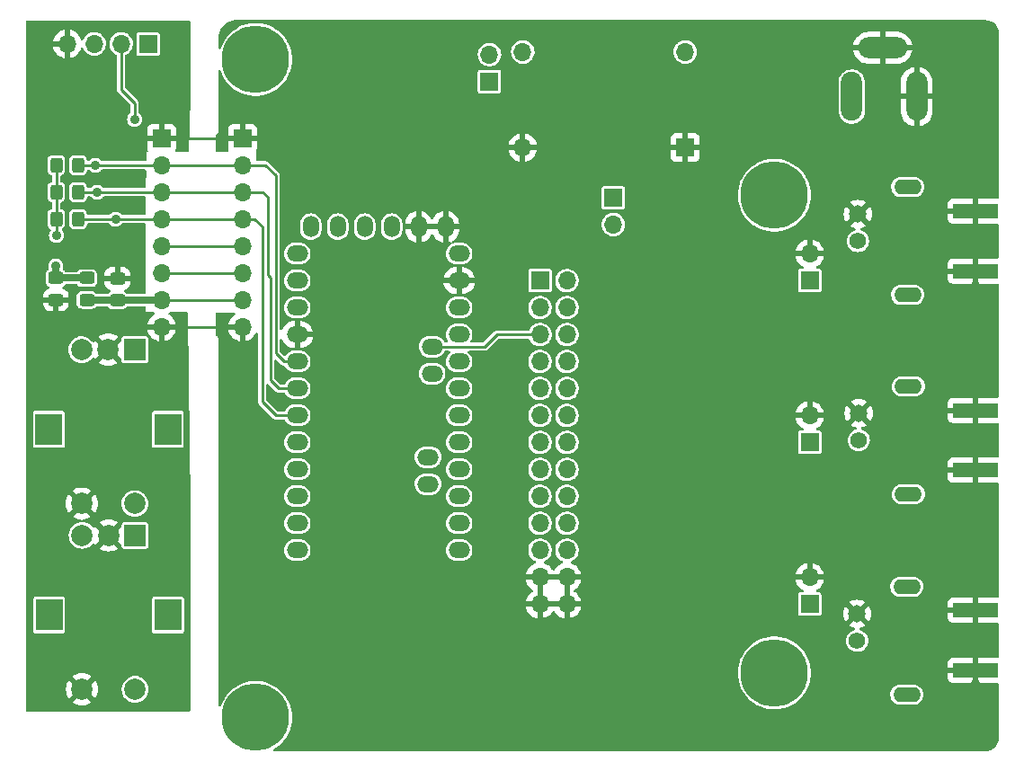
<source format=gbl>
G04 #@! TF.GenerationSoftware,KiCad,Pcbnew,(6.0.1)*
G04 #@! TF.CreationDate,2022-05-22T12:05:18-04:00*
G04 #@! TF.ProjectId,ArduinoInABox,41726475-696e-46f4-996e-41426f782e6b,2*
G04 #@! TF.SameCoordinates,Original*
G04 #@! TF.FileFunction,Copper,L2,Bot*
G04 #@! TF.FilePolarity,Positive*
%FSLAX46Y46*%
G04 Gerber Fmt 4.6, Leading zero omitted, Abs format (unit mm)*
G04 Created by KiCad (PCBNEW (6.0.1)) date 2022-05-22 12:05:18*
%MOMM*%
%LPD*%
G01*
G04 APERTURE LIST*
G04 Aperture macros list*
%AMRoundRect*
0 Rectangle with rounded corners*
0 $1 Rounding radius*
0 $2 $3 $4 $5 $6 $7 $8 $9 X,Y pos of 4 corners*
0 Add a 4 corners polygon primitive as box body*
4,1,4,$2,$3,$4,$5,$6,$7,$8,$9,$2,$3,0*
0 Add four circle primitives for the rounded corners*
1,1,$1+$1,$2,$3*
1,1,$1+$1,$4,$5*
1,1,$1+$1,$6,$7*
1,1,$1+$1,$8,$9*
0 Add four rect primitives between the rounded corners*
20,1,$1+$1,$2,$3,$4,$5,0*
20,1,$1+$1,$4,$5,$6,$7,0*
20,1,$1+$1,$6,$7,$8,$9,0*
20,1,$1+$1,$8,$9,$2,$3,0*%
G04 Aperture macros list end*
G04 #@! TA.AperFunction,ComponentPad*
%ADD10R,1.700000X1.700000*%
G04 #@! TD*
G04 #@! TA.AperFunction,ComponentPad*
%ADD11O,1.700000X1.700000*%
G04 #@! TD*
G04 #@! TA.AperFunction,ComponentPad*
%ADD12O,2.000000X4.600000*%
G04 #@! TD*
G04 #@! TA.AperFunction,ComponentPad*
%ADD13O,4.600000X2.000000*%
G04 #@! TD*
G04 #@! TA.AperFunction,ComponentPad*
%ADD14R,2.000000X2.000000*%
G04 #@! TD*
G04 #@! TA.AperFunction,ComponentPad*
%ADD15C,2.000000*%
G04 #@! TD*
G04 #@! TA.AperFunction,ComponentPad*
%ADD16R,2.500000X3.000000*%
G04 #@! TD*
G04 #@! TA.AperFunction,ComponentPad*
%ADD17C,6.350000*%
G04 #@! TD*
G04 #@! TA.AperFunction,ComponentPad*
%ADD18O,1.524000X2.000000*%
G04 #@! TD*
G04 #@! TA.AperFunction,ComponentPad*
%ADD19O,2.000000X1.524000*%
G04 #@! TD*
G04 #@! TA.AperFunction,SMDPad,CuDef*
%ADD20R,4.200000X1.350000*%
G04 #@! TD*
G04 #@! TA.AperFunction,ComponentPad*
%ADD21O,2.600000X1.400000*%
G04 #@! TD*
G04 #@! TA.AperFunction,ComponentPad*
%ADD22C,1.574800*%
G04 #@! TD*
G04 #@! TA.AperFunction,ComponentPad*
%ADD23C,1.651000*%
G04 #@! TD*
G04 #@! TA.AperFunction,SMDPad,CuDef*
%ADD24RoundRect,0.249999X-0.325001X-0.450001X0.325001X-0.450001X0.325001X0.450001X-0.325001X0.450001X0*%
G04 #@! TD*
G04 #@! TA.AperFunction,SMDPad,CuDef*
%ADD25RoundRect,0.249999X0.450001X-0.325001X0.450001X0.325001X-0.450001X0.325001X-0.450001X-0.325001X0*%
G04 #@! TD*
G04 #@! TA.AperFunction,SMDPad,CuDef*
%ADD26RoundRect,0.249999X-0.450001X0.325001X-0.450001X-0.325001X0.450001X-0.325001X0.450001X0.325001X0*%
G04 #@! TD*
G04 #@! TA.AperFunction,ViaPad*
%ADD27C,0.889000*%
G04 #@! TD*
G04 #@! TA.AperFunction,Conductor*
%ADD28C,0.254000*%
G04 #@! TD*
G04 #@! TA.AperFunction,Conductor*
%ADD29C,0.635000*%
G04 #@! TD*
G04 APERTURE END LIST*
D10*
X140025000Y-34575000D03*
D11*
X140025000Y-32035000D03*
D10*
X116760000Y-39930000D03*
D11*
X116760000Y-42470000D03*
X116760000Y-45010000D03*
X116760000Y-47550000D03*
X116760000Y-50090000D03*
X116760000Y-52630000D03*
X116760000Y-55170000D03*
X116760000Y-57710000D03*
D12*
X174150000Y-36000000D03*
X180250000Y-36000000D03*
D13*
X177050000Y-31400000D03*
D14*
X106650800Y-77344200D03*
D15*
X101650800Y-77344200D03*
X104150800Y-77344200D03*
D16*
X98550800Y-84844200D03*
X109750800Y-84844200D03*
D15*
X106650800Y-91844200D03*
X101650800Y-91844200D03*
D17*
X166850000Y-45300000D03*
X118000000Y-94500000D03*
X166850000Y-90300000D03*
X118000000Y-32500000D03*
D10*
X107870000Y-31040000D03*
D11*
X105330000Y-31040000D03*
X102790000Y-31040000D03*
X100250000Y-31040000D03*
D14*
X106625400Y-59843600D03*
D15*
X101625400Y-59843600D03*
X104125400Y-59843600D03*
D16*
X109725400Y-67343600D03*
X98525400Y-67343600D03*
D15*
X106625400Y-74343600D03*
X101625400Y-74343600D03*
D18*
X123190000Y-48260000D03*
X125730000Y-48260000D03*
X128270000Y-48260000D03*
X130810000Y-48260000D03*
X133350000Y-48260000D03*
X135890000Y-48260000D03*
D19*
X121920000Y-50800000D03*
X121920000Y-53340000D03*
X121920000Y-55880000D03*
X121920000Y-58420000D03*
X121920000Y-60960000D03*
X121920000Y-63500000D03*
X121920000Y-66040000D03*
X121920000Y-68580000D03*
X121920000Y-71120000D03*
X121920000Y-73660000D03*
X121920000Y-76200000D03*
X121920000Y-78740000D03*
X137160000Y-50800000D03*
X137160000Y-53340000D03*
X137160000Y-55880000D03*
X137160000Y-58420000D03*
X137160000Y-60960000D03*
X137160000Y-63500000D03*
X137160000Y-66040000D03*
X137160000Y-68580000D03*
X137160000Y-71120000D03*
X137160000Y-73660000D03*
X137160000Y-76200000D03*
X137160000Y-78740000D03*
X134620000Y-59563000D03*
X134620000Y-62103000D03*
X134239000Y-69977000D03*
X134239000Y-72517000D03*
D20*
X185775600Y-52431200D03*
X185775600Y-46781200D03*
X185775600Y-71201800D03*
X185775600Y-65551800D03*
X185775600Y-90048600D03*
X185775600Y-84398600D03*
D21*
X179406600Y-44526200D03*
X179406600Y-54686200D03*
D22*
X174726600Y-49606200D03*
D23*
X174726600Y-47066200D03*
D21*
X179482800Y-63296800D03*
X179482800Y-73456800D03*
D22*
X174802800Y-68376800D03*
D23*
X174802800Y-65836800D03*
D21*
X179330400Y-82194400D03*
X179330400Y-92354400D03*
D22*
X174650400Y-87274400D03*
D23*
X174650400Y-84734400D03*
D10*
X170180000Y-53340000D03*
D11*
X170180000Y-50800000D03*
D10*
X170180000Y-68580000D03*
D11*
X170180000Y-66040000D03*
D10*
X170180000Y-83820000D03*
D11*
X170180000Y-81280000D03*
D10*
X144780000Y-53340000D03*
D11*
X147320000Y-53340000D03*
X144780000Y-55880000D03*
X147320000Y-55880000D03*
X144780000Y-58420000D03*
X147320000Y-58420000D03*
X144780000Y-60960000D03*
X147320000Y-60960000D03*
X144780000Y-63500000D03*
X147320000Y-63500000D03*
X144780000Y-66040000D03*
X147320000Y-66040000D03*
X144780000Y-68580000D03*
X147320000Y-68580000D03*
X144780000Y-71120000D03*
X147320000Y-71120000D03*
X144780000Y-73660000D03*
X147320000Y-73660000D03*
X144780000Y-76200000D03*
X147320000Y-76200000D03*
X144780000Y-78740000D03*
X147320000Y-78740000D03*
X144780000Y-81280000D03*
X147320000Y-81280000D03*
X144780000Y-83820000D03*
X147320000Y-83820000D03*
X158460000Y-31800000D03*
D10*
X158460000Y-40800000D03*
D11*
X143160000Y-31800000D03*
X143160000Y-40800000D03*
D10*
X151685001Y-45513001D03*
D11*
X151685001Y-48053001D03*
D24*
X99225000Y-45010000D03*
X101275000Y-45010000D03*
X99225000Y-42470000D03*
X101275000Y-42470000D03*
X99225000Y-47550000D03*
X101275000Y-47550000D03*
D10*
X109140000Y-39930000D03*
D11*
X109140000Y-42470000D03*
X109140000Y-45010000D03*
X109140000Y-47550000D03*
X109140000Y-50090000D03*
X109140000Y-52630000D03*
X109140000Y-55170000D03*
X109140000Y-57710000D03*
D25*
X104978200Y-55177800D03*
X104978200Y-53127800D03*
D26*
X99187000Y-53102400D03*
X99187000Y-55152400D03*
D25*
X102108000Y-55152400D03*
X102108000Y-53102400D03*
D27*
X144114000Y-49966000D03*
X162630000Y-35878000D03*
X185775600Y-53822600D03*
X185775600Y-82905600D03*
X169615000Y-32906200D03*
X185775600Y-91363800D03*
X117962158Y-65502804D03*
X140332000Y-48564000D03*
X185750200Y-63957200D03*
X185775600Y-72669400D03*
X185750200Y-45313600D03*
X131314200Y-54103200D03*
X106600000Y-38152000D03*
X102917000Y-42470000D03*
X103060500Y-45010000D03*
X104809300Y-47550000D03*
X99187000Y-51943000D03*
X99237800Y-49072800D03*
D28*
X109140000Y-57710000D02*
X116760000Y-57710000D01*
X109140000Y-39930000D02*
X116760000Y-39930000D01*
D29*
X109140000Y-55170000D02*
X104986000Y-55170000D01*
X102133400Y-55177800D02*
X102108000Y-55152400D01*
X104986000Y-55170000D02*
X104978200Y-55177800D01*
X104978200Y-55177800D02*
X102133400Y-55177800D01*
D28*
X109140000Y-55170000D02*
X116760000Y-55170000D01*
X109140000Y-52630000D02*
X116760000Y-52630000D01*
X106600000Y-36628000D02*
X105330000Y-35358000D01*
X144780000Y-58420000D02*
X140716000Y-58420000D01*
X140716000Y-58420000D02*
X139573000Y-59563000D01*
X106600000Y-38152000D02*
X106600000Y-36628000D01*
X105330000Y-35358000D02*
X105330000Y-31040000D01*
X109140000Y-50090000D02*
X116760000Y-50090000D01*
X134620000Y-59563000D02*
X139573000Y-59563000D01*
X119888010Y-43434010D02*
X118924000Y-42470000D01*
X118924000Y-42470000D02*
X116760000Y-42470000D01*
X119888010Y-60198010D02*
X119888010Y-43434010D01*
X101275000Y-42470000D02*
X109140000Y-42470000D01*
X120650000Y-60960000D02*
X119888010Y-60198010D01*
X121920000Y-60960000D02*
X120650000Y-60960000D01*
X109140000Y-42470000D02*
X116760000Y-42470000D01*
X120142000Y-63500000D02*
X119380000Y-62738000D01*
X121920000Y-63500000D02*
X120142000Y-63500000D01*
X119126010Y-45466010D02*
X118670000Y-45010000D01*
X109140000Y-45010000D02*
X116760000Y-45010000D01*
X118670000Y-45010000D02*
X116760000Y-45010000D01*
X119380000Y-62738000D02*
X119380000Y-53086000D01*
X119380000Y-53086000D02*
X119126010Y-52832010D01*
X119126010Y-52832010D02*
X119126010Y-45466010D01*
X101275000Y-45010000D02*
X109140000Y-45010000D01*
X121920000Y-66040000D02*
X119888000Y-66040000D01*
X117908000Y-47550000D02*
X116760000Y-47550000D01*
X119888000Y-66040000D02*
X118618000Y-64770000D01*
X118618000Y-48260000D02*
X117908000Y-47550000D01*
X118618000Y-64770000D02*
X118618000Y-48260000D01*
X101275000Y-47550000D02*
X109140000Y-47550000D01*
X109140000Y-47550000D02*
X116760000Y-47550000D01*
X99225000Y-45010000D02*
X99225000Y-47550000D01*
D29*
X102108000Y-53102400D02*
X99187000Y-53102400D01*
D28*
X99225000Y-42470000D02*
X99225000Y-45010000D01*
D29*
X99187000Y-53102400D02*
X99187000Y-51943000D01*
D28*
X99225000Y-49060000D02*
X99237800Y-49072800D01*
X99225000Y-47550000D02*
X99225000Y-49060000D01*
G04 #@! TA.AperFunction,Conductor*
G36*
X186651257Y-28757174D02*
G01*
X187346017Y-28916132D01*
X187383749Y-28931525D01*
X187473928Y-28986786D01*
X187489917Y-28998402D01*
X187619741Y-29109282D01*
X187623515Y-29112505D01*
X187637493Y-29126483D01*
X187751598Y-29260083D01*
X187763213Y-29276071D01*
X187855013Y-29425874D01*
X187863990Y-29443492D01*
X187931220Y-29605802D01*
X187937330Y-29624604D01*
X187978345Y-29795441D01*
X187981438Y-29814970D01*
X187990985Y-29936273D01*
X187993222Y-29964702D01*
X187992589Y-29975419D01*
X187993444Y-29975419D01*
X187993444Y-29987830D01*
X187991024Y-30000000D01*
X187993579Y-30012844D01*
X187996000Y-30037425D01*
X187996000Y-45472200D01*
X187975998Y-45540321D01*
X187922342Y-45586814D01*
X187870000Y-45598200D01*
X186047715Y-45598200D01*
X186032476Y-45602675D01*
X186031271Y-45604065D01*
X186029600Y-45611748D01*
X186029600Y-47946084D01*
X186034075Y-47961323D01*
X186035465Y-47962528D01*
X186043148Y-47964199D01*
X187870000Y-47964199D01*
X187938121Y-47984201D01*
X187984614Y-48037857D01*
X187996000Y-48090199D01*
X187996000Y-51122200D01*
X187975998Y-51190321D01*
X187922342Y-51236814D01*
X187870000Y-51248200D01*
X186047715Y-51248200D01*
X186032476Y-51252675D01*
X186031271Y-51254065D01*
X186029600Y-51261748D01*
X186029600Y-53596084D01*
X186034075Y-53611323D01*
X186035465Y-53612528D01*
X186043148Y-53614199D01*
X187870000Y-53614199D01*
X187938121Y-53634201D01*
X187984614Y-53687857D01*
X187996000Y-53740199D01*
X187996000Y-64242800D01*
X187975998Y-64310921D01*
X187922342Y-64357414D01*
X187870000Y-64368800D01*
X186047715Y-64368800D01*
X186032476Y-64373275D01*
X186031271Y-64374665D01*
X186029600Y-64382348D01*
X186029600Y-66716684D01*
X186034075Y-66731923D01*
X186035465Y-66733128D01*
X186043148Y-66734799D01*
X187870000Y-66734799D01*
X187938121Y-66754801D01*
X187984614Y-66808457D01*
X187996000Y-66860799D01*
X187996000Y-69892800D01*
X187975998Y-69960921D01*
X187922342Y-70007414D01*
X187870000Y-70018800D01*
X186047715Y-70018800D01*
X186032476Y-70023275D01*
X186031271Y-70024665D01*
X186029600Y-70032348D01*
X186029600Y-72366684D01*
X186034075Y-72381923D01*
X186035465Y-72383128D01*
X186043148Y-72384799D01*
X187870000Y-72384799D01*
X187938121Y-72404801D01*
X187984614Y-72458457D01*
X187996000Y-72510799D01*
X187996000Y-83089600D01*
X187975998Y-83157721D01*
X187922342Y-83204214D01*
X187870000Y-83215600D01*
X186047715Y-83215600D01*
X186032476Y-83220075D01*
X186031271Y-83221465D01*
X186029600Y-83229148D01*
X186029600Y-85563484D01*
X186034075Y-85578723D01*
X186035465Y-85579928D01*
X186043148Y-85581599D01*
X187870000Y-85581599D01*
X187938121Y-85601601D01*
X187984614Y-85655257D01*
X187996000Y-85707599D01*
X187996000Y-88739600D01*
X187975998Y-88807721D01*
X187922342Y-88854214D01*
X187870000Y-88865600D01*
X186047715Y-88865600D01*
X186032476Y-88870075D01*
X186031271Y-88871465D01*
X186029600Y-88879148D01*
X186029600Y-91213484D01*
X186034075Y-91228723D01*
X186035465Y-91229928D01*
X186043148Y-91231599D01*
X187870000Y-91231599D01*
X187938121Y-91251601D01*
X187984614Y-91305257D01*
X187996000Y-91357599D01*
X187996000Y-96401915D01*
X187993579Y-96426493D01*
X187991024Y-96439340D01*
X187993444Y-96451510D01*
X187993444Y-96463921D01*
X187992589Y-96463921D01*
X187993222Y-96474636D01*
X187985751Y-96569565D01*
X187981438Y-96624370D01*
X187978345Y-96643899D01*
X187937330Y-96814736D01*
X187931220Y-96833538D01*
X187863990Y-96995848D01*
X187855013Y-97013466D01*
X187763213Y-97163269D01*
X187751598Y-97179257D01*
X187637495Y-97312855D01*
X187623517Y-97326833D01*
X187489917Y-97440938D01*
X187473929Y-97452553D01*
X187324126Y-97544353D01*
X187306508Y-97553330D01*
X187144198Y-97620560D01*
X187125396Y-97626670D01*
X186954559Y-97667685D01*
X186935030Y-97670778D01*
X186892125Y-97674155D01*
X186785296Y-97682562D01*
X186774581Y-97681929D01*
X186774581Y-97682784D01*
X186762170Y-97682784D01*
X186750000Y-97680364D01*
X186737153Y-97682919D01*
X186712575Y-97685340D01*
X119811660Y-97685340D01*
X119743539Y-97665338D01*
X119697046Y-97611682D01*
X119686942Y-97541408D01*
X119716436Y-97476828D01*
X119747332Y-97450999D01*
X119907673Y-97355796D01*
X119907678Y-97355793D01*
X119910618Y-97354047D01*
X119955439Y-97320395D01*
X120204945Y-97133060D01*
X120207678Y-97131008D01*
X120478912Y-96877191D01*
X120721148Y-96595566D01*
X120854241Y-96401915D01*
X120929622Y-96292236D01*
X120929627Y-96292228D01*
X120931552Y-96289427D01*
X120933164Y-96286433D01*
X120933169Y-96286425D01*
X121106040Y-95965367D01*
X121107662Y-95962355D01*
X121247419Y-95618176D01*
X121252653Y-95599804D01*
X121348253Y-95264195D01*
X121349187Y-95260917D01*
X121411776Y-94894756D01*
X121413963Y-94859007D01*
X121434343Y-94525774D01*
X121434453Y-94523977D01*
X121434537Y-94500000D01*
X121414448Y-94129072D01*
X121354417Y-93762484D01*
X121255146Y-93404522D01*
X121253888Y-93401360D01*
X121253885Y-93401352D01*
X121119054Y-93062540D01*
X121117795Y-93059376D01*
X120967217Y-92774983D01*
X120945568Y-92734095D01*
X120945566Y-92734092D01*
X120943973Y-92731083D01*
X120735711Y-92423482D01*
X120495448Y-92140173D01*
X120225992Y-91884469D01*
X119930496Y-91659361D01*
X119927584Y-91657604D01*
X119927579Y-91657601D01*
X119615332Y-91469242D01*
X119615326Y-91469239D01*
X119612417Y-91467484D01*
X119275477Y-91311081D01*
X119039569Y-91231231D01*
X118926842Y-91193075D01*
X118926837Y-91193074D01*
X118923615Y-91191983D01*
X118920293Y-91191247D01*
X118920284Y-91191244D01*
X118564279Y-91112319D01*
X118564275Y-91112318D01*
X118560949Y-91111581D01*
X118409770Y-91094891D01*
X118195103Y-91071191D01*
X118195096Y-91071191D01*
X118191721Y-91070818D01*
X118188322Y-91070812D01*
X118188321Y-91070812D01*
X118012647Y-91070506D01*
X117820250Y-91070170D01*
X117682085Y-91084936D01*
X117454266Y-91109282D01*
X117454260Y-91109283D01*
X117450882Y-91109644D01*
X117087938Y-91188779D01*
X116735663Y-91306648D01*
X116398178Y-91461874D01*
X116079431Y-91652640D01*
X115783152Y-91876714D01*
X115512805Y-92131476D01*
X115271554Y-92413945D01*
X115062220Y-92720817D01*
X115055130Y-92734095D01*
X114945301Y-92939787D01*
X114887252Y-93048502D01*
X114885977Y-93051674D01*
X114885975Y-93051678D01*
X114765476Y-93351431D01*
X114748698Y-93393167D01*
X114748531Y-93393100D01*
X114708384Y-93450082D01*
X114642606Y-93476799D01*
X114572826Y-93463713D01*
X114521198Y-93414978D01*
X114504000Y-93351431D01*
X114504000Y-90288011D01*
X163415484Y-90288011D01*
X163434278Y-90659007D01*
X163434815Y-90662362D01*
X163434816Y-90662368D01*
X163440004Y-90694756D01*
X163493029Y-91025803D01*
X163591050Y-91384108D01*
X163623893Y-91467484D01*
X163696138Y-91650888D01*
X163727195Y-91729732D01*
X163728778Y-91732747D01*
X163882818Y-92026150D01*
X163899870Y-92058630D01*
X163901771Y-92061459D01*
X163901777Y-92061469D01*
X164004276Y-92214002D01*
X164107057Y-92366956D01*
X164346330Y-92651102D01*
X164348790Y-92653453D01*
X164348793Y-92653456D01*
X164612429Y-92905392D01*
X164612436Y-92905398D01*
X164614892Y-92907745D01*
X164909600Y-93133883D01*
X164912518Y-93135657D01*
X165224092Y-93325097D01*
X165224097Y-93325100D01*
X165227007Y-93326869D01*
X165230095Y-93328315D01*
X165230094Y-93328315D01*
X165560316Y-93483003D01*
X165560326Y-93483007D01*
X165563400Y-93484447D01*
X165566618Y-93485549D01*
X165566621Y-93485550D01*
X165911620Y-93603670D01*
X165911628Y-93603672D01*
X165914843Y-93604773D01*
X166277227Y-93686440D01*
X166328238Y-93692252D01*
X166642927Y-93728107D01*
X166642935Y-93728107D01*
X166646310Y-93728492D01*
X166649714Y-93728510D01*
X166649717Y-93728510D01*
X166851764Y-93729568D01*
X167017776Y-93730437D01*
X167021162Y-93730087D01*
X167021164Y-93730087D01*
X167383888Y-93692603D01*
X167383896Y-93692602D01*
X167387280Y-93692252D01*
X167390613Y-93691537D01*
X167390616Y-93691537D01*
X167569579Y-93653171D01*
X167750498Y-93614385D01*
X168103183Y-93497746D01*
X168106267Y-93496340D01*
X168106276Y-93496337D01*
X168438100Y-93345115D01*
X168438101Y-93345115D01*
X168441207Y-93343699D01*
X168622191Y-93236239D01*
X168757673Y-93155796D01*
X168757678Y-93155793D01*
X168760618Y-93154047D01*
X168858337Y-93080678D01*
X169054945Y-92933060D01*
X169057678Y-92931008D01*
X169328912Y-92677191D01*
X169566244Y-92401268D01*
X177772123Y-92401268D01*
X177801120Y-92592999D01*
X177803325Y-92598992D01*
X177865874Y-92768997D01*
X177865876Y-92769002D01*
X177868077Y-92774983D01*
X177970260Y-92939787D01*
X177974648Y-92944427D01*
X178080498Y-93056360D01*
X178103494Y-93080678D01*
X178262337Y-93191901D01*
X178357638Y-93233141D01*
X178434439Y-93266376D01*
X178434441Y-93266377D01*
X178440300Y-93268912D01*
X178446550Y-93270218D01*
X178446551Y-93270218D01*
X178625368Y-93307575D01*
X178625372Y-93307575D01*
X178630113Y-93308566D01*
X178636486Y-93308900D01*
X179978856Y-93308900D01*
X180048205Y-93301856D01*
X180116970Y-93294871D01*
X180116971Y-93294871D01*
X180123319Y-93294226D01*
X180308357Y-93236239D01*
X180477955Y-93142229D01*
X180583602Y-93051678D01*
X180620343Y-93020187D01*
X180625186Y-93016036D01*
X180744036Y-92862816D01*
X180784588Y-92780405D01*
X180826830Y-92694557D01*
X180829649Y-92688828D01*
X180878528Y-92501178D01*
X180888677Y-92307532D01*
X180859680Y-92115801D01*
X180822314Y-92014243D01*
X180794926Y-91939803D01*
X180794924Y-91939798D01*
X180792723Y-91933817D01*
X180690540Y-91769013D01*
X180618435Y-91692764D01*
X180561695Y-91632763D01*
X180561694Y-91632762D01*
X180557306Y-91628122D01*
X180398463Y-91516899D01*
X180268005Y-91460445D01*
X180226361Y-91442424D01*
X180226359Y-91442423D01*
X180220500Y-91439888D01*
X180214249Y-91438582D01*
X180035432Y-91401225D01*
X180035428Y-91401225D01*
X180030687Y-91400234D01*
X180024314Y-91399900D01*
X178681944Y-91399900D01*
X178668900Y-91401225D01*
X178543830Y-91413929D01*
X178543829Y-91413929D01*
X178537481Y-91414574D01*
X178352443Y-91472561D01*
X178182845Y-91566571D01*
X178035614Y-91692764D01*
X177916764Y-91845984D01*
X177913947Y-91851709D01*
X177913945Y-91851712D01*
X177870599Y-91939803D01*
X177831151Y-92019972D01*
X177782272Y-92207622D01*
X177781938Y-92214002D01*
X177773785Y-92369565D01*
X177772123Y-92401268D01*
X169566244Y-92401268D01*
X169571148Y-92395566D01*
X169704568Y-92201439D01*
X169779622Y-92092236D01*
X169779627Y-92092228D01*
X169781552Y-92089427D01*
X169783164Y-92086433D01*
X169783169Y-92086425D01*
X169956040Y-91765367D01*
X169957662Y-91762355D01*
X170097419Y-91418176D01*
X170199187Y-91060917D01*
X170249210Y-90768269D01*
X183167601Y-90768269D01*
X183167971Y-90775090D01*
X183173495Y-90825952D01*
X183177121Y-90841204D01*
X183222276Y-90961654D01*
X183230814Y-90977249D01*
X183307315Y-91079324D01*
X183319876Y-91091885D01*
X183421951Y-91168386D01*
X183437546Y-91176924D01*
X183557994Y-91222078D01*
X183573249Y-91225705D01*
X183624114Y-91231231D01*
X183630928Y-91231600D01*
X185503485Y-91231600D01*
X185518724Y-91227125D01*
X185519929Y-91225735D01*
X185521600Y-91218052D01*
X185521600Y-90320715D01*
X185517125Y-90305476D01*
X185515735Y-90304271D01*
X185508052Y-90302600D01*
X183185716Y-90302600D01*
X183170477Y-90307075D01*
X183169272Y-90308465D01*
X183167601Y-90316148D01*
X183167601Y-90768269D01*
X170249210Y-90768269D01*
X170261776Y-90694756D01*
X170263963Y-90659007D01*
X170284343Y-90325774D01*
X170284453Y-90323977D01*
X170284537Y-90300000D01*
X170264448Y-89929072D01*
X170239461Y-89776485D01*
X183167600Y-89776485D01*
X183172075Y-89791724D01*
X183173465Y-89792929D01*
X183181148Y-89794600D01*
X185503485Y-89794600D01*
X185518724Y-89790125D01*
X185519929Y-89788735D01*
X185521600Y-89781052D01*
X185521600Y-88883716D01*
X185517125Y-88868477D01*
X185515735Y-88867272D01*
X185508052Y-88865601D01*
X183630931Y-88865601D01*
X183624110Y-88865971D01*
X183573248Y-88871495D01*
X183557996Y-88875121D01*
X183437546Y-88920276D01*
X183421951Y-88928814D01*
X183319876Y-89005315D01*
X183307315Y-89017876D01*
X183230814Y-89119951D01*
X183222276Y-89135546D01*
X183177122Y-89255994D01*
X183173495Y-89271249D01*
X183167969Y-89322114D01*
X183167600Y-89328928D01*
X183167600Y-89776485D01*
X170239461Y-89776485D01*
X170204417Y-89562484D01*
X170105146Y-89204522D01*
X170103888Y-89201360D01*
X170103885Y-89201352D01*
X169969054Y-88862540D01*
X169967795Y-88859376D01*
X169793973Y-88531083D01*
X169585711Y-88223482D01*
X169345448Y-87940173D01*
X169075992Y-87684469D01*
X168834142Y-87500228D01*
X168783203Y-87461423D01*
X168783201Y-87461421D01*
X168780496Y-87459361D01*
X168777584Y-87457604D01*
X168777579Y-87457601D01*
X168465332Y-87269242D01*
X168465326Y-87269239D01*
X168462417Y-87267484D01*
X168445825Y-87259782D01*
X173603561Y-87259782D01*
X173604496Y-87270913D01*
X173619929Y-87454696D01*
X173620659Y-87463393D01*
X173676979Y-87659805D01*
X173679794Y-87665282D01*
X173679795Y-87665285D01*
X173694746Y-87694376D01*
X173770376Y-87841537D01*
X173774199Y-87846361D01*
X173774202Y-87846365D01*
X173843715Y-87934067D01*
X173897294Y-88001666D01*
X174052897Y-88134095D01*
X174231258Y-88233778D01*
X174425585Y-88296918D01*
X174628475Y-88321111D01*
X174634610Y-88320639D01*
X174634612Y-88320639D01*
X174826058Y-88305909D01*
X174826063Y-88305908D01*
X174832199Y-88305436D01*
X174838131Y-88303780D01*
X174838135Y-88303779D01*
X174908234Y-88284207D01*
X175029000Y-88250488D01*
X175034504Y-88247708D01*
X175034506Y-88247707D01*
X175205878Y-88161141D01*
X175205880Y-88161140D01*
X175211379Y-88158362D01*
X175372391Y-88032565D01*
X175376417Y-88027901D01*
X175376420Y-88027898D01*
X175501873Y-87882559D01*
X175501874Y-87882557D01*
X175505902Y-87877891D01*
X175606828Y-87700229D01*
X175671324Y-87506348D01*
X175678330Y-87450888D01*
X175696491Y-87307135D01*
X175696492Y-87307126D01*
X175696933Y-87303632D01*
X175697341Y-87274400D01*
X175677402Y-87071048D01*
X175618345Y-86875442D01*
X175522419Y-86695032D01*
X175393279Y-86536690D01*
X175325359Y-86480502D01*
X175240592Y-86410376D01*
X175240588Y-86410374D01*
X175235842Y-86406447D01*
X175056106Y-86309264D01*
X174948392Y-86275921D01*
X174889232Y-86236670D01*
X174860685Y-86171665D01*
X174871814Y-86101546D01*
X174919085Y-86048575D01*
X174953040Y-86033849D01*
X175102916Y-85993690D01*
X175113208Y-85989944D01*
X175314716Y-85895979D01*
X175324202Y-85890501D01*
X175381758Y-85850201D01*
X175390133Y-85839723D01*
X175383065Y-85826275D01*
X174663212Y-85106422D01*
X174649268Y-85098808D01*
X174647435Y-85098939D01*
X174640820Y-85103190D01*
X173917013Y-85826997D01*
X173910583Y-85838771D01*
X173919880Y-85850787D01*
X173976598Y-85890501D01*
X173986084Y-85895979D01*
X174187592Y-85989944D01*
X174197884Y-85993690D01*
X174347821Y-86033865D01*
X174408444Y-86070817D01*
X174439465Y-86134677D01*
X174431037Y-86205172D01*
X174385834Y-86259919D01*
X174350786Y-86276445D01*
X174264125Y-86301951D01*
X174264117Y-86301954D01*
X174258209Y-86303693D01*
X174252749Y-86306547D01*
X174252750Y-86306547D01*
X174082594Y-86395502D01*
X174082590Y-86395505D01*
X174077134Y-86398357D01*
X173917894Y-86526389D01*
X173786555Y-86682913D01*
X173783591Y-86688305D01*
X173783588Y-86688309D01*
X173703243Y-86834457D01*
X173688120Y-86861966D01*
X173686259Y-86867833D01*
X173686258Y-86867835D01*
X173672500Y-86911207D01*
X173626337Y-87056729D01*
X173603561Y-87259782D01*
X168445825Y-87259782D01*
X168125477Y-87111081D01*
X167947561Y-87050860D01*
X167776842Y-86993075D01*
X167776837Y-86993074D01*
X167773615Y-86991983D01*
X167770293Y-86991247D01*
X167770284Y-86991244D01*
X167414279Y-86912319D01*
X167414275Y-86912318D01*
X167410949Y-86911581D01*
X167259770Y-86894891D01*
X167045103Y-86871191D01*
X167045096Y-86871191D01*
X167041721Y-86870818D01*
X167038322Y-86870812D01*
X167038321Y-86870812D01*
X166862647Y-86870506D01*
X166670250Y-86870170D01*
X166565711Y-86881342D01*
X166304266Y-86909282D01*
X166304260Y-86909283D01*
X166300882Y-86909644D01*
X165937938Y-86988779D01*
X165585663Y-87106648D01*
X165248178Y-87261874D01*
X165245244Y-87263630D01*
X165245242Y-87263631D01*
X165221392Y-87277905D01*
X164929431Y-87452640D01*
X164633152Y-87676714D01*
X164362805Y-87931476D01*
X164121554Y-88213945D01*
X163912220Y-88520817D01*
X163737252Y-88848502D01*
X163735977Y-88851674D01*
X163735975Y-88851678D01*
X163628131Y-89119951D01*
X163598698Y-89193167D01*
X163498178Y-89550779D01*
X163436867Y-89917156D01*
X163415484Y-90288011D01*
X114504000Y-90288011D01*
X114504000Y-84087966D01*
X143448257Y-84087966D01*
X143478565Y-84222446D01*
X143481645Y-84232275D01*
X143561770Y-84429603D01*
X143566413Y-84438794D01*
X143677694Y-84620388D01*
X143683777Y-84628699D01*
X143823213Y-84789667D01*
X143830580Y-84796883D01*
X143994434Y-84932916D01*
X144002881Y-84938831D01*
X144186756Y-85046279D01*
X144196042Y-85050729D01*
X144395001Y-85126703D01*
X144404899Y-85129579D01*
X144508250Y-85150606D01*
X144522299Y-85149410D01*
X144526000Y-85139065D01*
X144526000Y-85138517D01*
X145034000Y-85138517D01*
X145038064Y-85152359D01*
X145051478Y-85154393D01*
X145058184Y-85153534D01*
X145068262Y-85151392D01*
X145272255Y-85090191D01*
X145281842Y-85086433D01*
X145473095Y-84992739D01*
X145481945Y-84987464D01*
X145655328Y-84863792D01*
X145663200Y-84857139D01*
X145814052Y-84706812D01*
X145820730Y-84698965D01*
X145948022Y-84521819D01*
X145949147Y-84522627D01*
X145996669Y-84478876D01*
X146066607Y-84466661D01*
X146132046Y-84494197D01*
X146159870Y-84526028D01*
X146217690Y-84620383D01*
X146223777Y-84628699D01*
X146363213Y-84789667D01*
X146370580Y-84796883D01*
X146534434Y-84932916D01*
X146542881Y-84938831D01*
X146726756Y-85046279D01*
X146736042Y-85050729D01*
X146935001Y-85126703D01*
X146944899Y-85129579D01*
X147048250Y-85150606D01*
X147062299Y-85149410D01*
X147066000Y-85139065D01*
X147066000Y-85138517D01*
X147574000Y-85138517D01*
X147578064Y-85152359D01*
X147591478Y-85154393D01*
X147598184Y-85153534D01*
X147608262Y-85151392D01*
X147812255Y-85090191D01*
X147821842Y-85086433D01*
X148013095Y-84992739D01*
X148021945Y-84987464D01*
X148195328Y-84863792D01*
X148203200Y-84857139D01*
X148354052Y-84706812D01*
X148360730Y-84698965D01*
X148485003Y-84526020D01*
X148490313Y-84517183D01*
X148584670Y-84326267D01*
X148588469Y-84316672D01*
X148650377Y-84112910D01*
X148652555Y-84102837D01*
X148653986Y-84091962D01*
X148651775Y-84077778D01*
X148638617Y-84074000D01*
X147592115Y-84074000D01*
X147576876Y-84078475D01*
X147575671Y-84079865D01*
X147574000Y-84087548D01*
X147574000Y-85138517D01*
X147066000Y-85138517D01*
X147066000Y-84092115D01*
X147061525Y-84076876D01*
X147060135Y-84075671D01*
X147052452Y-84074000D01*
X145052115Y-84074000D01*
X145036876Y-84078475D01*
X145035671Y-84079865D01*
X145034000Y-84087548D01*
X145034000Y-85138517D01*
X144526000Y-85138517D01*
X144526000Y-84092115D01*
X144521525Y-84076876D01*
X144520135Y-84075671D01*
X144512452Y-84074000D01*
X143463225Y-84074000D01*
X143449694Y-84077973D01*
X143448257Y-84087966D01*
X114504000Y-84087966D01*
X114504000Y-83554183D01*
X143444389Y-83554183D01*
X143445912Y-83562607D01*
X143458292Y-83566000D01*
X144507885Y-83566000D01*
X144523124Y-83561525D01*
X144524329Y-83560135D01*
X144526000Y-83552452D01*
X144526000Y-83547885D01*
X145034000Y-83547885D01*
X145038475Y-83563124D01*
X145039865Y-83564329D01*
X145047548Y-83566000D01*
X147047885Y-83566000D01*
X147063124Y-83561525D01*
X147064329Y-83560135D01*
X147066000Y-83552452D01*
X147066000Y-83547885D01*
X147574000Y-83547885D01*
X147578475Y-83563124D01*
X147579865Y-83564329D01*
X147587548Y-83566000D01*
X148638344Y-83566000D01*
X148651875Y-83562027D01*
X148653180Y-83552947D01*
X148611214Y-83385875D01*
X148607894Y-83376124D01*
X148522972Y-83180814D01*
X148518105Y-83171739D01*
X148402426Y-82992926D01*
X148396136Y-82984757D01*
X148252806Y-82827240D01*
X148245273Y-82820215D01*
X148078139Y-82688222D01*
X148069552Y-82682517D01*
X148032116Y-82661851D01*
X147982146Y-82611419D01*
X147967374Y-82541976D01*
X147992490Y-82475571D01*
X148019842Y-82448964D01*
X148195327Y-82323792D01*
X148203200Y-82317139D01*
X148354052Y-82166812D01*
X148360730Y-82158965D01*
X148485003Y-81986020D01*
X148490313Y-81977183D01*
X148584670Y-81786267D01*
X148588469Y-81776672D01*
X148650377Y-81572910D01*
X148652555Y-81562837D01*
X148653986Y-81551962D01*
X148653363Y-81547966D01*
X168848257Y-81547966D01*
X168878565Y-81682446D01*
X168881645Y-81692275D01*
X168961770Y-81889603D01*
X168966413Y-81898794D01*
X169077694Y-82080388D01*
X169083777Y-82088699D01*
X169223213Y-82249667D01*
X169230580Y-82256883D01*
X169394434Y-82392916D01*
X169402881Y-82398831D01*
X169543005Y-82480713D01*
X169591729Y-82532352D01*
X169604800Y-82602135D01*
X169578069Y-82667906D01*
X169520022Y-82708785D01*
X169479436Y-82715501D01*
X169304934Y-82715501D01*
X169269182Y-82722612D01*
X169242874Y-82727844D01*
X169242872Y-82727845D01*
X169230699Y-82730266D01*
X169220379Y-82737161D01*
X169220378Y-82737162D01*
X169164707Y-82774361D01*
X169146516Y-82786516D01*
X169090266Y-82870699D01*
X169075500Y-82944933D01*
X169075501Y-84695066D01*
X169080776Y-84721588D01*
X169085873Y-84747212D01*
X169090266Y-84769301D01*
X169146516Y-84853484D01*
X169230699Y-84909734D01*
X169304933Y-84924500D01*
X170179858Y-84924500D01*
X171055066Y-84924499D01*
X171090818Y-84917388D01*
X171117126Y-84912156D01*
X171117128Y-84912155D01*
X171129301Y-84909734D01*
X171139621Y-84902839D01*
X171139622Y-84902838D01*
X171203168Y-84860377D01*
X171213484Y-84853484D01*
X171269734Y-84769301D01*
X171275587Y-84739875D01*
X173312285Y-84739875D01*
X173331663Y-84961364D01*
X173333566Y-84972159D01*
X173391110Y-85186916D01*
X173394856Y-85197208D01*
X173488821Y-85398716D01*
X173494299Y-85408202D01*
X173534599Y-85465758D01*
X173545077Y-85474133D01*
X173558525Y-85467065D01*
X174278378Y-84747212D01*
X174284756Y-84735532D01*
X175014808Y-84735532D01*
X175014939Y-84737365D01*
X175019190Y-84743980D01*
X175742997Y-85467787D01*
X175754771Y-85474217D01*
X175766787Y-85464920D01*
X175806501Y-85408202D01*
X175811979Y-85398716D01*
X175905944Y-85197208D01*
X175909690Y-85186916D01*
X175928084Y-85118269D01*
X183167601Y-85118269D01*
X183167971Y-85125090D01*
X183173495Y-85175952D01*
X183177121Y-85191204D01*
X183222276Y-85311654D01*
X183230814Y-85327249D01*
X183307315Y-85429324D01*
X183319876Y-85441885D01*
X183421951Y-85518386D01*
X183437546Y-85526924D01*
X183557994Y-85572078D01*
X183573249Y-85575705D01*
X183624114Y-85581231D01*
X183630928Y-85581600D01*
X185503485Y-85581600D01*
X185518724Y-85577125D01*
X185519929Y-85575735D01*
X185521600Y-85568052D01*
X185521600Y-84670715D01*
X185517125Y-84655476D01*
X185515735Y-84654271D01*
X185508052Y-84652600D01*
X183185716Y-84652600D01*
X183170477Y-84657075D01*
X183169272Y-84658465D01*
X183167601Y-84666148D01*
X183167601Y-85118269D01*
X175928084Y-85118269D01*
X175967234Y-84972159D01*
X175969137Y-84961364D01*
X175988515Y-84739875D01*
X175988515Y-84728925D01*
X175969137Y-84507436D01*
X175967234Y-84496641D01*
X175909690Y-84281884D01*
X175905944Y-84271592D01*
X175838279Y-84126485D01*
X183167600Y-84126485D01*
X183172075Y-84141724D01*
X183173465Y-84142929D01*
X183181148Y-84144600D01*
X185503485Y-84144600D01*
X185518724Y-84140125D01*
X185519929Y-84138735D01*
X185521600Y-84131052D01*
X185521600Y-83233716D01*
X185517125Y-83218477D01*
X185515735Y-83217272D01*
X185508052Y-83215601D01*
X183630931Y-83215601D01*
X183624110Y-83215971D01*
X183573248Y-83221495D01*
X183557996Y-83225121D01*
X183437546Y-83270276D01*
X183421951Y-83278814D01*
X183319876Y-83355315D01*
X183307315Y-83367876D01*
X183230814Y-83469951D01*
X183222276Y-83485546D01*
X183177122Y-83605994D01*
X183173495Y-83621249D01*
X183167969Y-83672114D01*
X183167600Y-83678928D01*
X183167600Y-84126485D01*
X175838279Y-84126485D01*
X175811979Y-84070084D01*
X175806501Y-84060598D01*
X175766201Y-84003042D01*
X175755723Y-83994667D01*
X175742275Y-84001735D01*
X175022422Y-84721588D01*
X175014808Y-84735532D01*
X174284756Y-84735532D01*
X174285992Y-84733268D01*
X174285861Y-84731435D01*
X174281610Y-84724820D01*
X173557803Y-84001013D01*
X173546029Y-83994583D01*
X173534013Y-84003880D01*
X173494299Y-84060598D01*
X173488821Y-84070084D01*
X173394856Y-84271592D01*
X173391110Y-84281884D01*
X173333566Y-84496641D01*
X173331663Y-84507436D01*
X173312285Y-84728925D01*
X173312285Y-84739875D01*
X171275587Y-84739875D01*
X171284500Y-84695067D01*
X171284499Y-83629077D01*
X173910667Y-83629077D01*
X173917735Y-83642525D01*
X174637588Y-84362378D01*
X174651532Y-84369992D01*
X174653365Y-84369861D01*
X174659980Y-84365610D01*
X175383787Y-83641803D01*
X175390217Y-83630029D01*
X175380920Y-83618013D01*
X175324202Y-83578299D01*
X175314716Y-83572821D01*
X175113208Y-83478856D01*
X175102916Y-83475110D01*
X174888159Y-83417566D01*
X174877364Y-83415663D01*
X174655875Y-83396285D01*
X174644925Y-83396285D01*
X174423436Y-83415663D01*
X174412641Y-83417566D01*
X174197884Y-83475110D01*
X174187592Y-83478856D01*
X173986084Y-83572821D01*
X173976598Y-83578299D01*
X173919042Y-83618599D01*
X173910667Y-83629077D01*
X171284499Y-83629077D01*
X171284499Y-82944934D01*
X171269734Y-82870699D01*
X171259937Y-82856036D01*
X171220377Y-82796832D01*
X171213484Y-82786516D01*
X171129301Y-82730266D01*
X171055067Y-82715500D01*
X170880334Y-82715500D01*
X170812213Y-82695498D01*
X170765720Y-82641842D01*
X170755616Y-82571568D01*
X170785110Y-82506988D01*
X170824902Y-82476348D01*
X170873100Y-82452736D01*
X170881945Y-82447464D01*
X171055328Y-82323792D01*
X171063200Y-82317139D01*
X171139336Y-82241268D01*
X177772123Y-82241268D01*
X177801120Y-82432999D01*
X177803325Y-82438992D01*
X177865874Y-82608997D01*
X177865876Y-82609002D01*
X177868077Y-82614983D01*
X177970260Y-82779787D01*
X178008491Y-82820215D01*
X178067745Y-82882874D01*
X178103494Y-82920678D01*
X178262337Y-83031901D01*
X178357638Y-83073141D01*
X178434439Y-83106376D01*
X178434441Y-83106377D01*
X178440300Y-83108912D01*
X178446550Y-83110218D01*
X178446551Y-83110218D01*
X178625368Y-83147575D01*
X178625372Y-83147575D01*
X178630113Y-83148566D01*
X178636486Y-83148900D01*
X179978856Y-83148900D01*
X180048205Y-83141856D01*
X180116970Y-83134871D01*
X180116971Y-83134871D01*
X180123319Y-83134226D01*
X180308357Y-83076239D01*
X180477955Y-82982229D01*
X180593876Y-82882872D01*
X180620343Y-82860187D01*
X180625186Y-82856036D01*
X180744036Y-82702816D01*
X180751218Y-82688222D01*
X180826830Y-82534557D01*
X180829649Y-82528828D01*
X180878528Y-82341178D01*
X180888677Y-82147532D01*
X180859680Y-81955801D01*
X180797304Y-81786267D01*
X180794926Y-81779803D01*
X180794924Y-81779798D01*
X180792723Y-81773817D01*
X180690540Y-81609013D01*
X180618435Y-81532764D01*
X180561695Y-81472763D01*
X180561694Y-81472762D01*
X180557306Y-81468122D01*
X180398463Y-81356899D01*
X180281551Y-81306307D01*
X180226361Y-81282424D01*
X180226359Y-81282423D01*
X180220500Y-81279888D01*
X180214249Y-81278582D01*
X180035432Y-81241225D01*
X180035428Y-81241225D01*
X180030687Y-81240234D01*
X180024314Y-81239900D01*
X178681944Y-81239900D01*
X178668900Y-81241225D01*
X178543830Y-81253929D01*
X178543829Y-81253929D01*
X178537481Y-81254574D01*
X178352443Y-81312561D01*
X178182845Y-81406571D01*
X178035614Y-81532764D01*
X177916764Y-81685984D01*
X177913947Y-81691709D01*
X177913945Y-81691712D01*
X177872140Y-81776672D01*
X177831151Y-81859972D01*
X177782272Y-82047622D01*
X177781938Y-82054002D01*
X177776437Y-82158965D01*
X177772123Y-82241268D01*
X171139336Y-82241268D01*
X171214052Y-82166812D01*
X171220730Y-82158965D01*
X171345003Y-81986020D01*
X171350313Y-81977183D01*
X171444670Y-81786267D01*
X171448469Y-81776672D01*
X171510377Y-81572910D01*
X171512555Y-81562837D01*
X171513986Y-81551962D01*
X171511775Y-81537778D01*
X171498617Y-81534000D01*
X168863225Y-81534000D01*
X168849694Y-81537973D01*
X168848257Y-81547966D01*
X148653363Y-81547966D01*
X148651775Y-81537778D01*
X148638617Y-81534000D01*
X147592115Y-81534000D01*
X147576876Y-81538475D01*
X147575671Y-81539865D01*
X147574000Y-81547548D01*
X147574000Y-83547885D01*
X147066000Y-83547885D01*
X147066000Y-81552115D01*
X147061525Y-81536876D01*
X147060135Y-81535671D01*
X147052452Y-81534000D01*
X145052115Y-81534000D01*
X145036876Y-81538475D01*
X145035671Y-81539865D01*
X145034000Y-81547548D01*
X145034000Y-83547885D01*
X144526000Y-83547885D01*
X144526000Y-81552115D01*
X144521525Y-81536876D01*
X144520135Y-81535671D01*
X144512452Y-81534000D01*
X143463225Y-81534000D01*
X143449694Y-81537973D01*
X143448257Y-81547966D01*
X143478565Y-81682446D01*
X143481645Y-81692275D01*
X143561770Y-81889603D01*
X143566413Y-81898794D01*
X143677694Y-82080388D01*
X143683777Y-82088699D01*
X143823213Y-82249667D01*
X143830580Y-82256883D01*
X143994434Y-82392916D01*
X144002881Y-82398831D01*
X144072479Y-82439501D01*
X144121203Y-82491140D01*
X144134274Y-82560923D01*
X144107543Y-82626694D01*
X144067087Y-82660053D01*
X144058462Y-82664542D01*
X144049738Y-82670036D01*
X143879433Y-82797905D01*
X143871726Y-82804748D01*
X143724590Y-82958717D01*
X143718104Y-82966727D01*
X143598098Y-83142649D01*
X143593000Y-83151623D01*
X143503338Y-83344783D01*
X143499775Y-83354470D01*
X143444389Y-83554183D01*
X114504000Y-83554183D01*
X114504000Y-81014183D01*
X143444389Y-81014183D01*
X143445912Y-81022607D01*
X143458292Y-81026000D01*
X148638344Y-81026000D01*
X148651875Y-81022027D01*
X148653002Y-81014183D01*
X168844389Y-81014183D01*
X168845912Y-81022607D01*
X168858292Y-81026000D01*
X169907885Y-81026000D01*
X169923124Y-81021525D01*
X169924329Y-81020135D01*
X169926000Y-81012452D01*
X169926000Y-81007885D01*
X170434000Y-81007885D01*
X170438475Y-81023124D01*
X170439865Y-81024329D01*
X170447548Y-81026000D01*
X171498344Y-81026000D01*
X171511875Y-81022027D01*
X171513180Y-81012947D01*
X171471214Y-80845875D01*
X171467894Y-80836124D01*
X171382972Y-80640814D01*
X171378105Y-80631739D01*
X171262426Y-80452926D01*
X171256136Y-80444757D01*
X171112806Y-80287240D01*
X171105273Y-80280215D01*
X170938139Y-80148222D01*
X170929552Y-80142517D01*
X170743117Y-80039599D01*
X170733705Y-80035369D01*
X170532959Y-79964280D01*
X170522988Y-79961646D01*
X170451837Y-79948972D01*
X170438540Y-79950432D01*
X170434000Y-79964989D01*
X170434000Y-81007885D01*
X169926000Y-81007885D01*
X169926000Y-79963102D01*
X169922082Y-79949758D01*
X169907806Y-79947771D01*
X169869324Y-79953660D01*
X169859288Y-79956051D01*
X169656868Y-80022212D01*
X169647359Y-80026209D01*
X169458463Y-80124542D01*
X169449738Y-80130036D01*
X169279433Y-80257905D01*
X169271726Y-80264748D01*
X169124590Y-80418717D01*
X169118104Y-80426727D01*
X168998098Y-80602649D01*
X168993000Y-80611623D01*
X168903338Y-80804783D01*
X168899775Y-80814470D01*
X168844389Y-81014183D01*
X148653002Y-81014183D01*
X148653180Y-81012947D01*
X148611214Y-80845875D01*
X148607894Y-80836124D01*
X148522972Y-80640814D01*
X148518105Y-80631739D01*
X148402426Y-80452926D01*
X148396136Y-80444757D01*
X148252806Y-80287240D01*
X148245273Y-80280215D01*
X148078139Y-80148222D01*
X148069552Y-80142517D01*
X147883117Y-80039599D01*
X147873705Y-80035369D01*
X147759391Y-79994888D01*
X147701855Y-79953294D01*
X147675939Y-79887196D01*
X147689873Y-79817580D01*
X147739232Y-79766549D01*
X147760943Y-79756804D01*
X147771165Y-79753334D01*
X147795359Y-79739785D01*
X147899516Y-79681454D01*
X147948276Y-79654147D01*
X148010934Y-79602035D01*
X148099913Y-79528031D01*
X148104345Y-79524345D01*
X148234147Y-79368276D01*
X148333334Y-79191165D01*
X148335190Y-79185698D01*
X148335192Y-79185693D01*
X148396728Y-79004414D01*
X148396729Y-79004409D01*
X148398584Y-78998945D01*
X148399412Y-78993236D01*
X148399413Y-78993231D01*
X148427179Y-78801727D01*
X148427712Y-78798053D01*
X148429232Y-78740000D01*
X148412210Y-78554746D01*
X148411187Y-78543613D01*
X148411186Y-78543610D01*
X148410658Y-78537859D01*
X148408083Y-78528730D01*
X148357125Y-78348046D01*
X148357124Y-78348044D01*
X148355557Y-78342487D01*
X148344978Y-78321033D01*
X148268331Y-78165609D01*
X148265776Y-78160428D01*
X148144320Y-77997779D01*
X147995258Y-77859987D01*
X147990375Y-77856906D01*
X147990371Y-77856903D01*
X147828464Y-77754748D01*
X147823581Y-77751667D01*
X147635039Y-77676446D01*
X147629379Y-77675320D01*
X147629375Y-77675319D01*
X147441613Y-77637971D01*
X147441610Y-77637971D01*
X147435946Y-77636844D01*
X147430171Y-77636768D01*
X147430167Y-77636768D01*
X147328793Y-77635441D01*
X147232971Y-77634187D01*
X147227274Y-77635166D01*
X147227273Y-77635166D01*
X147038607Y-77667585D01*
X147032910Y-77668564D01*
X146842463Y-77738824D01*
X146668010Y-77842612D01*
X146663670Y-77846418D01*
X146663666Y-77846421D01*
X146601234Y-77901173D01*
X146515392Y-77976455D01*
X146389720Y-78135869D01*
X146387031Y-78140980D01*
X146387029Y-78140983D01*
X146374877Y-78164081D01*
X146295203Y-78315515D01*
X146235007Y-78509378D01*
X146211148Y-78710964D01*
X146224424Y-78913522D01*
X146225845Y-78919118D01*
X146225846Y-78919123D01*
X146246119Y-78998945D01*
X146274392Y-79110269D01*
X146276809Y-79115512D01*
X146314010Y-79196208D01*
X146359377Y-79294616D01*
X146476533Y-79460389D01*
X146480675Y-79464424D01*
X146537637Y-79519913D01*
X146621938Y-79602035D01*
X146790720Y-79714812D01*
X146796023Y-79717090D01*
X146796026Y-79717092D01*
X146853920Y-79741965D01*
X146887054Y-79756200D01*
X146892954Y-79758735D01*
X146947647Y-79804003D01*
X146969184Y-79871654D01*
X146950727Y-79940210D01*
X146898136Y-79987904D01*
X146882361Y-79994268D01*
X146796868Y-80022212D01*
X146787359Y-80026209D01*
X146598463Y-80124542D01*
X146589738Y-80130036D01*
X146419433Y-80257905D01*
X146411726Y-80264748D01*
X146264590Y-80418717D01*
X146258104Y-80426727D01*
X146153193Y-80580521D01*
X146098282Y-80625524D01*
X146027757Y-80633695D01*
X145964010Y-80602441D01*
X145943313Y-80577957D01*
X145862427Y-80452926D01*
X145856136Y-80444757D01*
X145712806Y-80287240D01*
X145705273Y-80280215D01*
X145538139Y-80148222D01*
X145529552Y-80142517D01*
X145343117Y-80039599D01*
X145333705Y-80035369D01*
X145219391Y-79994888D01*
X145161855Y-79953294D01*
X145135939Y-79887196D01*
X145149873Y-79817580D01*
X145199232Y-79766549D01*
X145220943Y-79756804D01*
X145231165Y-79753334D01*
X145255359Y-79739785D01*
X145359516Y-79681454D01*
X145408276Y-79654147D01*
X145470934Y-79602035D01*
X145559913Y-79528031D01*
X145564345Y-79524345D01*
X145694147Y-79368276D01*
X145793334Y-79191165D01*
X145795190Y-79185698D01*
X145795192Y-79185693D01*
X145856728Y-79004414D01*
X145856729Y-79004409D01*
X145858584Y-78998945D01*
X145859412Y-78993236D01*
X145859413Y-78993231D01*
X145887179Y-78801727D01*
X145887712Y-78798053D01*
X145889232Y-78740000D01*
X145872210Y-78554746D01*
X145871187Y-78543613D01*
X145871186Y-78543610D01*
X145870658Y-78537859D01*
X145868083Y-78528730D01*
X145817125Y-78348046D01*
X145817124Y-78348044D01*
X145815557Y-78342487D01*
X145804978Y-78321033D01*
X145728331Y-78165609D01*
X145725776Y-78160428D01*
X145604320Y-77997779D01*
X145455258Y-77859987D01*
X145450375Y-77856906D01*
X145450371Y-77856903D01*
X145288464Y-77754748D01*
X145283581Y-77751667D01*
X145095039Y-77676446D01*
X145089379Y-77675320D01*
X145089375Y-77675319D01*
X144901613Y-77637971D01*
X144901610Y-77637971D01*
X144895946Y-77636844D01*
X144890171Y-77636768D01*
X144890167Y-77636768D01*
X144788793Y-77635441D01*
X144692971Y-77634187D01*
X144687274Y-77635166D01*
X144687273Y-77635166D01*
X144498607Y-77667585D01*
X144492910Y-77668564D01*
X144302463Y-77738824D01*
X144128010Y-77842612D01*
X144123670Y-77846418D01*
X144123666Y-77846421D01*
X144061234Y-77901173D01*
X143975392Y-77976455D01*
X143849720Y-78135869D01*
X143847031Y-78140980D01*
X143847029Y-78140983D01*
X143834877Y-78164081D01*
X143755203Y-78315515D01*
X143695007Y-78509378D01*
X143671148Y-78710964D01*
X143684424Y-78913522D01*
X143685845Y-78919118D01*
X143685846Y-78919123D01*
X143706119Y-78998945D01*
X143734392Y-79110269D01*
X143736809Y-79115512D01*
X143774010Y-79196208D01*
X143819377Y-79294616D01*
X143936533Y-79460389D01*
X143940675Y-79464424D01*
X143997637Y-79519913D01*
X144081938Y-79602035D01*
X144250720Y-79714812D01*
X144256023Y-79717090D01*
X144256026Y-79717092D01*
X144313920Y-79741965D01*
X144347054Y-79756200D01*
X144352954Y-79758735D01*
X144407647Y-79804003D01*
X144429184Y-79871654D01*
X144410727Y-79940210D01*
X144358136Y-79987904D01*
X144342361Y-79994268D01*
X144256868Y-80022212D01*
X144247359Y-80026209D01*
X144058463Y-80124542D01*
X144049738Y-80130036D01*
X143879433Y-80257905D01*
X143871726Y-80264748D01*
X143724590Y-80418717D01*
X143718104Y-80426727D01*
X143598098Y-80602649D01*
X143593000Y-80611623D01*
X143503338Y-80804783D01*
X143499775Y-80814470D01*
X143444389Y-81014183D01*
X114504000Y-81014183D01*
X114504000Y-78732869D01*
X120660607Y-78732869D01*
X120678674Y-78931395D01*
X120680415Y-78937309D01*
X120680415Y-78937311D01*
X120696873Y-78993231D01*
X120734958Y-79122630D01*
X120827314Y-79299291D01*
X120952225Y-79454649D01*
X121104933Y-79582786D01*
X121279621Y-79678821D01*
X121285488Y-79680682D01*
X121285490Y-79680683D01*
X121463758Y-79737234D01*
X121463761Y-79737235D01*
X121469635Y-79739098D01*
X121624784Y-79756500D01*
X122208157Y-79756500D01*
X122211213Y-79756200D01*
X122211220Y-79756200D01*
X122270241Y-79750413D01*
X122356394Y-79741965D01*
X122362293Y-79740184D01*
X122362298Y-79740183D01*
X122541333Y-79686129D01*
X122547232Y-79684348D01*
X122635238Y-79637554D01*
X122717802Y-79593655D01*
X122717805Y-79593653D01*
X122723244Y-79590761D01*
X122728014Y-79586871D01*
X122728018Y-79586868D01*
X122872951Y-79468663D01*
X122872954Y-79468660D01*
X122877726Y-79464768D01*
X122885254Y-79455669D01*
X122953877Y-79372718D01*
X123004794Y-79311170D01*
X123099608Y-79135815D01*
X123158556Y-78945385D01*
X123159405Y-78937311D01*
X123178749Y-78753260D01*
X123178749Y-78753258D01*
X123179393Y-78747131D01*
X123178095Y-78732869D01*
X135900607Y-78732869D01*
X135918674Y-78931395D01*
X135920415Y-78937309D01*
X135920415Y-78937311D01*
X135936873Y-78993231D01*
X135974958Y-79122630D01*
X136067314Y-79299291D01*
X136192225Y-79454649D01*
X136344933Y-79582786D01*
X136519621Y-79678821D01*
X136525488Y-79680682D01*
X136525490Y-79680683D01*
X136703758Y-79737234D01*
X136703761Y-79737235D01*
X136709635Y-79739098D01*
X136864784Y-79756500D01*
X137448157Y-79756500D01*
X137451213Y-79756200D01*
X137451220Y-79756200D01*
X137510241Y-79750413D01*
X137596394Y-79741965D01*
X137602293Y-79740184D01*
X137602298Y-79740183D01*
X137781333Y-79686129D01*
X137787232Y-79684348D01*
X137875238Y-79637554D01*
X137957802Y-79593655D01*
X137957805Y-79593653D01*
X137963244Y-79590761D01*
X137968014Y-79586871D01*
X137968018Y-79586868D01*
X138112951Y-79468663D01*
X138112954Y-79468660D01*
X138117726Y-79464768D01*
X138125254Y-79455669D01*
X138193877Y-79372718D01*
X138244794Y-79311170D01*
X138339608Y-79135815D01*
X138398556Y-78945385D01*
X138399405Y-78937311D01*
X138418749Y-78753260D01*
X138418749Y-78753258D01*
X138419393Y-78747131D01*
X138401326Y-78548605D01*
X138399012Y-78540741D01*
X138346784Y-78363289D01*
X138345042Y-78357370D01*
X138252686Y-78180709D01*
X138232660Y-78155801D01*
X138131634Y-78030151D01*
X138127775Y-78025351D01*
X137975067Y-77897214D01*
X137800379Y-77801179D01*
X137794512Y-77799318D01*
X137794510Y-77799317D01*
X137616242Y-77742766D01*
X137616239Y-77742765D01*
X137610365Y-77740902D01*
X137455216Y-77723500D01*
X136871843Y-77723500D01*
X136868787Y-77723800D01*
X136868780Y-77723800D01*
X136809759Y-77729587D01*
X136723606Y-77738035D01*
X136717707Y-77739816D01*
X136717702Y-77739817D01*
X136539043Y-77793758D01*
X136532768Y-77795652D01*
X136450006Y-77839657D01*
X136362198Y-77886345D01*
X136362195Y-77886347D01*
X136356756Y-77889239D01*
X136351986Y-77893129D01*
X136351982Y-77893132D01*
X136207049Y-78011337D01*
X136207046Y-78011340D01*
X136202274Y-78015232D01*
X136075206Y-78168830D01*
X135980392Y-78344185D01*
X135921444Y-78534615D01*
X135920800Y-78540740D01*
X135920800Y-78540741D01*
X135919974Y-78548605D01*
X135900607Y-78732869D01*
X123178095Y-78732869D01*
X123161326Y-78548605D01*
X123159012Y-78540741D01*
X123106784Y-78363289D01*
X123105042Y-78357370D01*
X123012686Y-78180709D01*
X122992660Y-78155801D01*
X122891634Y-78030151D01*
X122887775Y-78025351D01*
X122735067Y-77897214D01*
X122560379Y-77801179D01*
X122554512Y-77799318D01*
X122554510Y-77799317D01*
X122376242Y-77742766D01*
X122376239Y-77742765D01*
X122370365Y-77740902D01*
X122215216Y-77723500D01*
X121631843Y-77723500D01*
X121628787Y-77723800D01*
X121628780Y-77723800D01*
X121569759Y-77729587D01*
X121483606Y-77738035D01*
X121477707Y-77739816D01*
X121477702Y-77739817D01*
X121299043Y-77793758D01*
X121292768Y-77795652D01*
X121210006Y-77839657D01*
X121122198Y-77886345D01*
X121122195Y-77886347D01*
X121116756Y-77889239D01*
X121111986Y-77893129D01*
X121111982Y-77893132D01*
X120967049Y-78011337D01*
X120967046Y-78011340D01*
X120962274Y-78015232D01*
X120835206Y-78168830D01*
X120740392Y-78344185D01*
X120681444Y-78534615D01*
X120680800Y-78540740D01*
X120680800Y-78540741D01*
X120679974Y-78548605D01*
X120660607Y-78732869D01*
X114504000Y-78732869D01*
X114504000Y-76192869D01*
X120660607Y-76192869D01*
X120678674Y-76391395D01*
X120680415Y-76397309D01*
X120680415Y-76397311D01*
X120696873Y-76453231D01*
X120734958Y-76582630D01*
X120827314Y-76759291D01*
X120952225Y-76914649D01*
X121104933Y-77042786D01*
X121279621Y-77138821D01*
X121285488Y-77140682D01*
X121285490Y-77140683D01*
X121463758Y-77197234D01*
X121463761Y-77197235D01*
X121469635Y-77199098D01*
X121624784Y-77216500D01*
X122208157Y-77216500D01*
X122211213Y-77216200D01*
X122211220Y-77216200D01*
X122270241Y-77210413D01*
X122356394Y-77201965D01*
X122362293Y-77200184D01*
X122362298Y-77200183D01*
X122541333Y-77146129D01*
X122547232Y-77144348D01*
X122635238Y-77097555D01*
X122717802Y-77053655D01*
X122717805Y-77053653D01*
X122723244Y-77050761D01*
X122728014Y-77046871D01*
X122728018Y-77046868D01*
X122872951Y-76928663D01*
X122872954Y-76928660D01*
X122877726Y-76924768D01*
X122885254Y-76915669D01*
X122953877Y-76832718D01*
X123004794Y-76771170D01*
X123099608Y-76595815D01*
X123158556Y-76405385D01*
X123159405Y-76397311D01*
X123178749Y-76213260D01*
X123178749Y-76213258D01*
X123179393Y-76207131D01*
X123178095Y-76192869D01*
X135900607Y-76192869D01*
X135918674Y-76391395D01*
X135920415Y-76397309D01*
X135920415Y-76397311D01*
X135936873Y-76453231D01*
X135974958Y-76582630D01*
X136067314Y-76759291D01*
X136192225Y-76914649D01*
X136344933Y-77042786D01*
X136519621Y-77138821D01*
X136525488Y-77140682D01*
X136525490Y-77140683D01*
X136703758Y-77197234D01*
X136703761Y-77197235D01*
X136709635Y-77199098D01*
X136864784Y-77216500D01*
X137448157Y-77216500D01*
X137451213Y-77216200D01*
X137451220Y-77216200D01*
X137510241Y-77210413D01*
X137596394Y-77201965D01*
X137602293Y-77200184D01*
X137602298Y-77200183D01*
X137781333Y-77146129D01*
X137787232Y-77144348D01*
X137875238Y-77097555D01*
X137957802Y-77053655D01*
X137957805Y-77053653D01*
X137963244Y-77050761D01*
X137968014Y-77046871D01*
X137968018Y-77046868D01*
X138112951Y-76928663D01*
X138112954Y-76928660D01*
X138117726Y-76924768D01*
X138125254Y-76915669D01*
X138193877Y-76832718D01*
X138244794Y-76771170D01*
X138339608Y-76595815D01*
X138398556Y-76405385D01*
X138399405Y-76397311D01*
X138418749Y-76213260D01*
X138418749Y-76213258D01*
X138419393Y-76207131D01*
X138416102Y-76170964D01*
X143671148Y-76170964D01*
X143684424Y-76373522D01*
X143685845Y-76379118D01*
X143685846Y-76379123D01*
X143706119Y-76458945D01*
X143734392Y-76570269D01*
X143736809Y-76575512D01*
X143774010Y-76656208D01*
X143819377Y-76754616D01*
X143936533Y-76920389D01*
X143940675Y-76924424D01*
X143997637Y-76979913D01*
X144081938Y-77062035D01*
X144250720Y-77174812D01*
X144256023Y-77177090D01*
X144256026Y-77177092D01*
X144431921Y-77252662D01*
X144437228Y-77254942D01*
X144510244Y-77271464D01*
X144629579Y-77298467D01*
X144629584Y-77298468D01*
X144635216Y-77299742D01*
X144640987Y-77299969D01*
X144640989Y-77299969D01*
X144700756Y-77302317D01*
X144838053Y-77307712D01*
X144938499Y-77293148D01*
X145033231Y-77279413D01*
X145033236Y-77279412D01*
X145038945Y-77278584D01*
X145044409Y-77276729D01*
X145044414Y-77276728D01*
X145225693Y-77215192D01*
X145225698Y-77215190D01*
X145231165Y-77213334D01*
X145255359Y-77199785D01*
X145359516Y-77141454D01*
X145408276Y-77114147D01*
X145470934Y-77062035D01*
X145559913Y-76988031D01*
X145564345Y-76984345D01*
X145694147Y-76828276D01*
X145793334Y-76651165D01*
X145795190Y-76645698D01*
X145795192Y-76645693D01*
X145856728Y-76464414D01*
X145856729Y-76464409D01*
X145858584Y-76458945D01*
X145859412Y-76453236D01*
X145859413Y-76453231D01*
X145887179Y-76261727D01*
X145887712Y-76258053D01*
X145889232Y-76200000D01*
X145886564Y-76170964D01*
X146211148Y-76170964D01*
X146224424Y-76373522D01*
X146225845Y-76379118D01*
X146225846Y-76379123D01*
X146246119Y-76458945D01*
X146274392Y-76570269D01*
X146276809Y-76575512D01*
X146314010Y-76656208D01*
X146359377Y-76754616D01*
X146476533Y-76920389D01*
X146480675Y-76924424D01*
X146537637Y-76979913D01*
X146621938Y-77062035D01*
X146790720Y-77174812D01*
X146796023Y-77177090D01*
X146796026Y-77177092D01*
X146971921Y-77252662D01*
X146977228Y-77254942D01*
X147050244Y-77271464D01*
X147169579Y-77298467D01*
X147169584Y-77298468D01*
X147175216Y-77299742D01*
X147180987Y-77299969D01*
X147180989Y-77299969D01*
X147240756Y-77302317D01*
X147378053Y-77307712D01*
X147478499Y-77293148D01*
X147573231Y-77279413D01*
X147573236Y-77279412D01*
X147578945Y-77278584D01*
X147584409Y-77276729D01*
X147584414Y-77276728D01*
X147765693Y-77215192D01*
X147765698Y-77215190D01*
X147771165Y-77213334D01*
X147795359Y-77199785D01*
X147899516Y-77141454D01*
X147948276Y-77114147D01*
X148010934Y-77062035D01*
X148099913Y-76988031D01*
X148104345Y-76984345D01*
X148234147Y-76828276D01*
X148333334Y-76651165D01*
X148335190Y-76645698D01*
X148335192Y-76645693D01*
X148396728Y-76464414D01*
X148396729Y-76464409D01*
X148398584Y-76458945D01*
X148399412Y-76453236D01*
X148399413Y-76453231D01*
X148427179Y-76261727D01*
X148427712Y-76258053D01*
X148429232Y-76200000D01*
X148412210Y-76014746D01*
X148411187Y-76003613D01*
X148411186Y-76003610D01*
X148410658Y-75997859D01*
X148408083Y-75988730D01*
X148357125Y-75808046D01*
X148357124Y-75808044D01*
X148355557Y-75802487D01*
X148344978Y-75781033D01*
X148268331Y-75625609D01*
X148265776Y-75620428D01*
X148144320Y-75457779D01*
X147995258Y-75319987D01*
X147990375Y-75316906D01*
X147990371Y-75316903D01*
X147828464Y-75214748D01*
X147823581Y-75211667D01*
X147635039Y-75136446D01*
X147629379Y-75135320D01*
X147629375Y-75135319D01*
X147441613Y-75097971D01*
X147441610Y-75097971D01*
X147435946Y-75096844D01*
X147430171Y-75096768D01*
X147430167Y-75096768D01*
X147328793Y-75095441D01*
X147232971Y-75094187D01*
X147227274Y-75095166D01*
X147227273Y-75095166D01*
X147038607Y-75127585D01*
X147032910Y-75128564D01*
X146842463Y-75198824D01*
X146668010Y-75302612D01*
X146663670Y-75306418D01*
X146663666Y-75306421D01*
X146601234Y-75361173D01*
X146515392Y-75436455D01*
X146389720Y-75595869D01*
X146387031Y-75600980D01*
X146387029Y-75600983D01*
X146374877Y-75624081D01*
X146295203Y-75775515D01*
X146235007Y-75969378D01*
X146211148Y-76170964D01*
X145886564Y-76170964D01*
X145872210Y-76014746D01*
X145871187Y-76003613D01*
X145871186Y-76003610D01*
X145870658Y-75997859D01*
X145868083Y-75988730D01*
X145817125Y-75808046D01*
X145817124Y-75808044D01*
X145815557Y-75802487D01*
X145804978Y-75781033D01*
X145728331Y-75625609D01*
X145725776Y-75620428D01*
X145604320Y-75457779D01*
X145455258Y-75319987D01*
X145450375Y-75316906D01*
X145450371Y-75316903D01*
X145288464Y-75214748D01*
X145283581Y-75211667D01*
X145095039Y-75136446D01*
X145089379Y-75135320D01*
X145089375Y-75135319D01*
X144901613Y-75097971D01*
X144901610Y-75097971D01*
X144895946Y-75096844D01*
X144890171Y-75096768D01*
X144890167Y-75096768D01*
X144788793Y-75095441D01*
X144692971Y-75094187D01*
X144687274Y-75095166D01*
X144687273Y-75095166D01*
X144498607Y-75127585D01*
X144492910Y-75128564D01*
X144302463Y-75198824D01*
X144128010Y-75302612D01*
X144123670Y-75306418D01*
X144123666Y-75306421D01*
X144061234Y-75361173D01*
X143975392Y-75436455D01*
X143849720Y-75595869D01*
X143847031Y-75600980D01*
X143847029Y-75600983D01*
X143834877Y-75624081D01*
X143755203Y-75775515D01*
X143695007Y-75969378D01*
X143671148Y-76170964D01*
X138416102Y-76170964D01*
X138401326Y-76008605D01*
X138399012Y-76000741D01*
X138346784Y-75823289D01*
X138345042Y-75817370D01*
X138252686Y-75640709D01*
X138232660Y-75615801D01*
X138131634Y-75490151D01*
X138127775Y-75485351D01*
X137975067Y-75357214D01*
X137800379Y-75261179D01*
X137794512Y-75259318D01*
X137794510Y-75259317D01*
X137616242Y-75202766D01*
X137616239Y-75202765D01*
X137610365Y-75200902D01*
X137455216Y-75183500D01*
X136871843Y-75183500D01*
X136868787Y-75183800D01*
X136868780Y-75183800D01*
X136809759Y-75189587D01*
X136723606Y-75198035D01*
X136717707Y-75199816D01*
X136717702Y-75199817D01*
X136539043Y-75253758D01*
X136532768Y-75255652D01*
X136450006Y-75299657D01*
X136362198Y-75346345D01*
X136362195Y-75346347D01*
X136356756Y-75349239D01*
X136351986Y-75353129D01*
X136351982Y-75353132D01*
X136207049Y-75471337D01*
X136207046Y-75471340D01*
X136202274Y-75475232D01*
X136075206Y-75628830D01*
X135980392Y-75804185D01*
X135921444Y-75994615D01*
X135920800Y-76000740D01*
X135920800Y-76000741D01*
X135919974Y-76008605D01*
X135900607Y-76192869D01*
X123178095Y-76192869D01*
X123161326Y-76008605D01*
X123159012Y-76000741D01*
X123106784Y-75823289D01*
X123105042Y-75817370D01*
X123012686Y-75640709D01*
X122992660Y-75615801D01*
X122891634Y-75490151D01*
X122887775Y-75485351D01*
X122735067Y-75357214D01*
X122560379Y-75261179D01*
X122554512Y-75259318D01*
X122554510Y-75259317D01*
X122376242Y-75202766D01*
X122376239Y-75202765D01*
X122370365Y-75200902D01*
X122215216Y-75183500D01*
X121631843Y-75183500D01*
X121628787Y-75183800D01*
X121628780Y-75183800D01*
X121569759Y-75189587D01*
X121483606Y-75198035D01*
X121477707Y-75199816D01*
X121477702Y-75199817D01*
X121299043Y-75253758D01*
X121292768Y-75255652D01*
X121210006Y-75299657D01*
X121122198Y-75346345D01*
X121122195Y-75346347D01*
X121116756Y-75349239D01*
X121111986Y-75353129D01*
X121111982Y-75353132D01*
X120967049Y-75471337D01*
X120967046Y-75471340D01*
X120962274Y-75475232D01*
X120835206Y-75628830D01*
X120740392Y-75804185D01*
X120681444Y-75994615D01*
X120680800Y-76000740D01*
X120680800Y-76000741D01*
X120679974Y-76008605D01*
X120660607Y-76192869D01*
X114504000Y-76192869D01*
X114504000Y-73652869D01*
X120660607Y-73652869D01*
X120678674Y-73851395D01*
X120680415Y-73857309D01*
X120680415Y-73857311D01*
X120696873Y-73913231D01*
X120734958Y-74042630D01*
X120827314Y-74219291D01*
X120952225Y-74374649D01*
X121104933Y-74502786D01*
X121279621Y-74598821D01*
X121285488Y-74600682D01*
X121285490Y-74600683D01*
X121463758Y-74657234D01*
X121463761Y-74657235D01*
X121469635Y-74659098D01*
X121624784Y-74676500D01*
X122208157Y-74676500D01*
X122211213Y-74676200D01*
X122211220Y-74676200D01*
X122270241Y-74670413D01*
X122356394Y-74661965D01*
X122362293Y-74660184D01*
X122362298Y-74660183D01*
X122541333Y-74606129D01*
X122547232Y-74604348D01*
X122635238Y-74557555D01*
X122717802Y-74513655D01*
X122717805Y-74513653D01*
X122723244Y-74510761D01*
X122728014Y-74506871D01*
X122728018Y-74506868D01*
X122872951Y-74388663D01*
X122872954Y-74388660D01*
X122877726Y-74384768D01*
X122885254Y-74375669D01*
X122955594Y-74290642D01*
X123004794Y-74231170D01*
X123099608Y-74055815D01*
X123158556Y-73865385D01*
X123159405Y-73857311D01*
X123178749Y-73673260D01*
X123178749Y-73673258D01*
X123179393Y-73667131D01*
X123178095Y-73652869D01*
X135900607Y-73652869D01*
X135918674Y-73851395D01*
X135920415Y-73857309D01*
X135920415Y-73857311D01*
X135936873Y-73913231D01*
X135974958Y-74042630D01*
X136067314Y-74219291D01*
X136192225Y-74374649D01*
X136344933Y-74502786D01*
X136519621Y-74598821D01*
X136525488Y-74600682D01*
X136525490Y-74600683D01*
X136703758Y-74657234D01*
X136703761Y-74657235D01*
X136709635Y-74659098D01*
X136864784Y-74676500D01*
X137448157Y-74676500D01*
X137451213Y-74676200D01*
X137451220Y-74676200D01*
X137510241Y-74670413D01*
X137596394Y-74661965D01*
X137602293Y-74660184D01*
X137602298Y-74660183D01*
X137781333Y-74606129D01*
X137787232Y-74604348D01*
X137875238Y-74557554D01*
X137957802Y-74513655D01*
X137957805Y-74513653D01*
X137963244Y-74510761D01*
X137968014Y-74506871D01*
X137968018Y-74506868D01*
X138112951Y-74388663D01*
X138112954Y-74388660D01*
X138117726Y-74384768D01*
X138125254Y-74375669D01*
X138195594Y-74290642D01*
X138244794Y-74231170D01*
X138339608Y-74055815D01*
X138398556Y-73865385D01*
X138399405Y-73857311D01*
X138418749Y-73673260D01*
X138418749Y-73673258D01*
X138419393Y-73667131D01*
X138416102Y-73630964D01*
X143671148Y-73630964D01*
X143684424Y-73833522D01*
X143685845Y-73839118D01*
X143685846Y-73839123D01*
X143717870Y-73965216D01*
X143734392Y-74030269D01*
X143736809Y-74035512D01*
X143772713Y-74113393D01*
X143819377Y-74214616D01*
X143822710Y-74219332D01*
X143873107Y-74290642D01*
X143936533Y-74380389D01*
X143940675Y-74384424D01*
X143951241Y-74394717D01*
X144081938Y-74522035D01*
X144250720Y-74634812D01*
X144256023Y-74637090D01*
X144256026Y-74637092D01*
X144431921Y-74712662D01*
X144437228Y-74714942D01*
X144510244Y-74731464D01*
X144629579Y-74758467D01*
X144629584Y-74758468D01*
X144635216Y-74759742D01*
X144640987Y-74759969D01*
X144640989Y-74759969D01*
X144700756Y-74762317D01*
X144838053Y-74767712D01*
X144938499Y-74753148D01*
X145033231Y-74739413D01*
X145033236Y-74739412D01*
X145038945Y-74738584D01*
X145044409Y-74736729D01*
X145044414Y-74736728D01*
X145225693Y-74675192D01*
X145225698Y-74675190D01*
X145231165Y-74673334D01*
X145255359Y-74659785D01*
X145359516Y-74601454D01*
X145408276Y-74574147D01*
X145470934Y-74522035D01*
X145559913Y-74448031D01*
X145564345Y-74444345D01*
X145626303Y-74369849D01*
X145690453Y-74292718D01*
X145690455Y-74292715D01*
X145694147Y-74288276D01*
X145755660Y-74178437D01*
X145790510Y-74116208D01*
X145790511Y-74116206D01*
X145793334Y-74111165D01*
X145795190Y-74105698D01*
X145795192Y-74105693D01*
X145856728Y-73924414D01*
X145856729Y-73924409D01*
X145858584Y-73918945D01*
X145859412Y-73913236D01*
X145859413Y-73913231D01*
X145887179Y-73721727D01*
X145887712Y-73718053D01*
X145889232Y-73660000D01*
X145886564Y-73630964D01*
X146211148Y-73630964D01*
X146224424Y-73833522D01*
X146225845Y-73839118D01*
X146225846Y-73839123D01*
X146257870Y-73965216D01*
X146274392Y-74030269D01*
X146276809Y-74035512D01*
X146312713Y-74113393D01*
X146359377Y-74214616D01*
X146362710Y-74219332D01*
X146413107Y-74290642D01*
X146476533Y-74380389D01*
X146480675Y-74384424D01*
X146491241Y-74394717D01*
X146621938Y-74522035D01*
X146790720Y-74634812D01*
X146796023Y-74637090D01*
X146796026Y-74637092D01*
X146971921Y-74712662D01*
X146977228Y-74714942D01*
X147050244Y-74731464D01*
X147169579Y-74758467D01*
X147169584Y-74758468D01*
X147175216Y-74759742D01*
X147180987Y-74759969D01*
X147180989Y-74759969D01*
X147240756Y-74762317D01*
X147378053Y-74767712D01*
X147478499Y-74753148D01*
X147573231Y-74739413D01*
X147573236Y-74739412D01*
X147578945Y-74738584D01*
X147584409Y-74736729D01*
X147584414Y-74736728D01*
X147765693Y-74675192D01*
X147765698Y-74675190D01*
X147771165Y-74673334D01*
X147795359Y-74659785D01*
X147899516Y-74601454D01*
X147948276Y-74574147D01*
X148010934Y-74522035D01*
X148099913Y-74448031D01*
X148104345Y-74444345D01*
X148166303Y-74369849D01*
X148230453Y-74292718D01*
X148230455Y-74292715D01*
X148234147Y-74288276D01*
X148295660Y-74178437D01*
X148330510Y-74116208D01*
X148330511Y-74116206D01*
X148333334Y-74111165D01*
X148335190Y-74105698D01*
X148335192Y-74105693D01*
X148396728Y-73924414D01*
X148396729Y-73924409D01*
X148398584Y-73918945D01*
X148399412Y-73913236D01*
X148399413Y-73913231D01*
X148427179Y-73721727D01*
X148427712Y-73718053D01*
X148429232Y-73660000D01*
X148416109Y-73517183D01*
X148414867Y-73503668D01*
X177924523Y-73503668D01*
X177953520Y-73695399D01*
X177955725Y-73701392D01*
X178018274Y-73871397D01*
X178018276Y-73871402D01*
X178020477Y-73877383D01*
X178122660Y-74042187D01*
X178140671Y-74061233D01*
X178198691Y-74122587D01*
X178255894Y-74183078D01*
X178414737Y-74294301D01*
X178510038Y-74335541D01*
X178586839Y-74368776D01*
X178586841Y-74368777D01*
X178592700Y-74371312D01*
X178598950Y-74372618D01*
X178598951Y-74372618D01*
X178777768Y-74409975D01*
X178777772Y-74409975D01*
X178782513Y-74410966D01*
X178788886Y-74411300D01*
X180131256Y-74411300D01*
X180200605Y-74404256D01*
X180269370Y-74397271D01*
X180269371Y-74397271D01*
X180275719Y-74396626D01*
X180460757Y-74338639D01*
X180630355Y-74244629D01*
X180777586Y-74118436D01*
X180896436Y-73965216D01*
X180916514Y-73924414D01*
X180979230Y-73796957D01*
X180982049Y-73791228D01*
X181030928Y-73603578D01*
X181038312Y-73462689D01*
X181040743Y-73416313D01*
X181040743Y-73416309D01*
X181041077Y-73409932D01*
X181012080Y-73218201D01*
X180974714Y-73116643D01*
X180947326Y-73042203D01*
X180947324Y-73042198D01*
X180945123Y-73036217D01*
X180842940Y-72871413D01*
X180770835Y-72795164D01*
X180714095Y-72735163D01*
X180714094Y-72735162D01*
X180709706Y-72730522D01*
X180550863Y-72619299D01*
X180433951Y-72568707D01*
X180378761Y-72544824D01*
X180378759Y-72544823D01*
X180372900Y-72542288D01*
X180366649Y-72540982D01*
X180187832Y-72503625D01*
X180187828Y-72503625D01*
X180183087Y-72502634D01*
X180176714Y-72502300D01*
X178834344Y-72502300D01*
X178764995Y-72509344D01*
X178696230Y-72516329D01*
X178696229Y-72516329D01*
X178689881Y-72516974D01*
X178504843Y-72574961D01*
X178499254Y-72578059D01*
X178429427Y-72616765D01*
X178335245Y-72668971D01*
X178188014Y-72795164D01*
X178184103Y-72800206D01*
X178184102Y-72800207D01*
X178173211Y-72814248D01*
X178069164Y-72948384D01*
X178066347Y-72954109D01*
X178066345Y-72954112D01*
X177991524Y-73106169D01*
X177983551Y-73122372D01*
X177934672Y-73310022D01*
X177931850Y-73363868D01*
X177926039Y-73474746D01*
X177924523Y-73503668D01*
X148414867Y-73503668D01*
X148411187Y-73463613D01*
X148411186Y-73463610D01*
X148410658Y-73457859D01*
X148408083Y-73448730D01*
X148357125Y-73268046D01*
X148357124Y-73268044D01*
X148355557Y-73262487D01*
X148347261Y-73245663D01*
X148268331Y-73085609D01*
X148265776Y-73080428D01*
X148144320Y-72917779D01*
X147995258Y-72779987D01*
X147990375Y-72776906D01*
X147990371Y-72776903D01*
X147828464Y-72674748D01*
X147823581Y-72671667D01*
X147635039Y-72596446D01*
X147629379Y-72595320D01*
X147629375Y-72595319D01*
X147441613Y-72557971D01*
X147441610Y-72557971D01*
X147435946Y-72556844D01*
X147430171Y-72556768D01*
X147430167Y-72556768D01*
X147328793Y-72555441D01*
X147232971Y-72554187D01*
X147227274Y-72555166D01*
X147227273Y-72555166D01*
X147112074Y-72574961D01*
X147032910Y-72588564D01*
X146842463Y-72658824D01*
X146668010Y-72762612D01*
X146663670Y-72766418D01*
X146663666Y-72766421D01*
X146601234Y-72821173D01*
X146515392Y-72896455D01*
X146389720Y-73055869D01*
X146387031Y-73060980D01*
X146387029Y-73060983D01*
X146372378Y-73088830D01*
X146295203Y-73235515D01*
X146235007Y-73429378D01*
X146211148Y-73630964D01*
X145886564Y-73630964D01*
X145876109Y-73517183D01*
X145871187Y-73463613D01*
X145871186Y-73463610D01*
X145870658Y-73457859D01*
X145868083Y-73448730D01*
X145817125Y-73268046D01*
X145817124Y-73268044D01*
X145815557Y-73262487D01*
X145807261Y-73245663D01*
X145728331Y-73085609D01*
X145725776Y-73080428D01*
X145604320Y-72917779D01*
X145455258Y-72779987D01*
X145450375Y-72776906D01*
X145450371Y-72776903D01*
X145288464Y-72674748D01*
X145283581Y-72671667D01*
X145095039Y-72596446D01*
X145089379Y-72595320D01*
X145089375Y-72595319D01*
X144901613Y-72557971D01*
X144901610Y-72557971D01*
X144895946Y-72556844D01*
X144890171Y-72556768D01*
X144890167Y-72556768D01*
X144788793Y-72555441D01*
X144692971Y-72554187D01*
X144687274Y-72555166D01*
X144687273Y-72555166D01*
X144572074Y-72574961D01*
X144492910Y-72588564D01*
X144302463Y-72658824D01*
X144128010Y-72762612D01*
X144123670Y-72766418D01*
X144123666Y-72766421D01*
X144061234Y-72821173D01*
X143975392Y-72896455D01*
X143849720Y-73055869D01*
X143847031Y-73060980D01*
X143847029Y-73060983D01*
X143832378Y-73088830D01*
X143755203Y-73235515D01*
X143695007Y-73429378D01*
X143671148Y-73630964D01*
X138416102Y-73630964D01*
X138405648Y-73516098D01*
X138401885Y-73474746D01*
X138401885Y-73474745D01*
X138401326Y-73468605D01*
X138399012Y-73460741D01*
X138346784Y-73283289D01*
X138345042Y-73277370D01*
X138252686Y-73100709D01*
X138232660Y-73075801D01*
X138131634Y-72950151D01*
X138127775Y-72945351D01*
X137975067Y-72817214D01*
X137800379Y-72721179D01*
X137794512Y-72719318D01*
X137794510Y-72719317D01*
X137616242Y-72662766D01*
X137616239Y-72662765D01*
X137610365Y-72660902D01*
X137455216Y-72643500D01*
X136871843Y-72643500D01*
X136868787Y-72643800D01*
X136868780Y-72643800D01*
X136809759Y-72649587D01*
X136723606Y-72658035D01*
X136717707Y-72659816D01*
X136717702Y-72659817D01*
X136539043Y-72713758D01*
X136532768Y-72715652D01*
X136450006Y-72759657D01*
X136362198Y-72806345D01*
X136362195Y-72806347D01*
X136356756Y-72809239D01*
X136351986Y-72813129D01*
X136351982Y-72813132D01*
X136207049Y-72931337D01*
X136207046Y-72931340D01*
X136202274Y-72935232D01*
X136198346Y-72939980D01*
X136198345Y-72939981D01*
X136189932Y-72950151D01*
X136075206Y-73088830D01*
X135980392Y-73264185D01*
X135921444Y-73454615D01*
X135920800Y-73460740D01*
X135920800Y-73460741D01*
X135905788Y-73603578D01*
X135900607Y-73652869D01*
X123178095Y-73652869D01*
X123165648Y-73516098D01*
X123161885Y-73474746D01*
X123161885Y-73474745D01*
X123161326Y-73468605D01*
X123159012Y-73460741D01*
X123106784Y-73283289D01*
X123105042Y-73277370D01*
X123012686Y-73100709D01*
X122992660Y-73075801D01*
X122891634Y-72950151D01*
X122887775Y-72945351D01*
X122735067Y-72817214D01*
X122560379Y-72721179D01*
X122554512Y-72719318D01*
X122554510Y-72719317D01*
X122376242Y-72662766D01*
X122376239Y-72662765D01*
X122370365Y-72660902D01*
X122215216Y-72643500D01*
X121631843Y-72643500D01*
X121628787Y-72643800D01*
X121628780Y-72643800D01*
X121569759Y-72649587D01*
X121483606Y-72658035D01*
X121477707Y-72659816D01*
X121477702Y-72659817D01*
X121299043Y-72713758D01*
X121292768Y-72715652D01*
X121210006Y-72759657D01*
X121122198Y-72806345D01*
X121122195Y-72806347D01*
X121116756Y-72809239D01*
X121111986Y-72813129D01*
X121111982Y-72813132D01*
X120967049Y-72931337D01*
X120967046Y-72931340D01*
X120962274Y-72935232D01*
X120958346Y-72939980D01*
X120958345Y-72939981D01*
X120949932Y-72950151D01*
X120835206Y-73088830D01*
X120740392Y-73264185D01*
X120681444Y-73454615D01*
X120680800Y-73460740D01*
X120680800Y-73460741D01*
X120665788Y-73603578D01*
X120660607Y-73652869D01*
X114504000Y-73652869D01*
X114504000Y-72509869D01*
X132979607Y-72509869D01*
X132987486Y-72596446D01*
X132994332Y-72671667D01*
X132997674Y-72708395D01*
X132999415Y-72714309D01*
X132999415Y-72714311D01*
X133004186Y-72730522D01*
X133053958Y-72899630D01*
X133146314Y-73076291D01*
X133150174Y-73081091D01*
X133150174Y-73081092D01*
X133178758Y-73116643D01*
X133271225Y-73231649D01*
X133423933Y-73359786D01*
X133598621Y-73455821D01*
X133604488Y-73457682D01*
X133604490Y-73457683D01*
X133782758Y-73514234D01*
X133782761Y-73514235D01*
X133788635Y-73516098D01*
X133943784Y-73533500D01*
X134527157Y-73533500D01*
X134530213Y-73533200D01*
X134530220Y-73533200D01*
X134589241Y-73527413D01*
X134675394Y-73518965D01*
X134681293Y-73517184D01*
X134681298Y-73517183D01*
X134860333Y-73463129D01*
X134866232Y-73461348D01*
X134974814Y-73403614D01*
X135036802Y-73370655D01*
X135036805Y-73370653D01*
X135042244Y-73367761D01*
X135047014Y-73363871D01*
X135047018Y-73363868D01*
X135191951Y-73245663D01*
X135191954Y-73245660D01*
X135196726Y-73241768D01*
X135206132Y-73230399D01*
X135260260Y-73164969D01*
X135323794Y-73088170D01*
X135418608Y-72912815D01*
X135477556Y-72722385D01*
X135478451Y-72713871D01*
X135497749Y-72530260D01*
X135497749Y-72530258D01*
X135498393Y-72524131D01*
X135480326Y-72325605D01*
X135478012Y-72317741D01*
X135425784Y-72140289D01*
X135424042Y-72134370D01*
X135331686Y-71957709D01*
X135206775Y-71802351D01*
X135054067Y-71674214D01*
X134879379Y-71578179D01*
X134873512Y-71576318D01*
X134873510Y-71576317D01*
X134695242Y-71519766D01*
X134695239Y-71519765D01*
X134689365Y-71517902D01*
X134534216Y-71500500D01*
X133950843Y-71500500D01*
X133947787Y-71500800D01*
X133947780Y-71500800D01*
X133888759Y-71506587D01*
X133802606Y-71515035D01*
X133796707Y-71516816D01*
X133796702Y-71516817D01*
X133634817Y-71565693D01*
X133611768Y-71572652D01*
X133523762Y-71619446D01*
X133441198Y-71663345D01*
X133441195Y-71663347D01*
X133435756Y-71666239D01*
X133430986Y-71670129D01*
X133430982Y-71670132D01*
X133286049Y-71788337D01*
X133286046Y-71788340D01*
X133281274Y-71792232D01*
X133277346Y-71796980D01*
X133277345Y-71796981D01*
X133242908Y-71838608D01*
X133154206Y-71945830D01*
X133059392Y-72121185D01*
X133000444Y-72311615D01*
X132999800Y-72317740D01*
X132999800Y-72317741D01*
X132980369Y-72502623D01*
X132979607Y-72509869D01*
X114504000Y-72509869D01*
X114504000Y-71112869D01*
X120660607Y-71112869D01*
X120678674Y-71311395D01*
X120680415Y-71317309D01*
X120680415Y-71317311D01*
X120696873Y-71373231D01*
X120734958Y-71502630D01*
X120827314Y-71679291D01*
X120952225Y-71834649D01*
X121104933Y-71962786D01*
X121279621Y-72058821D01*
X121285488Y-72060682D01*
X121285490Y-72060683D01*
X121463758Y-72117234D01*
X121463761Y-72117235D01*
X121469635Y-72119098D01*
X121624784Y-72136500D01*
X122208157Y-72136500D01*
X122211213Y-72136200D01*
X122211220Y-72136200D01*
X122270241Y-72130413D01*
X122356394Y-72121965D01*
X122362293Y-72120184D01*
X122362298Y-72120183D01*
X122541333Y-72066129D01*
X122547232Y-72064348D01*
X122678778Y-71994404D01*
X122717802Y-71973655D01*
X122717805Y-71973653D01*
X122723244Y-71970761D01*
X122728014Y-71966871D01*
X122728018Y-71966868D01*
X122872951Y-71848663D01*
X122872954Y-71848660D01*
X122877726Y-71844768D01*
X122885254Y-71835669D01*
X122953877Y-71752718D01*
X123004794Y-71691170D01*
X123099608Y-71515815D01*
X123158556Y-71325385D01*
X123159405Y-71317311D01*
X123178749Y-71133260D01*
X123178749Y-71133258D01*
X123179393Y-71127131D01*
X123178095Y-71112869D01*
X135900607Y-71112869D01*
X135918674Y-71311395D01*
X135920415Y-71317309D01*
X135920415Y-71317311D01*
X135936873Y-71373231D01*
X135974958Y-71502630D01*
X136067314Y-71679291D01*
X136192225Y-71834649D01*
X136344933Y-71962786D01*
X136519621Y-72058821D01*
X136525488Y-72060682D01*
X136525490Y-72060683D01*
X136703758Y-72117234D01*
X136703761Y-72117235D01*
X136709635Y-72119098D01*
X136864784Y-72136500D01*
X137448157Y-72136500D01*
X137451213Y-72136200D01*
X137451220Y-72136200D01*
X137510241Y-72130413D01*
X137596394Y-72121965D01*
X137602293Y-72120184D01*
X137602298Y-72120183D01*
X137781333Y-72066129D01*
X137787232Y-72064348D01*
X137918778Y-71994404D01*
X137957802Y-71973655D01*
X137957805Y-71973653D01*
X137963244Y-71970761D01*
X137968014Y-71966871D01*
X137968018Y-71966868D01*
X138112951Y-71848663D01*
X138112954Y-71848660D01*
X138117726Y-71844768D01*
X138125254Y-71835669D01*
X138193877Y-71752718D01*
X138244794Y-71691170D01*
X138339608Y-71515815D01*
X138398556Y-71325385D01*
X138399405Y-71317311D01*
X138418749Y-71133260D01*
X138418749Y-71133258D01*
X138419393Y-71127131D01*
X138416102Y-71090964D01*
X143671148Y-71090964D01*
X143684424Y-71293522D01*
X143685845Y-71299118D01*
X143685846Y-71299123D01*
X143706119Y-71378945D01*
X143734392Y-71490269D01*
X143736809Y-71495512D01*
X143772371Y-71572652D01*
X143819377Y-71674616D01*
X143822710Y-71679332D01*
X143909651Y-71802351D01*
X143936533Y-71840389D01*
X143940675Y-71844424D01*
X143997637Y-71899913D01*
X144081938Y-71982035D01*
X144250720Y-72094812D01*
X144256023Y-72097090D01*
X144256026Y-72097092D01*
X144431921Y-72172662D01*
X144437228Y-72174942D01*
X144510244Y-72191464D01*
X144629579Y-72218467D01*
X144629584Y-72218468D01*
X144635216Y-72219742D01*
X144640987Y-72219969D01*
X144640989Y-72219969D01*
X144700756Y-72222317D01*
X144838053Y-72227712D01*
X144938499Y-72213148D01*
X145033231Y-72199413D01*
X145033236Y-72199412D01*
X145038945Y-72198584D01*
X145044409Y-72196729D01*
X145044414Y-72196728D01*
X145225693Y-72135192D01*
X145225698Y-72135190D01*
X145231165Y-72133334D01*
X145255359Y-72119785D01*
X145359516Y-72061454D01*
X145408276Y-72034147D01*
X145456062Y-71994404D01*
X145559913Y-71908031D01*
X145564345Y-71904345D01*
X145657589Y-71792232D01*
X145690453Y-71752718D01*
X145690455Y-71752715D01*
X145694147Y-71748276D01*
X145793334Y-71571165D01*
X145795190Y-71565698D01*
X145795192Y-71565693D01*
X145856728Y-71384414D01*
X145856729Y-71384409D01*
X145858584Y-71378945D01*
X145859412Y-71373236D01*
X145859413Y-71373231D01*
X145887179Y-71181727D01*
X145887712Y-71178053D01*
X145889232Y-71120000D01*
X145886564Y-71090964D01*
X146211148Y-71090964D01*
X146224424Y-71293522D01*
X146225845Y-71299118D01*
X146225846Y-71299123D01*
X146246119Y-71378945D01*
X146274392Y-71490269D01*
X146276809Y-71495512D01*
X146312371Y-71572652D01*
X146359377Y-71674616D01*
X146362710Y-71679332D01*
X146449651Y-71802351D01*
X146476533Y-71840389D01*
X146480675Y-71844424D01*
X146537637Y-71899913D01*
X146621938Y-71982035D01*
X146790720Y-72094812D01*
X146796023Y-72097090D01*
X146796026Y-72097092D01*
X146971921Y-72172662D01*
X146977228Y-72174942D01*
X147050244Y-72191464D01*
X147169579Y-72218467D01*
X147169584Y-72218468D01*
X147175216Y-72219742D01*
X147180987Y-72219969D01*
X147180989Y-72219969D01*
X147240756Y-72222317D01*
X147378053Y-72227712D01*
X147478499Y-72213148D01*
X147573231Y-72199413D01*
X147573236Y-72199412D01*
X147578945Y-72198584D01*
X147584409Y-72196729D01*
X147584414Y-72196728D01*
X147765693Y-72135192D01*
X147765698Y-72135190D01*
X147771165Y-72133334D01*
X147795359Y-72119785D01*
X147899516Y-72061454D01*
X147948276Y-72034147D01*
X147996062Y-71994404D01*
X148083756Y-71921469D01*
X183167601Y-71921469D01*
X183167971Y-71928290D01*
X183173495Y-71979152D01*
X183177121Y-71994404D01*
X183222276Y-72114854D01*
X183230814Y-72130449D01*
X183307315Y-72232524D01*
X183319876Y-72245085D01*
X183421951Y-72321586D01*
X183437546Y-72330124D01*
X183557994Y-72375278D01*
X183573249Y-72378905D01*
X183624114Y-72384431D01*
X183630928Y-72384800D01*
X185503485Y-72384800D01*
X185518724Y-72380325D01*
X185519929Y-72378935D01*
X185521600Y-72371252D01*
X185521600Y-71473915D01*
X185517125Y-71458676D01*
X185515735Y-71457471D01*
X185508052Y-71455800D01*
X183185716Y-71455800D01*
X183170477Y-71460275D01*
X183169272Y-71461665D01*
X183167601Y-71469348D01*
X183167601Y-71921469D01*
X148083756Y-71921469D01*
X148099913Y-71908031D01*
X148104345Y-71904345D01*
X148197589Y-71792232D01*
X148230453Y-71752718D01*
X148230455Y-71752715D01*
X148234147Y-71748276D01*
X148333334Y-71571165D01*
X148335190Y-71565698D01*
X148335192Y-71565693D01*
X148396728Y-71384414D01*
X148396729Y-71384409D01*
X148398584Y-71378945D01*
X148399412Y-71373236D01*
X148399413Y-71373231D01*
X148427179Y-71181727D01*
X148427712Y-71178053D01*
X148429232Y-71120000D01*
X148416109Y-70977183D01*
X148411745Y-70929685D01*
X183167600Y-70929685D01*
X183172075Y-70944924D01*
X183173465Y-70946129D01*
X183181148Y-70947800D01*
X185503485Y-70947800D01*
X185518724Y-70943325D01*
X185519929Y-70941935D01*
X185521600Y-70934252D01*
X185521600Y-70036916D01*
X185517125Y-70021677D01*
X185515735Y-70020472D01*
X185508052Y-70018801D01*
X183630931Y-70018801D01*
X183624110Y-70019171D01*
X183573248Y-70024695D01*
X183557996Y-70028321D01*
X183437546Y-70073476D01*
X183421951Y-70082014D01*
X183319876Y-70158515D01*
X183307315Y-70171076D01*
X183230814Y-70273151D01*
X183222276Y-70288746D01*
X183177122Y-70409194D01*
X183173495Y-70424449D01*
X183167969Y-70475314D01*
X183167600Y-70482128D01*
X183167600Y-70929685D01*
X148411745Y-70929685D01*
X148411187Y-70923613D01*
X148411186Y-70923610D01*
X148410658Y-70917859D01*
X148408083Y-70908730D01*
X148357125Y-70728046D01*
X148357124Y-70728044D01*
X148355557Y-70722487D01*
X148347261Y-70705663D01*
X148268331Y-70545609D01*
X148265776Y-70540428D01*
X148144320Y-70377779D01*
X148032321Y-70274248D01*
X147999503Y-70243911D01*
X147995258Y-70239987D01*
X147990375Y-70236906D01*
X147990371Y-70236903D01*
X147828464Y-70134748D01*
X147823581Y-70131667D01*
X147635039Y-70056446D01*
X147629379Y-70055320D01*
X147629375Y-70055319D01*
X147441613Y-70017971D01*
X147441610Y-70017971D01*
X147435946Y-70016844D01*
X147430171Y-70016768D01*
X147430167Y-70016768D01*
X147328793Y-70015441D01*
X147232971Y-70014187D01*
X147227274Y-70015166D01*
X147227273Y-70015166D01*
X147038607Y-70047585D01*
X147032910Y-70048564D01*
X146842463Y-70118824D01*
X146668010Y-70222612D01*
X146663670Y-70226418D01*
X146663666Y-70226421D01*
X146601234Y-70281173D01*
X146515392Y-70356455D01*
X146389720Y-70515869D01*
X146387031Y-70520980D01*
X146387029Y-70520983D01*
X146372378Y-70548830D01*
X146295203Y-70695515D01*
X146235007Y-70889378D01*
X146211148Y-71090964D01*
X145886564Y-71090964D01*
X145876109Y-70977183D01*
X145871187Y-70923613D01*
X145871186Y-70923610D01*
X145870658Y-70917859D01*
X145868083Y-70908730D01*
X145817125Y-70728046D01*
X145817124Y-70728044D01*
X145815557Y-70722487D01*
X145807261Y-70705663D01*
X145728331Y-70545609D01*
X145725776Y-70540428D01*
X145604320Y-70377779D01*
X145492321Y-70274248D01*
X145459503Y-70243911D01*
X145455258Y-70239987D01*
X145450375Y-70236906D01*
X145450371Y-70236903D01*
X145288464Y-70134748D01*
X145283581Y-70131667D01*
X145095039Y-70056446D01*
X145089379Y-70055320D01*
X145089375Y-70055319D01*
X144901613Y-70017971D01*
X144901610Y-70017971D01*
X144895946Y-70016844D01*
X144890171Y-70016768D01*
X144890167Y-70016768D01*
X144788793Y-70015441D01*
X144692971Y-70014187D01*
X144687274Y-70015166D01*
X144687273Y-70015166D01*
X144498607Y-70047585D01*
X144492910Y-70048564D01*
X144302463Y-70118824D01*
X144128010Y-70222612D01*
X144123670Y-70226418D01*
X144123666Y-70226421D01*
X144061234Y-70281173D01*
X143975392Y-70356455D01*
X143849720Y-70515869D01*
X143847031Y-70520980D01*
X143847029Y-70520983D01*
X143832378Y-70548830D01*
X143755203Y-70695515D01*
X143695007Y-70889378D01*
X143671148Y-71090964D01*
X138416102Y-71090964D01*
X138405648Y-70976098D01*
X138401885Y-70934746D01*
X138401885Y-70934745D01*
X138401326Y-70928605D01*
X138399012Y-70920741D01*
X138346784Y-70743289D01*
X138345042Y-70737370D01*
X138252686Y-70560709D01*
X138232660Y-70535801D01*
X138131634Y-70410151D01*
X138127775Y-70405351D01*
X137975067Y-70277214D01*
X137800379Y-70181179D01*
X137794512Y-70179318D01*
X137794510Y-70179317D01*
X137616242Y-70122766D01*
X137616239Y-70122765D01*
X137610365Y-70120902D01*
X137455216Y-70103500D01*
X136871843Y-70103500D01*
X136868787Y-70103800D01*
X136868780Y-70103800D01*
X136809759Y-70109587D01*
X136723606Y-70118035D01*
X136717707Y-70119816D01*
X136717702Y-70119817D01*
X136539043Y-70173758D01*
X136532768Y-70175652D01*
X136450006Y-70219657D01*
X136362198Y-70266345D01*
X136362195Y-70266347D01*
X136356756Y-70269239D01*
X136351986Y-70273129D01*
X136351982Y-70273132D01*
X136207049Y-70391337D01*
X136207046Y-70391340D01*
X136202274Y-70395232D01*
X136198346Y-70399980D01*
X136198345Y-70399981D01*
X136189932Y-70410151D01*
X136075206Y-70548830D01*
X135980392Y-70724185D01*
X135921444Y-70914615D01*
X135920800Y-70920740D01*
X135920800Y-70920741D01*
X135913185Y-70993200D01*
X135900607Y-71112869D01*
X123178095Y-71112869D01*
X123165648Y-70976098D01*
X123161885Y-70934746D01*
X123161885Y-70934745D01*
X123161326Y-70928605D01*
X123159012Y-70920741D01*
X123106784Y-70743289D01*
X123105042Y-70737370D01*
X123012686Y-70560709D01*
X122992660Y-70535801D01*
X122891634Y-70410151D01*
X122887775Y-70405351D01*
X122735067Y-70277214D01*
X122560379Y-70181179D01*
X122554512Y-70179318D01*
X122554510Y-70179317D01*
X122376242Y-70122766D01*
X122376239Y-70122765D01*
X122370365Y-70120902D01*
X122215216Y-70103500D01*
X121631843Y-70103500D01*
X121628787Y-70103800D01*
X121628780Y-70103800D01*
X121569759Y-70109587D01*
X121483606Y-70118035D01*
X121477707Y-70119816D01*
X121477702Y-70119817D01*
X121299043Y-70173758D01*
X121292768Y-70175652D01*
X121210006Y-70219657D01*
X121122198Y-70266345D01*
X121122195Y-70266347D01*
X121116756Y-70269239D01*
X121111986Y-70273129D01*
X121111982Y-70273132D01*
X120967049Y-70391337D01*
X120967046Y-70391340D01*
X120962274Y-70395232D01*
X120958346Y-70399980D01*
X120958345Y-70399981D01*
X120949932Y-70410151D01*
X120835206Y-70548830D01*
X120740392Y-70724185D01*
X120681444Y-70914615D01*
X120680800Y-70920740D01*
X120680800Y-70920741D01*
X120673185Y-70993200D01*
X120660607Y-71112869D01*
X114504000Y-71112869D01*
X114504000Y-69969869D01*
X132979607Y-69969869D01*
X132987486Y-70056446D01*
X132994332Y-70131667D01*
X132997674Y-70168395D01*
X132999415Y-70174309D01*
X132999415Y-70174311D01*
X133012761Y-70219657D01*
X133053958Y-70359630D01*
X133146314Y-70536291D01*
X133150174Y-70541091D01*
X133150174Y-70541092D01*
X133180045Y-70578244D01*
X133271225Y-70691649D01*
X133423933Y-70819786D01*
X133598621Y-70915821D01*
X133604488Y-70917682D01*
X133604490Y-70917683D01*
X133782758Y-70974234D01*
X133782761Y-70974235D01*
X133788635Y-70976098D01*
X133943784Y-70993500D01*
X134527157Y-70993500D01*
X134530213Y-70993200D01*
X134530220Y-70993200D01*
X134589241Y-70987413D01*
X134675394Y-70978965D01*
X134681293Y-70977184D01*
X134681298Y-70977183D01*
X134860333Y-70923129D01*
X134866232Y-70921348D01*
X134954238Y-70874554D01*
X135036802Y-70830655D01*
X135036805Y-70830653D01*
X135042244Y-70827761D01*
X135047014Y-70823871D01*
X135047018Y-70823868D01*
X135191951Y-70705663D01*
X135191954Y-70705660D01*
X135196726Y-70701768D01*
X135206132Y-70690399D01*
X135313421Y-70560709D01*
X135323794Y-70548170D01*
X135418608Y-70372815D01*
X135477556Y-70182385D01*
X135478745Y-70171076D01*
X135497749Y-69990260D01*
X135497749Y-69990258D01*
X135498393Y-69984131D01*
X135480326Y-69785605D01*
X135478012Y-69777741D01*
X135425784Y-69600289D01*
X135424042Y-69594370D01*
X135403362Y-69554812D01*
X135334540Y-69423168D01*
X135334539Y-69423167D01*
X135331686Y-69417709D01*
X135206775Y-69262351D01*
X135054067Y-69134214D01*
X134879379Y-69038179D01*
X134873512Y-69036318D01*
X134873510Y-69036317D01*
X134695242Y-68979766D01*
X134695239Y-68979765D01*
X134689365Y-68977902D01*
X134534216Y-68960500D01*
X133950843Y-68960500D01*
X133947787Y-68960800D01*
X133947780Y-68960800D01*
X133888759Y-68966587D01*
X133802606Y-68975035D01*
X133796707Y-68976816D01*
X133796702Y-68976817D01*
X133634817Y-69025693D01*
X133611768Y-69032652D01*
X133523762Y-69079446D01*
X133441198Y-69123345D01*
X133441195Y-69123347D01*
X133435756Y-69126239D01*
X133430986Y-69130129D01*
X133430982Y-69130132D01*
X133286049Y-69248337D01*
X133286046Y-69248340D01*
X133281274Y-69252232D01*
X133277346Y-69256980D01*
X133277345Y-69256981D01*
X133242908Y-69298608D01*
X133154206Y-69405830D01*
X133059392Y-69581185D01*
X133000444Y-69771615D01*
X132999800Y-69777740D01*
X132999800Y-69777741D01*
X132998974Y-69785605D01*
X132979607Y-69969869D01*
X114504000Y-69969869D01*
X114504000Y-68572869D01*
X120660607Y-68572869D01*
X120671790Y-68695748D01*
X120677299Y-68756281D01*
X120678674Y-68771395D01*
X120680415Y-68777309D01*
X120680415Y-68777311D01*
X120686144Y-68796776D01*
X120734958Y-68962630D01*
X120827314Y-69139291D01*
X120952225Y-69294649D01*
X121104933Y-69422786D01*
X121279621Y-69518821D01*
X121285488Y-69520682D01*
X121285490Y-69520683D01*
X121463758Y-69577234D01*
X121463761Y-69577235D01*
X121469635Y-69579098D01*
X121624784Y-69596500D01*
X122208157Y-69596500D01*
X122211213Y-69596200D01*
X122211220Y-69596200D01*
X122270241Y-69590413D01*
X122356394Y-69581965D01*
X122362293Y-69580184D01*
X122362298Y-69580183D01*
X122541333Y-69526129D01*
X122547232Y-69524348D01*
X122677533Y-69455066D01*
X122717802Y-69433655D01*
X122717805Y-69433653D01*
X122723244Y-69430761D01*
X122728014Y-69426871D01*
X122728018Y-69426868D01*
X122872951Y-69308663D01*
X122872954Y-69308660D01*
X122877726Y-69304768D01*
X122885254Y-69295669D01*
X122953877Y-69212718D01*
X123004794Y-69151170D01*
X123099608Y-68975815D01*
X123158556Y-68785385D01*
X123159405Y-68777311D01*
X123178749Y-68593260D01*
X123178749Y-68593258D01*
X123179393Y-68587131D01*
X123178095Y-68572869D01*
X135900607Y-68572869D01*
X135911790Y-68695748D01*
X135917299Y-68756281D01*
X135918674Y-68771395D01*
X135920415Y-68777309D01*
X135920415Y-68777311D01*
X135926144Y-68796776D01*
X135974958Y-68962630D01*
X136067314Y-69139291D01*
X136192225Y-69294649D01*
X136344933Y-69422786D01*
X136519621Y-69518821D01*
X136525488Y-69520682D01*
X136525490Y-69520683D01*
X136703758Y-69577234D01*
X136703761Y-69577235D01*
X136709635Y-69579098D01*
X136864784Y-69596500D01*
X137448157Y-69596500D01*
X137451213Y-69596200D01*
X137451220Y-69596200D01*
X137510241Y-69590413D01*
X137596394Y-69581965D01*
X137602293Y-69580184D01*
X137602298Y-69580183D01*
X137781333Y-69526129D01*
X137787232Y-69524348D01*
X137917533Y-69455066D01*
X137957802Y-69433655D01*
X137957805Y-69433653D01*
X137963244Y-69430761D01*
X137968014Y-69426871D01*
X137968018Y-69426868D01*
X138112951Y-69308663D01*
X138112954Y-69308660D01*
X138117726Y-69304768D01*
X138125254Y-69295669D01*
X138193877Y-69212718D01*
X138244794Y-69151170D01*
X138339608Y-68975815D01*
X138398556Y-68785385D01*
X138399405Y-68777311D01*
X138418749Y-68593260D01*
X138418749Y-68593258D01*
X138419393Y-68587131D01*
X138416102Y-68550964D01*
X143671148Y-68550964D01*
X143684424Y-68753522D01*
X143685845Y-68759118D01*
X143685846Y-68759123D01*
X143706119Y-68838945D01*
X143734392Y-68950269D01*
X143736809Y-68955512D01*
X143772371Y-69032652D01*
X143819377Y-69134616D01*
X143822710Y-69139332D01*
X143910492Y-69263541D01*
X143936533Y-69300389D01*
X143940675Y-69304424D01*
X143970186Y-69333172D01*
X144081938Y-69442035D01*
X144250720Y-69554812D01*
X144256023Y-69557090D01*
X144256026Y-69557092D01*
X144387283Y-69613484D01*
X144437228Y-69634942D01*
X144510244Y-69651464D01*
X144629579Y-69678467D01*
X144629584Y-69678468D01*
X144635216Y-69679742D01*
X144640987Y-69679969D01*
X144640989Y-69679969D01*
X144700756Y-69682317D01*
X144838053Y-69687712D01*
X144945348Y-69672155D01*
X145033231Y-69659413D01*
X145033236Y-69659412D01*
X145038945Y-69658584D01*
X145044409Y-69656729D01*
X145044414Y-69656728D01*
X145225693Y-69595192D01*
X145225698Y-69595190D01*
X145231165Y-69593334D01*
X145255359Y-69579785D01*
X145305683Y-69551602D01*
X145408276Y-69494147D01*
X145447969Y-69461135D01*
X145559913Y-69368031D01*
X145564345Y-69364345D01*
X145645181Y-69267151D01*
X145690453Y-69212718D01*
X145690455Y-69212715D01*
X145694147Y-69208276D01*
X145793334Y-69031165D01*
X145795190Y-69025698D01*
X145795192Y-69025693D01*
X145856728Y-68844414D01*
X145856729Y-68844409D01*
X145858584Y-68838945D01*
X145859412Y-68833236D01*
X145859413Y-68833231D01*
X145887179Y-68641727D01*
X145887712Y-68638053D01*
X145889232Y-68580000D01*
X145886564Y-68550964D01*
X146211148Y-68550964D01*
X146224424Y-68753522D01*
X146225845Y-68759118D01*
X146225846Y-68759123D01*
X146246119Y-68838945D01*
X146274392Y-68950269D01*
X146276809Y-68955512D01*
X146312371Y-69032652D01*
X146359377Y-69134616D01*
X146362710Y-69139332D01*
X146450492Y-69263541D01*
X146476533Y-69300389D01*
X146480675Y-69304424D01*
X146510186Y-69333172D01*
X146621938Y-69442035D01*
X146790720Y-69554812D01*
X146796023Y-69557090D01*
X146796026Y-69557092D01*
X146927283Y-69613484D01*
X146977228Y-69634942D01*
X147050244Y-69651464D01*
X147169579Y-69678467D01*
X147169584Y-69678468D01*
X147175216Y-69679742D01*
X147180987Y-69679969D01*
X147180989Y-69679969D01*
X147240756Y-69682317D01*
X147378053Y-69687712D01*
X147485348Y-69672155D01*
X147573231Y-69659413D01*
X147573236Y-69659412D01*
X147578945Y-69658584D01*
X147584409Y-69656729D01*
X147584414Y-69656728D01*
X147765693Y-69595192D01*
X147765698Y-69595190D01*
X147771165Y-69593334D01*
X147795359Y-69579785D01*
X147845683Y-69551602D01*
X147948276Y-69494147D01*
X147987969Y-69461135D01*
X148099913Y-69368031D01*
X148104345Y-69364345D01*
X148185181Y-69267151D01*
X148230453Y-69212718D01*
X148230455Y-69212715D01*
X148234147Y-69208276D01*
X148333334Y-69031165D01*
X148335190Y-69025698D01*
X148335192Y-69025693D01*
X148396728Y-68844414D01*
X148396729Y-68844409D01*
X148398584Y-68838945D01*
X148399412Y-68833236D01*
X148399413Y-68833231D01*
X148427179Y-68641727D01*
X148427712Y-68638053D01*
X148429232Y-68580000D01*
X148412210Y-68394746D01*
X148411187Y-68383613D01*
X148411186Y-68383610D01*
X148410658Y-68377859D01*
X148404509Y-68356057D01*
X148357125Y-68188046D01*
X148357124Y-68188044D01*
X148355557Y-68182487D01*
X148351100Y-68173448D01*
X148268331Y-68005609D01*
X148265776Y-68000428D01*
X148144320Y-67837779D01*
X147995258Y-67699987D01*
X147990375Y-67696906D01*
X147990371Y-67696903D01*
X147828464Y-67594748D01*
X147823581Y-67591667D01*
X147635039Y-67516446D01*
X147629379Y-67515320D01*
X147629375Y-67515319D01*
X147441613Y-67477971D01*
X147441610Y-67477971D01*
X147435946Y-67476844D01*
X147430171Y-67476768D01*
X147430167Y-67476768D01*
X147328793Y-67475441D01*
X147232971Y-67474187D01*
X147227274Y-67475166D01*
X147227273Y-67475166D01*
X147055880Y-67504617D01*
X147032910Y-67508564D01*
X146842463Y-67578824D01*
X146668010Y-67682612D01*
X146663670Y-67686418D01*
X146663666Y-67686421D01*
X146542532Y-67792654D01*
X146515392Y-67816455D01*
X146389720Y-67975869D01*
X146387031Y-67980980D01*
X146387029Y-67980983D01*
X146374877Y-68004081D01*
X146295203Y-68155515D01*
X146235007Y-68349378D01*
X146211148Y-68550964D01*
X145886564Y-68550964D01*
X145872210Y-68394746D01*
X145871187Y-68383613D01*
X145871186Y-68383610D01*
X145870658Y-68377859D01*
X145864509Y-68356057D01*
X145817125Y-68188046D01*
X145817124Y-68188044D01*
X145815557Y-68182487D01*
X145811100Y-68173448D01*
X145728331Y-68005609D01*
X145725776Y-68000428D01*
X145604320Y-67837779D01*
X145455258Y-67699987D01*
X145450375Y-67696906D01*
X145450371Y-67696903D01*
X145288464Y-67594748D01*
X145283581Y-67591667D01*
X145095039Y-67516446D01*
X145089379Y-67515320D01*
X145089375Y-67515319D01*
X144901613Y-67477971D01*
X144901610Y-67477971D01*
X144895946Y-67476844D01*
X144890171Y-67476768D01*
X144890167Y-67476768D01*
X144788793Y-67475441D01*
X144692971Y-67474187D01*
X144687274Y-67475166D01*
X144687273Y-67475166D01*
X144515880Y-67504617D01*
X144492910Y-67508564D01*
X144302463Y-67578824D01*
X144128010Y-67682612D01*
X144123670Y-67686418D01*
X144123666Y-67686421D01*
X144002532Y-67792654D01*
X143975392Y-67816455D01*
X143849720Y-67975869D01*
X143847031Y-67980980D01*
X143847029Y-67980983D01*
X143834877Y-68004081D01*
X143755203Y-68155515D01*
X143695007Y-68349378D01*
X143671148Y-68550964D01*
X138416102Y-68550964D01*
X138401326Y-68388605D01*
X138399012Y-68380741D01*
X138346784Y-68203289D01*
X138345042Y-68197370D01*
X138252686Y-68020709D01*
X138232660Y-67995801D01*
X138131634Y-67870151D01*
X138127775Y-67865351D01*
X137975067Y-67737214D01*
X137800379Y-67641179D01*
X137794512Y-67639318D01*
X137794510Y-67639317D01*
X137616242Y-67582766D01*
X137616239Y-67582765D01*
X137610365Y-67580902D01*
X137455216Y-67563500D01*
X136871843Y-67563500D01*
X136868787Y-67563800D01*
X136868780Y-67563800D01*
X136809759Y-67569587D01*
X136723606Y-67578035D01*
X136717707Y-67579816D01*
X136717702Y-67579817D01*
X136549173Y-67630699D01*
X136532768Y-67635652D01*
X136450006Y-67679657D01*
X136362198Y-67726345D01*
X136362195Y-67726347D01*
X136356756Y-67729239D01*
X136351986Y-67733129D01*
X136351982Y-67733132D01*
X136207049Y-67851337D01*
X136207046Y-67851340D01*
X136202274Y-67855232D01*
X136075206Y-68008830D01*
X135980392Y-68184185D01*
X135921444Y-68374615D01*
X135920800Y-68380740D01*
X135920800Y-68380741D01*
X135919974Y-68388605D01*
X135900607Y-68572869D01*
X123178095Y-68572869D01*
X123161326Y-68388605D01*
X123159012Y-68380741D01*
X123106784Y-68203289D01*
X123105042Y-68197370D01*
X123012686Y-68020709D01*
X122992660Y-67995801D01*
X122891634Y-67870151D01*
X122887775Y-67865351D01*
X122735067Y-67737214D01*
X122560379Y-67641179D01*
X122554512Y-67639318D01*
X122554510Y-67639317D01*
X122376242Y-67582766D01*
X122376239Y-67582765D01*
X122370365Y-67580902D01*
X122215216Y-67563500D01*
X121631843Y-67563500D01*
X121628787Y-67563800D01*
X121628780Y-67563800D01*
X121569759Y-67569587D01*
X121483606Y-67578035D01*
X121477707Y-67579816D01*
X121477702Y-67579817D01*
X121309173Y-67630699D01*
X121292768Y-67635652D01*
X121210006Y-67679657D01*
X121122198Y-67726345D01*
X121122195Y-67726347D01*
X121116756Y-67729239D01*
X121111986Y-67733129D01*
X121111982Y-67733132D01*
X120967049Y-67851337D01*
X120967046Y-67851340D01*
X120962274Y-67855232D01*
X120835206Y-68008830D01*
X120740392Y-68184185D01*
X120681444Y-68374615D01*
X120680800Y-68380740D01*
X120680800Y-68380741D01*
X120679974Y-68388605D01*
X120660607Y-68572869D01*
X114504000Y-68572869D01*
X114504000Y-58837425D01*
X114506421Y-58812844D01*
X114506555Y-58812170D01*
X114508976Y-58800000D01*
X114489263Y-58700894D01*
X114433124Y-58616876D01*
X114415731Y-58605254D01*
X114359425Y-58567632D01*
X114349106Y-58560737D01*
X114318609Y-58554671D01*
X114255699Y-58521765D01*
X114220567Y-58460070D01*
X114217189Y-58431400D01*
X114217171Y-58423704D01*
X114216082Y-57977966D01*
X115428257Y-57977966D01*
X115458565Y-58112446D01*
X115461645Y-58122275D01*
X115541770Y-58319603D01*
X115546413Y-58328794D01*
X115657694Y-58510388D01*
X115663777Y-58518699D01*
X115803213Y-58679667D01*
X115810580Y-58686883D01*
X115974434Y-58822916D01*
X115982881Y-58828831D01*
X116166756Y-58936279D01*
X116176042Y-58940729D01*
X116375001Y-59016703D01*
X116384899Y-59019579D01*
X116488250Y-59040606D01*
X116502299Y-59039410D01*
X116506000Y-59029065D01*
X116506000Y-57982115D01*
X116501525Y-57966876D01*
X116500135Y-57965671D01*
X116492452Y-57964000D01*
X115443225Y-57964000D01*
X115429694Y-57967973D01*
X115428257Y-57977966D01*
X114216082Y-57977966D01*
X114214184Y-57201383D01*
X114212385Y-56464714D01*
X114232221Y-56396544D01*
X114285763Y-56349921D01*
X114338385Y-56338406D01*
X114917527Y-56338405D01*
X115947258Y-56338403D01*
X116015378Y-56358405D01*
X116061871Y-56412060D01*
X116071975Y-56482334D01*
X116042482Y-56546915D01*
X116022910Y-56565163D01*
X115859433Y-56687905D01*
X115851726Y-56694748D01*
X115704590Y-56848717D01*
X115698104Y-56856727D01*
X115578098Y-57032649D01*
X115573000Y-57041623D01*
X115483338Y-57234783D01*
X115479775Y-57244470D01*
X115424389Y-57444183D01*
X115425912Y-57452607D01*
X115438292Y-57456000D01*
X116888000Y-57456000D01*
X116956121Y-57476002D01*
X117002614Y-57529658D01*
X117014000Y-57582000D01*
X117014000Y-59028517D01*
X117018064Y-59042359D01*
X117031478Y-59044393D01*
X117038184Y-59043534D01*
X117048262Y-59041392D01*
X117252255Y-58980191D01*
X117261842Y-58976433D01*
X117453095Y-58882739D01*
X117461945Y-58877464D01*
X117635328Y-58753792D01*
X117643200Y-58747139D01*
X117794052Y-58596812D01*
X117800730Y-58588965D01*
X117925003Y-58416020D01*
X117930313Y-58407183D01*
X117997543Y-58271155D01*
X118045657Y-58218948D01*
X118114358Y-58201041D01*
X118181835Y-58223120D01*
X118226663Y-58278174D01*
X118236500Y-58326982D01*
X118236500Y-64715865D01*
X118233914Y-64740164D01*
X118233846Y-64741602D01*
X118231655Y-64751780D01*
X118232879Y-64762120D01*
X118235627Y-64785342D01*
X118235979Y-64791320D01*
X118236072Y-64791312D01*
X118236500Y-64796490D01*
X118236500Y-64801692D01*
X118237354Y-64806822D01*
X118239686Y-64820832D01*
X118240522Y-64826704D01*
X118246582Y-64877907D01*
X118250567Y-64886206D01*
X118252078Y-64895283D01*
X118276558Y-64940651D01*
X118279239Y-64945914D01*
X118298127Y-64985250D01*
X118298130Y-64985254D01*
X118301560Y-64992398D01*
X118305170Y-64996692D01*
X118307102Y-64998624D01*
X118308889Y-65000573D01*
X118308918Y-65000626D01*
X118308788Y-65000745D01*
X118309289Y-65001313D01*
X118312388Y-65007057D01*
X118320033Y-65014124D01*
X118352208Y-65043866D01*
X118355774Y-65047296D01*
X119579958Y-66271480D01*
X119595311Y-66290489D01*
X119596278Y-66291552D01*
X119601929Y-66300304D01*
X119616717Y-66311962D01*
X119628472Y-66321229D01*
X119632950Y-66325208D01*
X119633010Y-66325137D01*
X119636967Y-66328490D01*
X119640648Y-66332171D01*
X119644880Y-66335195D01*
X119644882Y-66335197D01*
X119656457Y-66343469D01*
X119661202Y-66347032D01*
X119701670Y-66378934D01*
X119710355Y-66381984D01*
X119717842Y-66387334D01*
X119767247Y-66402109D01*
X119772842Y-66403927D01*
X119821502Y-66421016D01*
X119827091Y-66421500D01*
X119829804Y-66421500D01*
X119832469Y-66421615D01*
X119832532Y-66421634D01*
X119832525Y-66421808D01*
X119833271Y-66421855D01*
X119839524Y-66423725D01*
X119889383Y-66421766D01*
X119893678Y-66421597D01*
X119898625Y-66421500D01*
X120658059Y-66421500D01*
X120726180Y-66441502D01*
X120769720Y-66489124D01*
X120827314Y-66599291D01*
X120952225Y-66754649D01*
X121104933Y-66882786D01*
X121279621Y-66978821D01*
X121285488Y-66980682D01*
X121285490Y-66980683D01*
X121463758Y-67037234D01*
X121463761Y-67037235D01*
X121469635Y-67039098D01*
X121624784Y-67056500D01*
X122208157Y-67056500D01*
X122211213Y-67056200D01*
X122211220Y-67056200D01*
X122270241Y-67050413D01*
X122356394Y-67041965D01*
X122362293Y-67040184D01*
X122362298Y-67040183D01*
X122541333Y-66986129D01*
X122547232Y-66984348D01*
X122670200Y-66918965D01*
X122717802Y-66893655D01*
X122717805Y-66893653D01*
X122723244Y-66890761D01*
X122728014Y-66886871D01*
X122728018Y-66886868D01*
X122872951Y-66768663D01*
X122872954Y-66768660D01*
X122877726Y-66764768D01*
X122885254Y-66755669D01*
X122954813Y-66671586D01*
X123004794Y-66611170D01*
X123099608Y-66435815D01*
X123158556Y-66245385D01*
X123159405Y-66237311D01*
X123178749Y-66053260D01*
X123178749Y-66053258D01*
X123179393Y-66047131D01*
X123178095Y-66032869D01*
X135900607Y-66032869D01*
X135918674Y-66231395D01*
X135920415Y-66237309D01*
X135920415Y-66237311D01*
X135930472Y-66271480D01*
X135974958Y-66422630D01*
X136067314Y-66599291D01*
X136192225Y-66754649D01*
X136344933Y-66882786D01*
X136519621Y-66978821D01*
X136525488Y-66980682D01*
X136525490Y-66980683D01*
X136703758Y-67037234D01*
X136703761Y-67037235D01*
X136709635Y-67039098D01*
X136864784Y-67056500D01*
X137448157Y-67056500D01*
X137451213Y-67056200D01*
X137451220Y-67056200D01*
X137510241Y-67050413D01*
X137596394Y-67041965D01*
X137602293Y-67040184D01*
X137602298Y-67040183D01*
X137781333Y-66986129D01*
X137787232Y-66984348D01*
X137910200Y-66918965D01*
X137957802Y-66893655D01*
X137957805Y-66893653D01*
X137963244Y-66890761D01*
X137968014Y-66886871D01*
X137968018Y-66886868D01*
X138112951Y-66768663D01*
X138112954Y-66768660D01*
X138117726Y-66764768D01*
X138125254Y-66755669D01*
X138194813Y-66671586D01*
X138244794Y-66611170D01*
X138339608Y-66435815D01*
X138398556Y-66245385D01*
X138399405Y-66237311D01*
X138418749Y-66053260D01*
X138418749Y-66053258D01*
X138419393Y-66047131D01*
X138416102Y-66010964D01*
X143671148Y-66010964D01*
X143673920Y-66053260D01*
X143683626Y-66201339D01*
X143684424Y-66213522D01*
X143685845Y-66219118D01*
X143685846Y-66219123D01*
X143724796Y-66372485D01*
X143734392Y-66410269D01*
X143736809Y-66415512D01*
X143816959Y-66589371D01*
X143819377Y-66594616D01*
X143822710Y-66599332D01*
X143918449Y-66734800D01*
X143936533Y-66760389D01*
X143940675Y-66764424D01*
X143985877Y-66808457D01*
X144081938Y-66902035D01*
X144250720Y-67014812D01*
X144256023Y-67017090D01*
X144256026Y-67017092D01*
X144431181Y-67092344D01*
X144437228Y-67094942D01*
X144510244Y-67111464D01*
X144629579Y-67138467D01*
X144629584Y-67138468D01*
X144635216Y-67139742D01*
X144640987Y-67139969D01*
X144640989Y-67139969D01*
X144700756Y-67142317D01*
X144838053Y-67147712D01*
X144938499Y-67133148D01*
X145033231Y-67119413D01*
X145033236Y-67119412D01*
X145038945Y-67118584D01*
X145044409Y-67116729D01*
X145044414Y-67116728D01*
X145225693Y-67055192D01*
X145225698Y-67055190D01*
X145231165Y-67053334D01*
X145255359Y-67039785D01*
X145359516Y-66981454D01*
X145408276Y-66954147D01*
X145422734Y-66942123D01*
X145535696Y-66848172D01*
X145564345Y-66824345D01*
X145621463Y-66755669D01*
X145690453Y-66672718D01*
X145690455Y-66672715D01*
X145694147Y-66668276D01*
X145793334Y-66491165D01*
X145795190Y-66485698D01*
X145795192Y-66485693D01*
X145856728Y-66304414D01*
X145856729Y-66304409D01*
X145858584Y-66298945D01*
X145859412Y-66293236D01*
X145859413Y-66293231D01*
X145887179Y-66101727D01*
X145887712Y-66098053D01*
X145889232Y-66040000D01*
X145886564Y-66010964D01*
X146211148Y-66010964D01*
X146213920Y-66053260D01*
X146223626Y-66201339D01*
X146224424Y-66213522D01*
X146225845Y-66219118D01*
X146225846Y-66219123D01*
X146264796Y-66372485D01*
X146274392Y-66410269D01*
X146276809Y-66415512D01*
X146356959Y-66589371D01*
X146359377Y-66594616D01*
X146362710Y-66599332D01*
X146458449Y-66734800D01*
X146476533Y-66760389D01*
X146480675Y-66764424D01*
X146525877Y-66808457D01*
X146621938Y-66902035D01*
X146790720Y-67014812D01*
X146796023Y-67017090D01*
X146796026Y-67017092D01*
X146971181Y-67092344D01*
X146977228Y-67094942D01*
X147050244Y-67111464D01*
X147169579Y-67138467D01*
X147169584Y-67138468D01*
X147175216Y-67139742D01*
X147180987Y-67139969D01*
X147180989Y-67139969D01*
X147240756Y-67142317D01*
X147378053Y-67147712D01*
X147478499Y-67133148D01*
X147573231Y-67119413D01*
X147573236Y-67119412D01*
X147578945Y-67118584D01*
X147584409Y-67116729D01*
X147584414Y-67116728D01*
X147765693Y-67055192D01*
X147765698Y-67055190D01*
X147771165Y-67053334D01*
X147795359Y-67039785D01*
X147899516Y-66981454D01*
X147948276Y-66954147D01*
X147962734Y-66942123D01*
X148075696Y-66848172D01*
X148104345Y-66824345D01*
X148161463Y-66755669D01*
X148230453Y-66672718D01*
X148230455Y-66672715D01*
X148234147Y-66668276D01*
X148333334Y-66491165D01*
X148335190Y-66485698D01*
X148335192Y-66485693D01*
X148395522Y-66307966D01*
X168848257Y-66307966D01*
X168878565Y-66442446D01*
X168881645Y-66452275D01*
X168961770Y-66649603D01*
X168966413Y-66658794D01*
X169077694Y-66840388D01*
X169083777Y-66848699D01*
X169223213Y-67009667D01*
X169230580Y-67016883D01*
X169394434Y-67152916D01*
X169402881Y-67158831D01*
X169543005Y-67240713D01*
X169591729Y-67292352D01*
X169604800Y-67362135D01*
X169578069Y-67427906D01*
X169520022Y-67468785D01*
X169479436Y-67475501D01*
X169304934Y-67475501D01*
X169269182Y-67482612D01*
X169242874Y-67487844D01*
X169242872Y-67487845D01*
X169230699Y-67490266D01*
X169220379Y-67497161D01*
X169220378Y-67497162D01*
X169159985Y-67537516D01*
X169146516Y-67546516D01*
X169090266Y-67630699D01*
X169075500Y-67704933D01*
X169075501Y-69455066D01*
X169082539Y-69490453D01*
X169087592Y-69515855D01*
X169090266Y-69529301D01*
X169097161Y-69539620D01*
X169097162Y-69539622D01*
X169137516Y-69600015D01*
X169146516Y-69613484D01*
X169230699Y-69669734D01*
X169304933Y-69684500D01*
X170179858Y-69684500D01*
X171055066Y-69684499D01*
X171090818Y-69677388D01*
X171117126Y-69672156D01*
X171117128Y-69672155D01*
X171129301Y-69669734D01*
X171139621Y-69662839D01*
X171139622Y-69662838D01*
X171203168Y-69620377D01*
X171213484Y-69613484D01*
X171269734Y-69529301D01*
X171284500Y-69455067D01*
X171284499Y-68362182D01*
X173755961Y-68362182D01*
X173773059Y-68565793D01*
X173774758Y-68571718D01*
X173825236Y-68747755D01*
X173829379Y-68762205D01*
X173832194Y-68767682D01*
X173832195Y-68767685D01*
X173871628Y-68844414D01*
X173922776Y-68943937D01*
X173926599Y-68948761D01*
X173926602Y-68948765D01*
X173991913Y-69031165D01*
X174049694Y-69104066D01*
X174054388Y-69108061D01*
X174098674Y-69145751D01*
X174205297Y-69236495D01*
X174383658Y-69336178D01*
X174577985Y-69399318D01*
X174780875Y-69423511D01*
X174787010Y-69423039D01*
X174787012Y-69423039D01*
X174978458Y-69408309D01*
X174978463Y-69408308D01*
X174984599Y-69407836D01*
X174990531Y-69406180D01*
X174990535Y-69406179D01*
X175060634Y-69386607D01*
X175181400Y-69352888D01*
X175186904Y-69350108D01*
X175186906Y-69350107D01*
X175358278Y-69263541D01*
X175358280Y-69263540D01*
X175363779Y-69260762D01*
X175524791Y-69134965D01*
X175528817Y-69130301D01*
X175528820Y-69130298D01*
X175654273Y-68984959D01*
X175654274Y-68984957D01*
X175658302Y-68980291D01*
X175759228Y-68802629D01*
X175823724Y-68608748D01*
X175831748Y-68545229D01*
X175848891Y-68409535D01*
X175848892Y-68409526D01*
X175849333Y-68406032D01*
X175849741Y-68376800D01*
X175829802Y-68173448D01*
X175770745Y-67977842D01*
X175760711Y-67958971D01*
X175677713Y-67802874D01*
X175677711Y-67802871D01*
X175674819Y-67797432D01*
X175636163Y-67750035D01*
X175549573Y-67643864D01*
X175549571Y-67643862D01*
X175545679Y-67639090D01*
X175425444Y-67539623D01*
X175392992Y-67512776D01*
X175392988Y-67512774D01*
X175388242Y-67508847D01*
X175208506Y-67411664D01*
X175100792Y-67378321D01*
X175041632Y-67339070D01*
X175013085Y-67274065D01*
X175024214Y-67203946D01*
X175071485Y-67150975D01*
X175105440Y-67136249D01*
X175255316Y-67096090D01*
X175265608Y-67092344D01*
X175467116Y-66998379D01*
X175476602Y-66992901D01*
X175534158Y-66952601D01*
X175542533Y-66942123D01*
X175535465Y-66928675D01*
X174815612Y-66208822D01*
X174801668Y-66201208D01*
X174799835Y-66201339D01*
X174793220Y-66205590D01*
X174069413Y-66929397D01*
X174062983Y-66941171D01*
X174072280Y-66953187D01*
X174128998Y-66992901D01*
X174138484Y-66998379D01*
X174339992Y-67092344D01*
X174350284Y-67096090D01*
X174500221Y-67136265D01*
X174560844Y-67173217D01*
X174591865Y-67237077D01*
X174583437Y-67307572D01*
X174538234Y-67362319D01*
X174503186Y-67378845D01*
X174416525Y-67404351D01*
X174416517Y-67404354D01*
X174410609Y-67406093D01*
X174405149Y-67408947D01*
X174405150Y-67408947D01*
X174234994Y-67497902D01*
X174234990Y-67497905D01*
X174229534Y-67500757D01*
X174070294Y-67628789D01*
X173938955Y-67785313D01*
X173935991Y-67790705D01*
X173935988Y-67790709D01*
X173897906Y-67859981D01*
X173840520Y-67964366D01*
X173838659Y-67970233D01*
X173838658Y-67970235D01*
X173827437Y-68005609D01*
X173778737Y-68159129D01*
X173755961Y-68362182D01*
X171284499Y-68362182D01*
X171284499Y-67704934D01*
X171277388Y-67669182D01*
X171272156Y-67642874D01*
X171272155Y-67642872D01*
X171269734Y-67630699D01*
X171243654Y-67591667D01*
X171220377Y-67556832D01*
X171213484Y-67546516D01*
X171129301Y-67490266D01*
X171055067Y-67475500D01*
X170880334Y-67475500D01*
X170812213Y-67455498D01*
X170765720Y-67401842D01*
X170755616Y-67331568D01*
X170785110Y-67266988D01*
X170824902Y-67236348D01*
X170873100Y-67212736D01*
X170881945Y-67207464D01*
X171055328Y-67083792D01*
X171063200Y-67077139D01*
X171214052Y-66926812D01*
X171220730Y-66918965D01*
X171345003Y-66746020D01*
X171350313Y-66737183D01*
X171444670Y-66546267D01*
X171448469Y-66536672D01*
X171510377Y-66332910D01*
X171512555Y-66322837D01*
X171513986Y-66311962D01*
X171511775Y-66297778D01*
X171498617Y-66294000D01*
X168863225Y-66294000D01*
X168849694Y-66297973D01*
X168848257Y-66307966D01*
X148395522Y-66307966D01*
X148396728Y-66304414D01*
X148396729Y-66304409D01*
X148398584Y-66298945D01*
X148399412Y-66293236D01*
X148399413Y-66293231D01*
X148427179Y-66101727D01*
X148427712Y-66098053D01*
X148429232Y-66040000D01*
X148411738Y-65849612D01*
X148411187Y-65843613D01*
X148411186Y-65843610D01*
X148411063Y-65842275D01*
X173464685Y-65842275D01*
X173484063Y-66063764D01*
X173485966Y-66074559D01*
X173543510Y-66289316D01*
X173547256Y-66299608D01*
X173641221Y-66501116D01*
X173646699Y-66510602D01*
X173686999Y-66568158D01*
X173697477Y-66576533D01*
X173710925Y-66569465D01*
X174430778Y-65849612D01*
X174437156Y-65837932D01*
X175167208Y-65837932D01*
X175167339Y-65839765D01*
X175171590Y-65846380D01*
X175895397Y-66570187D01*
X175907171Y-66576617D01*
X175919187Y-66567320D01*
X175958901Y-66510602D01*
X175964379Y-66501116D01*
X176058344Y-66299608D01*
X176062090Y-66289316D01*
X176066872Y-66271469D01*
X183167601Y-66271469D01*
X183167971Y-66278290D01*
X183173495Y-66329152D01*
X183177121Y-66344404D01*
X183222276Y-66464854D01*
X183230814Y-66480449D01*
X183307315Y-66582524D01*
X183319876Y-66595085D01*
X183421951Y-66671586D01*
X183437546Y-66680124D01*
X183557994Y-66725278D01*
X183573249Y-66728905D01*
X183624114Y-66734431D01*
X183630928Y-66734800D01*
X185503485Y-66734800D01*
X185518724Y-66730325D01*
X185519929Y-66728935D01*
X185521600Y-66721252D01*
X185521600Y-65823915D01*
X185517125Y-65808676D01*
X185515735Y-65807471D01*
X185508052Y-65805800D01*
X183185716Y-65805800D01*
X183170477Y-65810275D01*
X183169272Y-65811665D01*
X183167601Y-65819348D01*
X183167601Y-66271469D01*
X176066872Y-66271469D01*
X176119634Y-66074559D01*
X176121537Y-66063764D01*
X176140915Y-65842275D01*
X176140915Y-65831325D01*
X176121537Y-65609836D01*
X176119634Y-65599041D01*
X176062090Y-65384284D01*
X176058344Y-65373992D01*
X176014368Y-65279685D01*
X183167600Y-65279685D01*
X183172075Y-65294924D01*
X183173465Y-65296129D01*
X183181148Y-65297800D01*
X185503485Y-65297800D01*
X185518724Y-65293325D01*
X185519929Y-65291935D01*
X185521600Y-65284252D01*
X185521600Y-64386916D01*
X185517125Y-64371677D01*
X185515735Y-64370472D01*
X185508052Y-64368801D01*
X183630931Y-64368801D01*
X183624110Y-64369171D01*
X183573248Y-64374695D01*
X183557996Y-64378321D01*
X183437546Y-64423476D01*
X183421951Y-64432014D01*
X183319876Y-64508515D01*
X183307315Y-64521076D01*
X183230814Y-64623151D01*
X183222276Y-64638746D01*
X183177122Y-64759194D01*
X183173495Y-64774449D01*
X183167969Y-64825314D01*
X183167600Y-64832128D01*
X183167600Y-65279685D01*
X176014368Y-65279685D01*
X175964379Y-65172484D01*
X175958901Y-65162998D01*
X175918601Y-65105442D01*
X175908123Y-65097067D01*
X175894675Y-65104135D01*
X175174822Y-65823988D01*
X175167208Y-65837932D01*
X174437156Y-65837932D01*
X174438392Y-65835668D01*
X174438261Y-65833835D01*
X174434010Y-65827220D01*
X173710203Y-65103413D01*
X173698429Y-65096983D01*
X173686413Y-65106280D01*
X173646699Y-65162998D01*
X173641221Y-65172484D01*
X173547256Y-65373992D01*
X173543510Y-65384284D01*
X173485966Y-65599041D01*
X173484063Y-65609836D01*
X173464685Y-65831325D01*
X173464685Y-65842275D01*
X148411063Y-65842275D01*
X148410658Y-65837859D01*
X148408083Y-65828730D01*
X148392699Y-65774183D01*
X168844389Y-65774183D01*
X168845912Y-65782607D01*
X168858292Y-65786000D01*
X169907885Y-65786000D01*
X169923124Y-65781525D01*
X169924329Y-65780135D01*
X169926000Y-65772452D01*
X169926000Y-65767885D01*
X170434000Y-65767885D01*
X170438475Y-65783124D01*
X170439865Y-65784329D01*
X170447548Y-65786000D01*
X171498344Y-65786000D01*
X171511875Y-65782027D01*
X171513180Y-65772947D01*
X171471214Y-65605875D01*
X171467894Y-65596124D01*
X171382972Y-65400814D01*
X171378105Y-65391739D01*
X171262426Y-65212926D01*
X171256136Y-65204757D01*
X171112806Y-65047240D01*
X171105273Y-65040215D01*
X170938139Y-64908222D01*
X170929552Y-64902517D01*
X170743117Y-64799599D01*
X170733705Y-64795369D01*
X170553282Y-64731477D01*
X174063067Y-64731477D01*
X174070135Y-64744925D01*
X174789988Y-65464778D01*
X174803932Y-65472392D01*
X174805765Y-65472261D01*
X174812380Y-65468010D01*
X175536187Y-64744203D01*
X175542617Y-64732429D01*
X175533320Y-64720413D01*
X175476602Y-64680699D01*
X175467116Y-64675221D01*
X175265608Y-64581256D01*
X175255316Y-64577510D01*
X175040559Y-64519966D01*
X175029764Y-64518063D01*
X174808275Y-64498685D01*
X174797325Y-64498685D01*
X174575836Y-64518063D01*
X174565041Y-64519966D01*
X174350284Y-64577510D01*
X174339992Y-64581256D01*
X174138484Y-64675221D01*
X174128998Y-64680699D01*
X174071442Y-64720999D01*
X174063067Y-64731477D01*
X170553282Y-64731477D01*
X170532959Y-64724280D01*
X170522988Y-64721646D01*
X170451837Y-64708972D01*
X170438540Y-64710432D01*
X170434000Y-64724989D01*
X170434000Y-65767885D01*
X169926000Y-65767885D01*
X169926000Y-64723102D01*
X169922082Y-64709758D01*
X169907806Y-64707771D01*
X169869324Y-64713660D01*
X169859288Y-64716051D01*
X169656868Y-64782212D01*
X169647359Y-64786209D01*
X169458463Y-64884542D01*
X169449738Y-64890036D01*
X169279433Y-65017905D01*
X169271726Y-65024748D01*
X169124590Y-65178717D01*
X169118104Y-65186727D01*
X168998098Y-65362649D01*
X168993000Y-65371623D01*
X168903338Y-65564783D01*
X168899775Y-65574470D01*
X168844389Y-65774183D01*
X148392699Y-65774183D01*
X148357125Y-65648046D01*
X148357124Y-65648044D01*
X148355557Y-65642487D01*
X148345255Y-65621595D01*
X148268331Y-65465609D01*
X148265776Y-65460428D01*
X148144320Y-65297779D01*
X147995258Y-65159987D01*
X147990375Y-65156906D01*
X147990371Y-65156903D01*
X147828464Y-65054748D01*
X147823581Y-65051667D01*
X147635039Y-64976446D01*
X147629379Y-64975320D01*
X147629375Y-64975319D01*
X147441613Y-64937971D01*
X147441610Y-64937971D01*
X147435946Y-64936844D01*
X147430171Y-64936768D01*
X147430167Y-64936768D01*
X147328793Y-64935441D01*
X147232971Y-64934187D01*
X147227274Y-64935166D01*
X147227273Y-64935166D01*
X147180251Y-64943246D01*
X147032910Y-64968564D01*
X146842463Y-65038824D01*
X146668010Y-65142612D01*
X146663670Y-65146418D01*
X146663666Y-65146421D01*
X146519733Y-65272648D01*
X146515392Y-65276455D01*
X146511817Y-65280990D01*
X146511816Y-65280991D01*
X146502093Y-65293325D01*
X146389720Y-65435869D01*
X146387031Y-65440980D01*
X146387029Y-65440983D01*
X146372378Y-65468830D01*
X146295203Y-65615515D01*
X146235007Y-65809378D01*
X146211148Y-66010964D01*
X145886564Y-66010964D01*
X145871738Y-65849612D01*
X145871187Y-65843613D01*
X145871186Y-65843610D01*
X145870658Y-65837859D01*
X145868083Y-65828730D01*
X145817125Y-65648046D01*
X145817124Y-65648044D01*
X145815557Y-65642487D01*
X145805255Y-65621595D01*
X145728331Y-65465609D01*
X145725776Y-65460428D01*
X145604320Y-65297779D01*
X145455258Y-65159987D01*
X145450375Y-65156906D01*
X145450371Y-65156903D01*
X145288464Y-65054748D01*
X145283581Y-65051667D01*
X145095039Y-64976446D01*
X145089379Y-64975320D01*
X145089375Y-64975319D01*
X144901613Y-64937971D01*
X144901610Y-64937971D01*
X144895946Y-64936844D01*
X144890171Y-64936768D01*
X144890167Y-64936768D01*
X144788793Y-64935441D01*
X144692971Y-64934187D01*
X144687274Y-64935166D01*
X144687273Y-64935166D01*
X144640251Y-64943246D01*
X144492910Y-64968564D01*
X144302463Y-65038824D01*
X144128010Y-65142612D01*
X144123670Y-65146418D01*
X144123666Y-65146421D01*
X143979733Y-65272648D01*
X143975392Y-65276455D01*
X143971817Y-65280990D01*
X143971816Y-65280991D01*
X143962093Y-65293325D01*
X143849720Y-65435869D01*
X143847031Y-65440980D01*
X143847029Y-65440983D01*
X143832378Y-65468830D01*
X143755203Y-65615515D01*
X143695007Y-65809378D01*
X143671148Y-66010964D01*
X138416102Y-66010964D01*
X138401326Y-65848605D01*
X138399012Y-65840741D01*
X138346784Y-65663289D01*
X138345042Y-65657370D01*
X138252686Y-65480709D01*
X138232660Y-65455801D01*
X138166883Y-65373992D01*
X138127775Y-65325351D01*
X137975067Y-65197214D01*
X137800379Y-65101179D01*
X137794512Y-65099318D01*
X137794510Y-65099317D01*
X137616242Y-65042766D01*
X137616239Y-65042765D01*
X137610365Y-65040902D01*
X137455216Y-65023500D01*
X136871843Y-65023500D01*
X136868787Y-65023800D01*
X136868780Y-65023800D01*
X136809759Y-65029587D01*
X136723606Y-65038035D01*
X136717707Y-65039816D01*
X136717702Y-65039817D01*
X136539043Y-65093758D01*
X136532768Y-65095652D01*
X136514356Y-65105442D01*
X136362198Y-65186345D01*
X136362195Y-65186347D01*
X136356756Y-65189239D01*
X136351986Y-65193129D01*
X136351982Y-65193132D01*
X136207049Y-65311337D01*
X136207046Y-65311340D01*
X136202274Y-65315232D01*
X136075206Y-65468830D01*
X135980392Y-65644185D01*
X135921444Y-65834615D01*
X135920800Y-65840740D01*
X135920800Y-65840741D01*
X135919974Y-65848605D01*
X135900607Y-66032869D01*
X123178095Y-66032869D01*
X123161326Y-65848605D01*
X123159012Y-65840741D01*
X123106784Y-65663289D01*
X123105042Y-65657370D01*
X123012686Y-65480709D01*
X122992660Y-65455801D01*
X122926883Y-65373992D01*
X122887775Y-65325351D01*
X122735067Y-65197214D01*
X122560379Y-65101179D01*
X122554512Y-65099318D01*
X122554510Y-65099317D01*
X122376242Y-65042766D01*
X122376239Y-65042765D01*
X122370365Y-65040902D01*
X122215216Y-65023500D01*
X121631843Y-65023500D01*
X121628787Y-65023800D01*
X121628780Y-65023800D01*
X121569759Y-65029587D01*
X121483606Y-65038035D01*
X121477707Y-65039816D01*
X121477702Y-65039817D01*
X121299043Y-65093758D01*
X121292768Y-65095652D01*
X121274356Y-65105442D01*
X121122198Y-65186345D01*
X121122195Y-65186347D01*
X121116756Y-65189239D01*
X121111986Y-65193129D01*
X121111982Y-65193132D01*
X120967049Y-65311337D01*
X120967046Y-65311340D01*
X120962274Y-65315232D01*
X120835206Y-65468830D01*
X120832276Y-65474249D01*
X120768376Y-65592429D01*
X120718381Y-65642838D01*
X120657540Y-65658500D01*
X120098212Y-65658500D01*
X120030091Y-65638498D01*
X120009121Y-65621599D01*
X119036403Y-64648880D01*
X119002379Y-64586570D01*
X118999500Y-64559787D01*
X118999500Y-63201212D01*
X119019502Y-63133091D01*
X119073158Y-63086598D01*
X119143432Y-63076494D01*
X119208012Y-63105988D01*
X119214595Y-63112117D01*
X119833954Y-63731476D01*
X119849318Y-63750499D01*
X119850282Y-63751558D01*
X119855929Y-63760304D01*
X119864108Y-63766752D01*
X119864110Y-63766754D01*
X119882477Y-63781234D01*
X119886950Y-63785209D01*
X119887011Y-63785137D01*
X119890968Y-63788490D01*
X119894649Y-63792171D01*
X119898881Y-63795195D01*
X119910439Y-63803455D01*
X119915185Y-63807018D01*
X119955670Y-63838934D01*
X119964355Y-63841984D01*
X119971843Y-63847335D01*
X120021266Y-63862115D01*
X120026840Y-63863927D01*
X120075502Y-63881016D01*
X120081091Y-63881500D01*
X120083802Y-63881500D01*
X120086469Y-63881615D01*
X120086532Y-63881634D01*
X120086525Y-63881808D01*
X120087271Y-63881855D01*
X120093524Y-63883725D01*
X120147688Y-63881597D01*
X120152634Y-63881500D01*
X120658059Y-63881500D01*
X120726180Y-63901502D01*
X120769720Y-63949124D01*
X120827314Y-64059291D01*
X120952225Y-64214649D01*
X121104933Y-64342786D01*
X121279621Y-64438821D01*
X121285488Y-64440682D01*
X121285490Y-64440683D01*
X121463758Y-64497234D01*
X121463761Y-64497235D01*
X121469635Y-64499098D01*
X121624784Y-64516500D01*
X122208157Y-64516500D01*
X122211213Y-64516200D01*
X122211220Y-64516200D01*
X122270241Y-64510413D01*
X122356394Y-64501965D01*
X122362293Y-64500184D01*
X122362298Y-64500183D01*
X122541333Y-64446129D01*
X122547232Y-64444348D01*
X122655246Y-64386916D01*
X122717802Y-64353655D01*
X122717805Y-64353653D01*
X122723244Y-64350761D01*
X122728014Y-64346871D01*
X122728018Y-64346868D01*
X122872951Y-64228663D01*
X122872954Y-64228660D01*
X122877726Y-64224768D01*
X122885254Y-64215669D01*
X122955594Y-64130642D01*
X123004794Y-64071170D01*
X123099608Y-63895815D01*
X123158556Y-63705385D01*
X123159405Y-63697311D01*
X123178749Y-63513260D01*
X123178749Y-63513258D01*
X123179393Y-63507131D01*
X123178095Y-63492869D01*
X135900607Y-63492869D01*
X135918674Y-63691395D01*
X135920415Y-63697309D01*
X135920415Y-63697311D01*
X135945115Y-63781234D01*
X135974958Y-63882630D01*
X136067314Y-64059291D01*
X136192225Y-64214649D01*
X136344933Y-64342786D01*
X136519621Y-64438821D01*
X136525488Y-64440682D01*
X136525490Y-64440683D01*
X136703758Y-64497234D01*
X136703761Y-64497235D01*
X136709635Y-64499098D01*
X136864784Y-64516500D01*
X137448157Y-64516500D01*
X137451213Y-64516200D01*
X137451220Y-64516200D01*
X137510241Y-64510413D01*
X137596394Y-64501965D01*
X137602293Y-64500184D01*
X137602298Y-64500183D01*
X137781333Y-64446129D01*
X137787232Y-64444348D01*
X137895246Y-64386916D01*
X137957802Y-64353655D01*
X137957805Y-64353653D01*
X137963244Y-64350761D01*
X137968014Y-64346871D01*
X137968018Y-64346868D01*
X138112951Y-64228663D01*
X138112954Y-64228660D01*
X138117726Y-64224768D01*
X138125254Y-64215669D01*
X138195594Y-64130642D01*
X138244794Y-64071170D01*
X138339608Y-63895815D01*
X138398556Y-63705385D01*
X138399405Y-63697311D01*
X138418749Y-63513260D01*
X138418749Y-63513258D01*
X138419393Y-63507131D01*
X138416102Y-63470964D01*
X143671148Y-63470964D01*
X143684424Y-63673522D01*
X143685845Y-63679118D01*
X143685846Y-63679123D01*
X143717423Y-63803455D01*
X143734392Y-63870269D01*
X143736809Y-63875512D01*
X143772713Y-63953393D01*
X143819377Y-64054616D01*
X143822710Y-64059332D01*
X143873107Y-64130642D01*
X143936533Y-64220389D01*
X143940675Y-64224424D01*
X143951241Y-64234717D01*
X144081938Y-64362035D01*
X144250720Y-64474812D01*
X144256023Y-64477090D01*
X144256026Y-64477092D01*
X144431921Y-64552662D01*
X144437228Y-64554942D01*
X144510244Y-64571464D01*
X144629579Y-64598467D01*
X144629584Y-64598468D01*
X144635216Y-64599742D01*
X144640987Y-64599969D01*
X144640989Y-64599969D01*
X144700756Y-64602317D01*
X144838053Y-64607712D01*
X144938499Y-64593148D01*
X145033231Y-64579413D01*
X145033236Y-64579412D01*
X145038945Y-64578584D01*
X145044409Y-64576729D01*
X145044414Y-64576728D01*
X145225693Y-64515192D01*
X145225698Y-64515190D01*
X145231165Y-64513334D01*
X145255359Y-64499785D01*
X145359516Y-64441454D01*
X145408276Y-64414147D01*
X145459341Y-64371677D01*
X145559913Y-64288031D01*
X145564345Y-64284345D01*
X145626303Y-64209849D01*
X145690453Y-64132718D01*
X145690455Y-64132715D01*
X145694147Y-64128276D01*
X145755660Y-64018437D01*
X145790510Y-63956208D01*
X145790511Y-63956206D01*
X145793334Y-63951165D01*
X145795190Y-63945698D01*
X145795192Y-63945693D01*
X145856728Y-63764414D01*
X145856729Y-63764409D01*
X145858584Y-63758945D01*
X145859412Y-63753236D01*
X145859413Y-63753231D01*
X145887179Y-63561727D01*
X145887712Y-63558053D01*
X145889232Y-63500000D01*
X145886564Y-63470964D01*
X146211148Y-63470964D01*
X146224424Y-63673522D01*
X146225845Y-63679118D01*
X146225846Y-63679123D01*
X146257423Y-63803455D01*
X146274392Y-63870269D01*
X146276809Y-63875512D01*
X146312713Y-63953393D01*
X146359377Y-64054616D01*
X146362710Y-64059332D01*
X146413107Y-64130642D01*
X146476533Y-64220389D01*
X146480675Y-64224424D01*
X146491241Y-64234717D01*
X146621938Y-64362035D01*
X146790720Y-64474812D01*
X146796023Y-64477090D01*
X146796026Y-64477092D01*
X146971921Y-64552662D01*
X146977228Y-64554942D01*
X147050244Y-64571464D01*
X147169579Y-64598467D01*
X147169584Y-64598468D01*
X147175216Y-64599742D01*
X147180987Y-64599969D01*
X147180989Y-64599969D01*
X147240756Y-64602317D01*
X147378053Y-64607712D01*
X147478499Y-64593148D01*
X147573231Y-64579413D01*
X147573236Y-64579412D01*
X147578945Y-64578584D01*
X147584409Y-64576729D01*
X147584414Y-64576728D01*
X147765693Y-64515192D01*
X147765698Y-64515190D01*
X147771165Y-64513334D01*
X147795359Y-64499785D01*
X147899516Y-64441454D01*
X147948276Y-64414147D01*
X147999341Y-64371677D01*
X148099913Y-64288031D01*
X148104345Y-64284345D01*
X148166303Y-64209849D01*
X148230453Y-64132718D01*
X148230455Y-64132715D01*
X148234147Y-64128276D01*
X148295660Y-64018437D01*
X148330510Y-63956208D01*
X148330511Y-63956206D01*
X148333334Y-63951165D01*
X148335190Y-63945698D01*
X148335192Y-63945693D01*
X148396728Y-63764414D01*
X148396729Y-63764409D01*
X148398584Y-63758945D01*
X148399412Y-63753236D01*
X148399413Y-63753231D01*
X148427179Y-63561727D01*
X148427712Y-63558053D01*
X148429232Y-63500000D01*
X148414867Y-63343668D01*
X177924523Y-63343668D01*
X177953520Y-63535399D01*
X177955725Y-63541392D01*
X178018274Y-63711397D01*
X178018276Y-63711402D01*
X178020477Y-63717383D01*
X178122660Y-63882187D01*
X178140671Y-63901233D01*
X178198691Y-63962587D01*
X178255894Y-64023078D01*
X178414737Y-64134301D01*
X178510038Y-64175541D01*
X178586839Y-64208776D01*
X178586841Y-64208777D01*
X178592700Y-64211312D01*
X178598950Y-64212618D01*
X178598951Y-64212618D01*
X178777768Y-64249975D01*
X178777772Y-64249975D01*
X178782513Y-64250966D01*
X178788886Y-64251300D01*
X180131256Y-64251300D01*
X180214937Y-64242800D01*
X180269370Y-64237271D01*
X180269371Y-64237271D01*
X180275719Y-64236626D01*
X180460757Y-64178639D01*
X180630355Y-64084629D01*
X180777586Y-63958436D01*
X180784809Y-63949125D01*
X180837172Y-63881618D01*
X180896436Y-63805216D01*
X180906317Y-63785137D01*
X180979230Y-63636957D01*
X180982049Y-63631228D01*
X181030928Y-63443578D01*
X181039044Y-63288730D01*
X181040743Y-63256313D01*
X181040743Y-63256309D01*
X181041077Y-63249932D01*
X181012080Y-63058201D01*
X180978974Y-62968222D01*
X180947326Y-62882203D01*
X180947324Y-62882198D01*
X180945123Y-62876217D01*
X180842940Y-62711413D01*
X180770835Y-62635164D01*
X180714095Y-62575163D01*
X180714094Y-62575162D01*
X180709706Y-62570522D01*
X180585426Y-62483500D01*
X180556089Y-62462958D01*
X180556087Y-62462957D01*
X180550863Y-62459299D01*
X180433951Y-62408707D01*
X180378761Y-62384824D01*
X180378759Y-62384823D01*
X180372900Y-62382288D01*
X180366649Y-62380982D01*
X180187832Y-62343625D01*
X180187828Y-62343625D01*
X180183087Y-62342634D01*
X180176714Y-62342300D01*
X178834344Y-62342300D01*
X178821300Y-62343625D01*
X178696230Y-62356329D01*
X178696229Y-62356329D01*
X178689881Y-62356974D01*
X178504843Y-62414961D01*
X178499254Y-62418059D01*
X178429427Y-62456765D01*
X178335245Y-62508971D01*
X178188014Y-62635164D01*
X178184103Y-62640206D01*
X178184102Y-62640207D01*
X178173211Y-62654248D01*
X178069164Y-62788384D01*
X178066347Y-62794109D01*
X178066345Y-62794112D01*
X177993660Y-62941827D01*
X177983551Y-62962372D01*
X177934672Y-63150022D01*
X177934338Y-63156402D01*
X177926039Y-63314746D01*
X177924523Y-63343668D01*
X148414867Y-63343668D01*
X148412210Y-63314746D01*
X148411187Y-63303613D01*
X148411186Y-63303610D01*
X148410658Y-63297859D01*
X148408083Y-63288730D01*
X148357125Y-63108046D01*
X148357124Y-63108044D01*
X148355557Y-63102487D01*
X148347722Y-63086598D01*
X148268331Y-62925609D01*
X148265776Y-62920428D01*
X148258920Y-62911246D01*
X148164909Y-62785351D01*
X148144320Y-62757779D01*
X147995258Y-62619987D01*
X147990375Y-62616906D01*
X147990371Y-62616903D01*
X147828464Y-62514748D01*
X147823581Y-62511667D01*
X147635039Y-62436446D01*
X147629379Y-62435320D01*
X147629375Y-62435319D01*
X147441613Y-62397971D01*
X147441610Y-62397971D01*
X147435946Y-62396844D01*
X147430171Y-62396768D01*
X147430167Y-62396768D01*
X147328793Y-62395441D01*
X147232971Y-62394187D01*
X147227274Y-62395166D01*
X147227273Y-62395166D01*
X147112074Y-62414961D01*
X147032910Y-62428564D01*
X146842463Y-62498824D01*
X146668010Y-62602612D01*
X146663670Y-62606418D01*
X146663666Y-62606421D01*
X146601234Y-62661173D01*
X146515392Y-62736455D01*
X146389720Y-62895869D01*
X146387031Y-62900980D01*
X146387029Y-62900983D01*
X146359261Y-62953761D01*
X146295203Y-63075515D01*
X146235007Y-63269378D01*
X146211148Y-63470964D01*
X145886564Y-63470964D01*
X145872210Y-63314746D01*
X145871187Y-63303613D01*
X145871186Y-63303610D01*
X145870658Y-63297859D01*
X145868083Y-63288730D01*
X145817125Y-63108046D01*
X145817124Y-63108044D01*
X145815557Y-63102487D01*
X145807722Y-63086598D01*
X145728331Y-62925609D01*
X145725776Y-62920428D01*
X145718920Y-62911246D01*
X145624909Y-62785351D01*
X145604320Y-62757779D01*
X145455258Y-62619987D01*
X145450375Y-62616906D01*
X145450371Y-62616903D01*
X145288464Y-62514748D01*
X145283581Y-62511667D01*
X145095039Y-62436446D01*
X145089379Y-62435320D01*
X145089375Y-62435319D01*
X144901613Y-62397971D01*
X144901610Y-62397971D01*
X144895946Y-62396844D01*
X144890171Y-62396768D01*
X144890167Y-62396768D01*
X144788793Y-62395441D01*
X144692971Y-62394187D01*
X144687274Y-62395166D01*
X144687273Y-62395166D01*
X144572074Y-62414961D01*
X144492910Y-62428564D01*
X144302463Y-62498824D01*
X144128010Y-62602612D01*
X144123670Y-62606418D01*
X144123666Y-62606421D01*
X144061234Y-62661173D01*
X143975392Y-62736455D01*
X143849720Y-62895869D01*
X143847031Y-62900980D01*
X143847029Y-62900983D01*
X143819261Y-62953761D01*
X143755203Y-63075515D01*
X143695007Y-63269378D01*
X143671148Y-63470964D01*
X138416102Y-63470964D01*
X138401326Y-63308605D01*
X138399012Y-63300741D01*
X138346784Y-63123289D01*
X138345042Y-63117370D01*
X138252686Y-62940709D01*
X138232660Y-62915801D01*
X138134819Y-62794112D01*
X138127775Y-62785351D01*
X137975067Y-62657214D01*
X137800379Y-62561179D01*
X137794512Y-62559318D01*
X137794510Y-62559317D01*
X137616242Y-62502766D01*
X137616239Y-62502765D01*
X137610365Y-62500902D01*
X137455216Y-62483500D01*
X136871843Y-62483500D01*
X136868787Y-62483800D01*
X136868780Y-62483800D01*
X136809759Y-62489587D01*
X136723606Y-62498035D01*
X136717707Y-62499816D01*
X136717702Y-62499817D01*
X136539043Y-62553758D01*
X136532768Y-62555652D01*
X136450006Y-62599657D01*
X136362198Y-62646345D01*
X136362195Y-62646347D01*
X136356756Y-62649239D01*
X136351986Y-62653129D01*
X136351982Y-62653132D01*
X136207049Y-62771337D01*
X136207046Y-62771340D01*
X136202274Y-62775232D01*
X136198346Y-62779980D01*
X136198345Y-62779981D01*
X136189932Y-62790151D01*
X136075206Y-62928830D01*
X135980392Y-63104185D01*
X135921444Y-63294615D01*
X135920800Y-63300740D01*
X135920800Y-63300741D01*
X135905788Y-63443578D01*
X135900607Y-63492869D01*
X123178095Y-63492869D01*
X123161326Y-63308605D01*
X123159012Y-63300741D01*
X123106784Y-63123289D01*
X123105042Y-63117370D01*
X123012686Y-62940709D01*
X122992660Y-62915801D01*
X122894819Y-62794112D01*
X122887775Y-62785351D01*
X122735067Y-62657214D01*
X122560379Y-62561179D01*
X122554512Y-62559318D01*
X122554510Y-62559317D01*
X122376242Y-62502766D01*
X122376239Y-62502765D01*
X122370365Y-62500902D01*
X122215216Y-62483500D01*
X121631843Y-62483500D01*
X121628787Y-62483800D01*
X121628780Y-62483800D01*
X121569759Y-62489587D01*
X121483606Y-62498035D01*
X121477707Y-62499816D01*
X121477702Y-62499817D01*
X121299043Y-62553758D01*
X121292768Y-62555652D01*
X121210006Y-62599657D01*
X121122198Y-62646345D01*
X121122195Y-62646347D01*
X121116756Y-62649239D01*
X121111986Y-62653129D01*
X121111982Y-62653132D01*
X120967049Y-62771337D01*
X120967046Y-62771340D01*
X120962274Y-62775232D01*
X120958346Y-62779980D01*
X120958345Y-62779981D01*
X120949932Y-62790151D01*
X120835206Y-62928830D01*
X120832276Y-62934249D01*
X120768376Y-63052429D01*
X120718381Y-63102838D01*
X120657540Y-63118500D01*
X120352213Y-63118500D01*
X120284092Y-63098498D01*
X120263118Y-63081595D01*
X119798405Y-62616882D01*
X119764379Y-62554570D01*
X119761500Y-62527787D01*
X119761500Y-62095869D01*
X133360607Y-62095869D01*
X133378674Y-62294395D01*
X133380415Y-62300309D01*
X133380415Y-62300311D01*
X133405289Y-62384824D01*
X133434958Y-62485630D01*
X133527314Y-62662291D01*
X133652225Y-62817649D01*
X133804933Y-62945786D01*
X133979621Y-63041821D01*
X133985488Y-63043682D01*
X133985490Y-63043683D01*
X134163758Y-63100234D01*
X134163761Y-63100235D01*
X134169635Y-63102098D01*
X134324784Y-63119500D01*
X134908157Y-63119500D01*
X134911213Y-63119200D01*
X134911220Y-63119200D01*
X134983453Y-63112117D01*
X135056394Y-63104965D01*
X135062293Y-63103184D01*
X135062298Y-63103183D01*
X135241333Y-63049129D01*
X135247232Y-63047348D01*
X135402686Y-62964692D01*
X135417802Y-62956655D01*
X135417805Y-62956653D01*
X135423244Y-62953761D01*
X135428014Y-62949871D01*
X135428018Y-62949868D01*
X135572951Y-62831663D01*
X135572954Y-62831660D01*
X135577726Y-62827768D01*
X135610308Y-62788384D01*
X135653267Y-62736455D01*
X135704794Y-62674170D01*
X135799608Y-62498815D01*
X135858556Y-62308385D01*
X135859405Y-62300311D01*
X135878749Y-62116260D01*
X135878749Y-62116258D01*
X135879393Y-62110131D01*
X135865648Y-61959098D01*
X135861885Y-61917746D01*
X135861885Y-61917745D01*
X135861326Y-61911605D01*
X135859012Y-61903741D01*
X135806784Y-61726289D01*
X135805042Y-61720370D01*
X135712686Y-61543709D01*
X135688664Y-61513831D01*
X135678955Y-61501756D01*
X135587775Y-61388351D01*
X135435067Y-61260214D01*
X135260379Y-61164179D01*
X135254512Y-61162318D01*
X135254510Y-61162317D01*
X135076242Y-61105766D01*
X135076239Y-61105765D01*
X135070365Y-61103902D01*
X134915216Y-61086500D01*
X134331843Y-61086500D01*
X134328787Y-61086800D01*
X134328780Y-61086800D01*
X134269759Y-61092587D01*
X134183606Y-61101035D01*
X134177707Y-61102816D01*
X134177702Y-61102817D01*
X133999043Y-61156758D01*
X133992768Y-61158652D01*
X133931035Y-61191476D01*
X133822198Y-61249345D01*
X133822195Y-61249347D01*
X133816756Y-61252239D01*
X133811986Y-61256129D01*
X133811982Y-61256132D01*
X133667049Y-61374337D01*
X133667046Y-61374340D01*
X133662274Y-61378232D01*
X133535206Y-61531830D01*
X133440392Y-61707185D01*
X133381444Y-61897615D01*
X133380800Y-61903740D01*
X133380800Y-61903741D01*
X133363654Y-62066883D01*
X133360607Y-62095869D01*
X119761500Y-62095869D01*
X119761500Y-60915212D01*
X119781502Y-60847091D01*
X119835158Y-60800598D01*
X119905432Y-60790494D01*
X119970012Y-60819988D01*
X119976595Y-60826117D01*
X120341954Y-61191476D01*
X120357318Y-61210499D01*
X120358282Y-61211558D01*
X120363929Y-61220304D01*
X120372108Y-61226752D01*
X120372110Y-61226754D01*
X120390477Y-61241234D01*
X120394950Y-61245209D01*
X120395011Y-61245137D01*
X120398968Y-61248490D01*
X120402649Y-61252171D01*
X120413904Y-61260214D01*
X120418439Y-61263455D01*
X120423185Y-61267018D01*
X120463670Y-61298934D01*
X120472355Y-61301984D01*
X120479843Y-61307335D01*
X120529250Y-61322110D01*
X120534837Y-61323926D01*
X120583502Y-61341016D01*
X120589091Y-61341500D01*
X120591802Y-61341500D01*
X120594471Y-61341615D01*
X120594532Y-61341634D01*
X120594525Y-61341808D01*
X120595272Y-61341855D01*
X120601525Y-61343725D01*
X120653165Y-61341696D01*
X120722018Y-61359008D01*
X120769772Y-61409223D01*
X120827314Y-61519291D01*
X120831174Y-61524091D01*
X120831174Y-61524092D01*
X120861045Y-61561244D01*
X120952225Y-61674649D01*
X121104933Y-61802786D01*
X121279621Y-61898821D01*
X121285488Y-61900682D01*
X121285490Y-61900683D01*
X121463758Y-61957234D01*
X121463761Y-61957235D01*
X121469635Y-61959098D01*
X121624784Y-61976500D01*
X122208157Y-61976500D01*
X122211213Y-61976200D01*
X122211220Y-61976200D01*
X122270241Y-61970413D01*
X122356394Y-61961965D01*
X122362293Y-61960184D01*
X122362298Y-61960183D01*
X122541333Y-61906129D01*
X122547232Y-61904348D01*
X122635238Y-61857554D01*
X122717802Y-61813655D01*
X122717805Y-61813653D01*
X122723244Y-61810761D01*
X122728014Y-61806871D01*
X122728018Y-61806868D01*
X122872951Y-61688663D01*
X122872954Y-61688660D01*
X122877726Y-61684768D01*
X122885254Y-61675669D01*
X122953877Y-61592718D01*
X123004794Y-61531170D01*
X123099608Y-61355815D01*
X123158556Y-61165385D01*
X123159451Y-61156871D01*
X123178749Y-60973260D01*
X123178749Y-60973258D01*
X123179393Y-60967131D01*
X123161326Y-60768605D01*
X123159012Y-60760741D01*
X123106784Y-60583289D01*
X123105042Y-60577370D01*
X123012686Y-60400709D01*
X122992660Y-60375801D01*
X122891634Y-60250151D01*
X122887775Y-60245351D01*
X122735067Y-60117214D01*
X122560379Y-60021179D01*
X122554512Y-60019318D01*
X122554510Y-60019317D01*
X122376242Y-59962766D01*
X122376239Y-59962765D01*
X122370365Y-59960902D01*
X122215216Y-59943500D01*
X121631843Y-59943500D01*
X121628787Y-59943800D01*
X121628780Y-59943800D01*
X121572232Y-59949345D01*
X121483606Y-59958035D01*
X121477707Y-59959816D01*
X121477702Y-59959817D01*
X121309597Y-60010571D01*
X121292768Y-60015652D01*
X121210006Y-60059657D01*
X121122198Y-60106345D01*
X121122195Y-60106347D01*
X121116756Y-60109239D01*
X121111986Y-60113129D01*
X121111982Y-60113132D01*
X120967049Y-60231337D01*
X120967046Y-60231340D01*
X120962274Y-60235232D01*
X120958346Y-60239980D01*
X120958345Y-60239981D01*
X120842157Y-60380428D01*
X120835206Y-60388830D01*
X120833225Y-60392493D01*
X120779081Y-60437339D01*
X120708599Y-60445877D01*
X120640207Y-60410684D01*
X120306415Y-60076892D01*
X120272389Y-60014580D01*
X120269510Y-59987797D01*
X120269510Y-58971374D01*
X120289512Y-58903253D01*
X120343168Y-58856760D01*
X120413442Y-58846656D01*
X120478022Y-58876150D01*
X120507476Y-58913584D01*
X120602798Y-59098267D01*
X120608783Y-59107698D01*
X120739968Y-59278663D01*
X120747521Y-59286876D01*
X120906910Y-59431909D01*
X120915810Y-59438664D01*
X121098343Y-59553166D01*
X121108313Y-59558247D01*
X121308240Y-59638617D01*
X121318940Y-59641848D01*
X121530916Y-59685745D01*
X121540053Y-59686948D01*
X121591160Y-59689895D01*
X121594806Y-59690000D01*
X121647885Y-59690000D01*
X121663124Y-59685525D01*
X121664329Y-59684135D01*
X121666000Y-59676452D01*
X121666000Y-59671885D01*
X122174000Y-59671885D01*
X122178475Y-59687124D01*
X122179865Y-59688329D01*
X122187548Y-59690000D01*
X122212711Y-59690000D01*
X122218306Y-59689751D01*
X122378212Y-59675479D01*
X122389226Y-59673497D01*
X122597065Y-59616639D01*
X122607538Y-59612745D01*
X122726781Y-59555869D01*
X133360607Y-59555869D01*
X133378674Y-59754395D01*
X133434958Y-59945630D01*
X133527314Y-60122291D01*
X133652225Y-60277649D01*
X133804933Y-60405786D01*
X133979621Y-60501821D01*
X133985488Y-60503682D01*
X133985490Y-60503683D01*
X134163758Y-60560234D01*
X134163761Y-60560235D01*
X134169635Y-60562098D01*
X134324784Y-60579500D01*
X134908157Y-60579500D01*
X134911213Y-60579200D01*
X134911220Y-60579200D01*
X134970241Y-60573413D01*
X135056394Y-60564965D01*
X135062293Y-60563184D01*
X135062298Y-60563183D01*
X135241333Y-60509129D01*
X135247232Y-60507348D01*
X135335238Y-60460555D01*
X135417802Y-60416655D01*
X135417805Y-60416653D01*
X135423244Y-60413761D01*
X135428014Y-60409871D01*
X135428018Y-60409868D01*
X135572951Y-60291663D01*
X135572954Y-60291660D01*
X135577726Y-60287768D01*
X135704794Y-60134170D01*
X135719839Y-60106345D01*
X135771624Y-60010571D01*
X135821619Y-59960162D01*
X135882460Y-59944500D01*
X136204897Y-59944500D01*
X136273018Y-59964502D01*
X136319511Y-60018158D01*
X136329615Y-60088432D01*
X136300121Y-60153012D01*
X136284533Y-60168143D01*
X136207049Y-60231337D01*
X136207046Y-60231340D01*
X136202274Y-60235232D01*
X136075206Y-60388830D01*
X135980392Y-60564185D01*
X135921444Y-60754615D01*
X135920800Y-60760740D01*
X135920800Y-60760741D01*
X135911725Y-60847091D01*
X135900607Y-60952869D01*
X135911790Y-61075748D01*
X135914522Y-61105766D01*
X135918674Y-61151395D01*
X135920415Y-61157309D01*
X135920415Y-61157311D01*
X135945115Y-61241234D01*
X135974958Y-61342630D01*
X136067314Y-61519291D01*
X136071174Y-61524091D01*
X136071174Y-61524092D01*
X136101045Y-61561244D01*
X136192225Y-61674649D01*
X136344933Y-61802786D01*
X136519621Y-61898821D01*
X136525488Y-61900682D01*
X136525490Y-61900683D01*
X136703758Y-61957234D01*
X136703761Y-61957235D01*
X136709635Y-61959098D01*
X136864784Y-61976500D01*
X137448157Y-61976500D01*
X137451213Y-61976200D01*
X137451220Y-61976200D01*
X137510241Y-61970413D01*
X137596394Y-61961965D01*
X137602293Y-61960184D01*
X137602298Y-61960183D01*
X137781333Y-61906129D01*
X137787232Y-61904348D01*
X137875238Y-61857554D01*
X137957802Y-61813655D01*
X137957805Y-61813653D01*
X137963244Y-61810761D01*
X137968014Y-61806871D01*
X137968018Y-61806868D01*
X138112951Y-61688663D01*
X138112954Y-61688660D01*
X138117726Y-61684768D01*
X138125254Y-61675669D01*
X138193877Y-61592718D01*
X138244794Y-61531170D01*
X138339608Y-61355815D01*
X138398556Y-61165385D01*
X138399451Y-61156871D01*
X138418749Y-60973260D01*
X138418749Y-60973258D01*
X138419393Y-60967131D01*
X138416102Y-60930964D01*
X143671148Y-60930964D01*
X143684424Y-61133522D01*
X143685845Y-61139118D01*
X143685846Y-61139123D01*
X143717862Y-61265183D01*
X143734392Y-61330269D01*
X143736809Y-61335512D01*
X143774010Y-61416208D01*
X143819377Y-61514616D01*
X143936533Y-61680389D01*
X143940675Y-61684424D01*
X143958478Y-61701767D01*
X144081938Y-61822035D01*
X144250720Y-61934812D01*
X144256023Y-61937090D01*
X144256026Y-61937092D01*
X144431921Y-62012662D01*
X144437228Y-62014942D01*
X144510244Y-62031464D01*
X144629579Y-62058467D01*
X144629584Y-62058468D01*
X144635216Y-62059742D01*
X144640987Y-62059969D01*
X144640989Y-62059969D01*
X144700756Y-62062317D01*
X144838053Y-62067712D01*
X144938499Y-62053148D01*
X145033231Y-62039413D01*
X145033236Y-62039412D01*
X145038945Y-62038584D01*
X145044409Y-62036729D01*
X145044414Y-62036728D01*
X145225693Y-61975192D01*
X145225698Y-61975190D01*
X145231165Y-61973334D01*
X145255359Y-61959785D01*
X145351168Y-61906129D01*
X145408276Y-61874147D01*
X145470934Y-61822035D01*
X145559913Y-61748031D01*
X145564345Y-61744345D01*
X145694147Y-61588276D01*
X145793334Y-61411165D01*
X145795190Y-61405698D01*
X145795192Y-61405693D01*
X145856728Y-61224414D01*
X145856729Y-61224409D01*
X145858584Y-61218945D01*
X145859412Y-61213236D01*
X145859413Y-61213231D01*
X145887179Y-61021727D01*
X145887712Y-61018053D01*
X145889232Y-60960000D01*
X145886564Y-60930964D01*
X146211148Y-60930964D01*
X146224424Y-61133522D01*
X146225845Y-61139118D01*
X146225846Y-61139123D01*
X146257862Y-61265183D01*
X146274392Y-61330269D01*
X146276809Y-61335512D01*
X146314010Y-61416208D01*
X146359377Y-61514616D01*
X146476533Y-61680389D01*
X146480675Y-61684424D01*
X146498478Y-61701767D01*
X146621938Y-61822035D01*
X146790720Y-61934812D01*
X146796023Y-61937090D01*
X146796026Y-61937092D01*
X146971921Y-62012662D01*
X146977228Y-62014942D01*
X147050244Y-62031464D01*
X147169579Y-62058467D01*
X147169584Y-62058468D01*
X147175216Y-62059742D01*
X147180987Y-62059969D01*
X147180989Y-62059969D01*
X147240756Y-62062317D01*
X147378053Y-62067712D01*
X147478499Y-62053148D01*
X147573231Y-62039413D01*
X147573236Y-62039412D01*
X147578945Y-62038584D01*
X147584409Y-62036729D01*
X147584414Y-62036728D01*
X147765693Y-61975192D01*
X147765698Y-61975190D01*
X147771165Y-61973334D01*
X147795359Y-61959785D01*
X147891168Y-61906129D01*
X147948276Y-61874147D01*
X148010934Y-61822035D01*
X148099913Y-61748031D01*
X148104345Y-61744345D01*
X148234147Y-61588276D01*
X148333334Y-61411165D01*
X148335190Y-61405698D01*
X148335192Y-61405693D01*
X148396728Y-61224414D01*
X148396729Y-61224409D01*
X148398584Y-61218945D01*
X148399412Y-61213236D01*
X148399413Y-61213231D01*
X148427179Y-61021727D01*
X148427712Y-61018053D01*
X148429232Y-60960000D01*
X148412210Y-60774746D01*
X148411187Y-60763613D01*
X148411186Y-60763610D01*
X148410658Y-60757859D01*
X148408083Y-60748730D01*
X148357125Y-60568046D01*
X148357124Y-60568044D01*
X148355557Y-60562487D01*
X148344978Y-60541033D01*
X148268331Y-60385609D01*
X148265776Y-60380428D01*
X148144320Y-60217779D01*
X147995258Y-60079987D01*
X147990375Y-60076906D01*
X147990371Y-60076903D01*
X147828464Y-59974748D01*
X147823581Y-59971667D01*
X147635039Y-59896446D01*
X147629379Y-59895320D01*
X147629375Y-59895319D01*
X147441613Y-59857971D01*
X147441610Y-59857971D01*
X147435946Y-59856844D01*
X147430171Y-59856768D01*
X147430167Y-59856768D01*
X147328793Y-59855441D01*
X147232971Y-59854187D01*
X147227274Y-59855166D01*
X147227273Y-59855166D01*
X147128072Y-59872212D01*
X147032910Y-59888564D01*
X146842463Y-59958824D01*
X146668010Y-60062612D01*
X146663670Y-60066418D01*
X146663666Y-60066421D01*
X146519733Y-60192648D01*
X146515392Y-60196455D01*
X146389720Y-60355869D01*
X146387031Y-60360980D01*
X146387029Y-60360983D01*
X146360880Y-60410684D01*
X146295203Y-60535515D01*
X146235007Y-60729378D01*
X146211148Y-60930964D01*
X145886564Y-60930964D01*
X145872210Y-60774746D01*
X145871187Y-60763613D01*
X145871186Y-60763610D01*
X145870658Y-60757859D01*
X145868083Y-60748730D01*
X145817125Y-60568046D01*
X145817124Y-60568044D01*
X145815557Y-60562487D01*
X145804978Y-60541033D01*
X145728331Y-60385609D01*
X145725776Y-60380428D01*
X145604320Y-60217779D01*
X145455258Y-60079987D01*
X145450375Y-60076906D01*
X145450371Y-60076903D01*
X145288464Y-59974748D01*
X145283581Y-59971667D01*
X145095039Y-59896446D01*
X145089379Y-59895320D01*
X145089375Y-59895319D01*
X144901613Y-59857971D01*
X144901610Y-59857971D01*
X144895946Y-59856844D01*
X144890171Y-59856768D01*
X144890167Y-59856768D01*
X144788793Y-59855441D01*
X144692971Y-59854187D01*
X144687274Y-59855166D01*
X144687273Y-59855166D01*
X144588072Y-59872212D01*
X144492910Y-59888564D01*
X144302463Y-59958824D01*
X144128010Y-60062612D01*
X144123670Y-60066418D01*
X144123666Y-60066421D01*
X143979733Y-60192648D01*
X143975392Y-60196455D01*
X143849720Y-60355869D01*
X143847031Y-60360980D01*
X143847029Y-60360983D01*
X143820880Y-60410684D01*
X143755203Y-60535515D01*
X143695007Y-60729378D01*
X143671148Y-60930964D01*
X138416102Y-60930964D01*
X138401326Y-60768605D01*
X138399012Y-60760741D01*
X138346784Y-60583289D01*
X138345042Y-60577370D01*
X138252686Y-60400709D01*
X138232660Y-60375801D01*
X138131634Y-60250151D01*
X138127775Y-60245351D01*
X138034426Y-60167022D01*
X137995099Y-60107912D01*
X137993973Y-60036924D01*
X138031404Y-59976597D01*
X138095509Y-59946083D01*
X138115417Y-59944500D01*
X139518865Y-59944500D01*
X139543164Y-59947086D01*
X139544602Y-59947154D01*
X139554780Y-59949345D01*
X139588341Y-59945373D01*
X139594320Y-59945021D01*
X139594312Y-59944928D01*
X139599490Y-59944500D01*
X139604692Y-59944500D01*
X139623846Y-59941312D01*
X139629704Y-59940478D01*
X139646318Y-59938512D01*
X139670567Y-59935642D01*
X139670568Y-59935642D01*
X139680907Y-59934418D01*
X139689206Y-59930433D01*
X139698283Y-59928922D01*
X139743651Y-59904442D01*
X139748914Y-59901761D01*
X139788250Y-59882873D01*
X139788254Y-59882870D01*
X139795398Y-59879440D01*
X139799692Y-59875830D01*
X139801624Y-59873898D01*
X139803573Y-59872111D01*
X139803626Y-59872082D01*
X139803745Y-59872212D01*
X139804313Y-59871711D01*
X139810057Y-59868612D01*
X139846867Y-59828791D01*
X139850296Y-59825226D01*
X140837118Y-58838405D01*
X140899430Y-58804379D01*
X140926213Y-58801500D01*
X143658912Y-58801500D01*
X143727033Y-58821502D01*
X143773338Y-58874749D01*
X143801704Y-58936279D01*
X143819377Y-58974616D01*
X143849121Y-59016703D01*
X143924064Y-59122745D01*
X143936533Y-59140389D01*
X144081938Y-59282035D01*
X144250720Y-59394812D01*
X144256023Y-59397090D01*
X144256026Y-59397092D01*
X144344707Y-59435192D01*
X144437228Y-59474942D01*
X144510244Y-59491464D01*
X144629579Y-59518467D01*
X144629584Y-59518468D01*
X144635216Y-59519742D01*
X144640987Y-59519969D01*
X144640989Y-59519969D01*
X144700756Y-59522317D01*
X144838053Y-59527712D01*
X144938499Y-59513148D01*
X145033231Y-59499413D01*
X145033236Y-59499412D01*
X145038945Y-59498584D01*
X145044409Y-59496729D01*
X145044414Y-59496728D01*
X145225693Y-59435192D01*
X145225698Y-59435190D01*
X145231165Y-59433334D01*
X145408276Y-59334147D01*
X145470934Y-59282035D01*
X145559913Y-59208031D01*
X145564345Y-59204345D01*
X145622311Y-59134649D01*
X145690453Y-59052718D01*
X145690455Y-59052715D01*
X145694147Y-59048276D01*
X145786852Y-58882739D01*
X145790510Y-58876208D01*
X145790511Y-58876206D01*
X145793334Y-58871165D01*
X145795190Y-58865698D01*
X145795192Y-58865693D01*
X145856728Y-58684414D01*
X145856729Y-58684409D01*
X145858584Y-58678945D01*
X145859412Y-58673236D01*
X145859413Y-58673231D01*
X145881374Y-58521765D01*
X145887712Y-58478053D01*
X145889232Y-58420000D01*
X145886564Y-58390964D01*
X146211148Y-58390964D01*
X146224424Y-58593522D01*
X146225845Y-58599118D01*
X146225846Y-58599123D01*
X146263438Y-58747139D01*
X146274392Y-58790269D01*
X146276809Y-58795512D01*
X146313338Y-58874749D01*
X146359377Y-58974616D01*
X146389121Y-59016703D01*
X146464064Y-59122745D01*
X146476533Y-59140389D01*
X146621938Y-59282035D01*
X146790720Y-59394812D01*
X146796023Y-59397090D01*
X146796026Y-59397092D01*
X146884707Y-59435192D01*
X146977228Y-59474942D01*
X147050244Y-59491464D01*
X147169579Y-59518467D01*
X147169584Y-59518468D01*
X147175216Y-59519742D01*
X147180987Y-59519969D01*
X147180989Y-59519969D01*
X147240756Y-59522317D01*
X147378053Y-59527712D01*
X147478499Y-59513148D01*
X147573231Y-59499413D01*
X147573236Y-59499412D01*
X147578945Y-59498584D01*
X147584409Y-59496729D01*
X147584414Y-59496728D01*
X147765693Y-59435192D01*
X147765698Y-59435190D01*
X147771165Y-59433334D01*
X147948276Y-59334147D01*
X148010934Y-59282035D01*
X148099913Y-59208031D01*
X148104345Y-59204345D01*
X148162311Y-59134649D01*
X148230453Y-59052718D01*
X148230455Y-59052715D01*
X148234147Y-59048276D01*
X148326852Y-58882739D01*
X148330510Y-58876208D01*
X148330511Y-58876206D01*
X148333334Y-58871165D01*
X148335190Y-58865698D01*
X148335192Y-58865693D01*
X148396728Y-58684414D01*
X148396729Y-58684409D01*
X148398584Y-58678945D01*
X148399412Y-58673236D01*
X148399413Y-58673231D01*
X148421374Y-58521765D01*
X148427712Y-58478053D01*
X148429232Y-58420000D01*
X148412210Y-58234746D01*
X148411187Y-58223613D01*
X148411186Y-58223610D01*
X148410658Y-58217859D01*
X148405915Y-58201041D01*
X148357125Y-58028046D01*
X148357124Y-58028044D01*
X148355557Y-58022487D01*
X148346142Y-58003394D01*
X148268331Y-57845609D01*
X148265776Y-57840428D01*
X148144320Y-57677779D01*
X148018354Y-57561337D01*
X147999503Y-57543911D01*
X147995258Y-57539987D01*
X147990375Y-57536906D01*
X147990371Y-57536903D01*
X147828464Y-57434748D01*
X147823581Y-57431667D01*
X147635039Y-57356446D01*
X147629379Y-57355320D01*
X147629375Y-57355319D01*
X147441613Y-57317971D01*
X147441610Y-57317971D01*
X147435946Y-57316844D01*
X147430171Y-57316768D01*
X147430167Y-57316768D01*
X147328793Y-57315441D01*
X147232971Y-57314187D01*
X147227274Y-57315166D01*
X147227273Y-57315166D01*
X147038607Y-57347585D01*
X147032910Y-57348564D01*
X146842463Y-57418824D01*
X146668010Y-57522612D01*
X146663670Y-57526418D01*
X146663666Y-57526421D01*
X146519733Y-57652648D01*
X146515392Y-57656455D01*
X146389720Y-57815869D01*
X146387031Y-57820980D01*
X146387029Y-57820983D01*
X146339128Y-57912027D01*
X146295203Y-57995515D01*
X146235007Y-58189378D01*
X146211148Y-58390964D01*
X145886564Y-58390964D01*
X145872210Y-58234746D01*
X145871187Y-58223613D01*
X145871186Y-58223610D01*
X145870658Y-58217859D01*
X145865915Y-58201041D01*
X145817125Y-58028046D01*
X145817124Y-58028044D01*
X145815557Y-58022487D01*
X145806142Y-58003394D01*
X145728331Y-57845609D01*
X145725776Y-57840428D01*
X145604320Y-57677779D01*
X145478354Y-57561337D01*
X145459503Y-57543911D01*
X145455258Y-57539987D01*
X145450375Y-57536906D01*
X145450371Y-57536903D01*
X145288464Y-57434748D01*
X145283581Y-57431667D01*
X145095039Y-57356446D01*
X145089379Y-57355320D01*
X145089375Y-57355319D01*
X144901613Y-57317971D01*
X144901610Y-57317971D01*
X144895946Y-57316844D01*
X144890171Y-57316768D01*
X144890167Y-57316768D01*
X144788793Y-57315441D01*
X144692971Y-57314187D01*
X144687274Y-57315166D01*
X144687273Y-57315166D01*
X144498607Y-57347585D01*
X144492910Y-57348564D01*
X144302463Y-57418824D01*
X144128010Y-57522612D01*
X144123670Y-57526418D01*
X144123666Y-57526421D01*
X143979733Y-57652648D01*
X143975392Y-57656455D01*
X143849720Y-57815869D01*
X143847031Y-57820980D01*
X143847029Y-57820983D01*
X143805167Y-57900551D01*
X143782536Y-57943565D01*
X143768013Y-57971168D01*
X143718594Y-58022140D01*
X143656505Y-58038500D01*
X140770135Y-58038500D01*
X140745836Y-58035914D01*
X140744398Y-58035846D01*
X140734220Y-58033655D01*
X140704516Y-58037170D01*
X140700658Y-58037627D01*
X140694680Y-58037979D01*
X140694688Y-58038072D01*
X140689510Y-58038500D01*
X140684308Y-58038500D01*
X140665154Y-58041688D01*
X140659296Y-58042522D01*
X140642682Y-58044488D01*
X140618433Y-58047358D01*
X140618432Y-58047358D01*
X140608093Y-58048582D01*
X140599794Y-58052567D01*
X140590717Y-58054078D01*
X140545349Y-58078558D01*
X140540086Y-58081239D01*
X140500750Y-58100127D01*
X140500746Y-58100130D01*
X140493602Y-58103560D01*
X140489308Y-58107170D01*
X140487376Y-58109102D01*
X140485427Y-58110889D01*
X140485374Y-58110918D01*
X140485255Y-58110788D01*
X140484687Y-58111289D01*
X140478943Y-58114388D01*
X140471876Y-58122033D01*
X140442134Y-58154208D01*
X140438704Y-58157774D01*
X139451882Y-59144595D01*
X139389570Y-59178621D01*
X139362787Y-59181500D01*
X138352661Y-59181500D01*
X138284540Y-59161498D01*
X138238047Y-59107842D01*
X138227943Y-59037568D01*
X138245660Y-58991638D01*
X138244794Y-58991170D01*
X138274473Y-58936279D01*
X138339608Y-58815815D01*
X138398556Y-58625385D01*
X138399451Y-58616871D01*
X138418749Y-58433260D01*
X138418749Y-58433258D01*
X138419393Y-58427131D01*
X138401326Y-58228605D01*
X138399012Y-58220741D01*
X138346784Y-58043289D01*
X138345042Y-58037370D01*
X138252686Y-57860709D01*
X138232660Y-57835801D01*
X138131634Y-57710151D01*
X138127775Y-57705351D01*
X137975067Y-57577214D01*
X137800379Y-57481179D01*
X137794512Y-57479318D01*
X137794510Y-57479317D01*
X137616242Y-57422766D01*
X137616239Y-57422765D01*
X137610365Y-57420902D01*
X137455216Y-57403500D01*
X136871843Y-57403500D01*
X136868787Y-57403800D01*
X136868780Y-57403800D01*
X136809759Y-57409587D01*
X136723606Y-57418035D01*
X136717707Y-57419816D01*
X136717702Y-57419817D01*
X136588724Y-57458758D01*
X136532768Y-57475652D01*
X136450006Y-57519657D01*
X136362198Y-57566345D01*
X136362195Y-57566347D01*
X136356756Y-57569239D01*
X136351986Y-57573129D01*
X136351982Y-57573132D01*
X136207049Y-57691337D01*
X136207046Y-57691340D01*
X136202274Y-57695232D01*
X136075206Y-57848830D01*
X135980392Y-58024185D01*
X135921444Y-58214615D01*
X135920800Y-58220740D01*
X135920800Y-58220741D01*
X135915502Y-58271155D01*
X135900607Y-58412869D01*
X135909482Y-58510388D01*
X135914522Y-58565766D01*
X135918674Y-58611395D01*
X135920415Y-58617309D01*
X135920415Y-58617311D01*
X135941087Y-58687548D01*
X135974958Y-58802630D01*
X136067314Y-58979291D01*
X136071174Y-58984092D01*
X136072755Y-58986508D01*
X136093318Y-59054462D01*
X136073878Y-59122745D01*
X136020607Y-59169678D01*
X135967322Y-59181500D01*
X135881941Y-59181500D01*
X135813820Y-59161498D01*
X135770279Y-59113875D01*
X135767050Y-59107698D01*
X135712686Y-59003709D01*
X135688664Y-58973831D01*
X135628583Y-58899106D01*
X135587775Y-58848351D01*
X135435067Y-58720214D01*
X135260379Y-58624179D01*
X135254512Y-58622318D01*
X135254510Y-58622317D01*
X135076242Y-58565766D01*
X135076239Y-58565765D01*
X135070365Y-58563902D01*
X134915216Y-58546500D01*
X134331843Y-58546500D01*
X134328787Y-58546800D01*
X134328780Y-58546800D01*
X134269759Y-58552587D01*
X134183606Y-58561035D01*
X134177707Y-58562816D01*
X134177702Y-58562817D01*
X133999043Y-58616758D01*
X133992768Y-58618652D01*
X133904762Y-58665445D01*
X133822198Y-58709345D01*
X133822195Y-58709347D01*
X133816756Y-58712239D01*
X133811986Y-58716129D01*
X133811982Y-58716132D01*
X133667049Y-58834337D01*
X133667046Y-58834340D01*
X133662274Y-58838232D01*
X133535206Y-58991830D01*
X133440392Y-59167185D01*
X133381444Y-59357615D01*
X133380800Y-59363740D01*
X133380800Y-59363741D01*
X133363654Y-59526883D01*
X133360607Y-59555869D01*
X122726781Y-59555869D01*
X122802037Y-59519974D01*
X122811648Y-59514290D01*
X122986644Y-59388541D01*
X122995100Y-59381242D01*
X123145056Y-59226500D01*
X123152098Y-59217803D01*
X123272276Y-59038960D01*
X123277665Y-59029157D01*
X123364274Y-58831857D01*
X123367840Y-58821262D01*
X123398966Y-58691615D01*
X123398261Y-58677530D01*
X123389382Y-58674000D01*
X122192115Y-58674000D01*
X122176876Y-58678475D01*
X122175671Y-58679865D01*
X122174000Y-58687548D01*
X122174000Y-59671885D01*
X121666000Y-59671885D01*
X121666000Y-58147885D01*
X122174000Y-58147885D01*
X122178475Y-58163124D01*
X122179865Y-58164329D01*
X122187548Y-58166000D01*
X123388498Y-58166000D01*
X123402480Y-58161894D01*
X123404070Y-58151648D01*
X123403619Y-58149525D01*
X123340257Y-57943565D01*
X123336036Y-57933220D01*
X123237202Y-57741733D01*
X123231217Y-57732302D01*
X123100032Y-57561337D01*
X123092479Y-57553124D01*
X122933090Y-57408091D01*
X122924190Y-57401336D01*
X122741657Y-57286834D01*
X122731687Y-57281753D01*
X122531760Y-57201383D01*
X122521060Y-57198152D01*
X122309084Y-57154255D01*
X122299947Y-57153052D01*
X122248840Y-57150105D01*
X122245194Y-57150000D01*
X122192115Y-57150000D01*
X122176876Y-57154475D01*
X122175671Y-57155865D01*
X122174000Y-57163548D01*
X122174000Y-58147885D01*
X121666000Y-58147885D01*
X121666000Y-57168115D01*
X121661525Y-57152876D01*
X121660135Y-57151671D01*
X121652452Y-57150000D01*
X121627289Y-57150000D01*
X121621694Y-57150249D01*
X121461788Y-57164521D01*
X121450774Y-57166503D01*
X121242935Y-57223361D01*
X121232462Y-57227255D01*
X121037963Y-57320026D01*
X121028352Y-57325710D01*
X120853356Y-57451459D01*
X120844900Y-57458758D01*
X120694944Y-57613500D01*
X120687902Y-57622197D01*
X120567724Y-57801040D01*
X120562340Y-57810833D01*
X120510884Y-57928053D01*
X120465188Y-57982389D01*
X120397369Y-58003394D01*
X120328961Y-57984400D01*
X120281681Y-57931436D01*
X120269510Y-57877408D01*
X120269510Y-55872869D01*
X120660607Y-55872869D01*
X120678674Y-56071395D01*
X120680415Y-56077309D01*
X120680415Y-56077311D01*
X120696873Y-56133231D01*
X120734958Y-56262630D01*
X120827314Y-56439291D01*
X120952225Y-56594649D01*
X121104933Y-56722786D01*
X121279621Y-56818821D01*
X121285488Y-56820682D01*
X121285490Y-56820683D01*
X121463758Y-56877234D01*
X121463761Y-56877235D01*
X121469635Y-56879098D01*
X121624784Y-56896500D01*
X122208157Y-56896500D01*
X122211213Y-56896200D01*
X122211220Y-56896200D01*
X122270241Y-56890413D01*
X122356394Y-56881965D01*
X122362293Y-56880184D01*
X122362298Y-56880183D01*
X122541333Y-56826129D01*
X122547232Y-56824348D01*
X122635238Y-56777555D01*
X122717802Y-56733655D01*
X122717805Y-56733653D01*
X122723244Y-56730761D01*
X122728014Y-56726871D01*
X122728018Y-56726868D01*
X122872951Y-56608663D01*
X122872954Y-56608660D01*
X122877726Y-56604768D01*
X122885254Y-56595669D01*
X122953877Y-56512718D01*
X123004794Y-56451170D01*
X123099608Y-56275815D01*
X123158556Y-56085385D01*
X123159405Y-56077311D01*
X123178749Y-55893260D01*
X123178749Y-55893258D01*
X123179393Y-55887131D01*
X123178095Y-55872869D01*
X135900607Y-55872869D01*
X135918674Y-56071395D01*
X135920415Y-56077309D01*
X135920415Y-56077311D01*
X135936873Y-56133231D01*
X135974958Y-56262630D01*
X136067314Y-56439291D01*
X136192225Y-56594649D01*
X136344933Y-56722786D01*
X136519621Y-56818821D01*
X136525488Y-56820682D01*
X136525490Y-56820683D01*
X136703758Y-56877234D01*
X136703761Y-56877235D01*
X136709635Y-56879098D01*
X136864784Y-56896500D01*
X137448157Y-56896500D01*
X137451213Y-56896200D01*
X137451220Y-56896200D01*
X137510241Y-56890413D01*
X137596394Y-56881965D01*
X137602293Y-56880184D01*
X137602298Y-56880183D01*
X137781333Y-56826129D01*
X137787232Y-56824348D01*
X137875238Y-56777555D01*
X137957802Y-56733655D01*
X137957805Y-56733653D01*
X137963244Y-56730761D01*
X137968014Y-56726871D01*
X137968018Y-56726868D01*
X138112951Y-56608663D01*
X138112954Y-56608660D01*
X138117726Y-56604768D01*
X138125254Y-56595669D01*
X138193877Y-56512718D01*
X138244794Y-56451170D01*
X138339608Y-56275815D01*
X138398556Y-56085385D01*
X138399405Y-56077311D01*
X138418749Y-55893260D01*
X138418749Y-55893258D01*
X138419393Y-55887131D01*
X138416102Y-55850964D01*
X143671148Y-55850964D01*
X143684424Y-56053522D01*
X143685845Y-56059118D01*
X143685846Y-56059123D01*
X143706119Y-56138945D01*
X143734392Y-56250269D01*
X143736809Y-56255512D01*
X143774010Y-56336208D01*
X143819377Y-56434616D01*
X143822710Y-56439332D01*
X143914815Y-56569658D01*
X143936533Y-56600389D01*
X143940675Y-56604424D01*
X143997637Y-56659913D01*
X144081938Y-56742035D01*
X144250720Y-56854812D01*
X144256023Y-56857090D01*
X144256026Y-56857092D01*
X144431921Y-56932662D01*
X144437228Y-56934942D01*
X144510244Y-56951464D01*
X144629579Y-56978467D01*
X144629584Y-56978468D01*
X144635216Y-56979742D01*
X144640987Y-56979969D01*
X144640989Y-56979969D01*
X144700756Y-56982317D01*
X144838053Y-56987712D01*
X144938499Y-56973148D01*
X145033231Y-56959413D01*
X145033236Y-56959412D01*
X145038945Y-56958584D01*
X145044409Y-56956729D01*
X145044414Y-56956728D01*
X145225693Y-56895192D01*
X145225698Y-56895190D01*
X145231165Y-56893334D01*
X145255359Y-56879785D01*
X145359516Y-56821454D01*
X145408276Y-56794147D01*
X145470934Y-56742035D01*
X145559913Y-56668031D01*
X145564345Y-56664345D01*
X145644739Y-56567682D01*
X145690453Y-56512718D01*
X145690455Y-56512715D01*
X145694147Y-56508276D01*
X145789279Y-56338406D01*
X145790510Y-56336208D01*
X145790511Y-56336206D01*
X145793334Y-56331165D01*
X145795190Y-56325698D01*
X145795192Y-56325693D01*
X145856728Y-56144414D01*
X145856729Y-56144409D01*
X145858584Y-56138945D01*
X145859412Y-56133236D01*
X145859413Y-56133231D01*
X145887179Y-55941727D01*
X145887712Y-55938053D01*
X145889232Y-55880000D01*
X145886564Y-55850964D01*
X146211148Y-55850964D01*
X146224424Y-56053522D01*
X146225845Y-56059118D01*
X146225846Y-56059123D01*
X146246119Y-56138945D01*
X146274392Y-56250269D01*
X146276809Y-56255512D01*
X146314010Y-56336208D01*
X146359377Y-56434616D01*
X146362710Y-56439332D01*
X146454815Y-56569658D01*
X146476533Y-56600389D01*
X146480675Y-56604424D01*
X146537637Y-56659913D01*
X146621938Y-56742035D01*
X146790720Y-56854812D01*
X146796023Y-56857090D01*
X146796026Y-56857092D01*
X146971921Y-56932662D01*
X146977228Y-56934942D01*
X147050244Y-56951464D01*
X147169579Y-56978467D01*
X147169584Y-56978468D01*
X147175216Y-56979742D01*
X147180987Y-56979969D01*
X147180989Y-56979969D01*
X147240756Y-56982317D01*
X147378053Y-56987712D01*
X147478499Y-56973148D01*
X147573231Y-56959413D01*
X147573236Y-56959412D01*
X147578945Y-56958584D01*
X147584409Y-56956729D01*
X147584414Y-56956728D01*
X147765693Y-56895192D01*
X147765698Y-56895190D01*
X147771165Y-56893334D01*
X147795359Y-56879785D01*
X147899516Y-56821454D01*
X147948276Y-56794147D01*
X148010934Y-56742035D01*
X148099913Y-56668031D01*
X148104345Y-56664345D01*
X148184739Y-56567682D01*
X148230453Y-56512718D01*
X148230455Y-56512715D01*
X148234147Y-56508276D01*
X148329279Y-56338406D01*
X148330510Y-56336208D01*
X148330511Y-56336206D01*
X148333334Y-56331165D01*
X148335190Y-56325698D01*
X148335192Y-56325693D01*
X148396728Y-56144414D01*
X148396729Y-56144409D01*
X148398584Y-56138945D01*
X148399412Y-56133236D01*
X148399413Y-56133231D01*
X148427179Y-55941727D01*
X148427712Y-55938053D01*
X148429232Y-55880000D01*
X148412210Y-55694746D01*
X148411187Y-55683613D01*
X148411186Y-55683610D01*
X148410658Y-55677859D01*
X148408083Y-55668730D01*
X148357125Y-55488046D01*
X148357124Y-55488044D01*
X148355557Y-55482487D01*
X148352912Y-55477122D01*
X148268331Y-55305609D01*
X148265776Y-55300428D01*
X148144320Y-55137779D01*
X147995258Y-54999987D01*
X147990375Y-54996906D01*
X147990371Y-54996903D01*
X147828464Y-54894748D01*
X147823581Y-54891667D01*
X147635039Y-54816446D01*
X147629379Y-54815320D01*
X147629375Y-54815319D01*
X147441613Y-54777971D01*
X147441610Y-54777971D01*
X147435946Y-54776844D01*
X147430171Y-54776768D01*
X147430167Y-54776768D01*
X147328793Y-54775441D01*
X147232971Y-54774187D01*
X147227274Y-54775166D01*
X147227273Y-54775166D01*
X147038607Y-54807585D01*
X147032910Y-54808564D01*
X146842463Y-54878824D01*
X146668010Y-54982612D01*
X146663670Y-54986418D01*
X146663666Y-54986421D01*
X146533246Y-55100797D01*
X146515392Y-55116455D01*
X146389720Y-55275869D01*
X146387031Y-55280980D01*
X146387029Y-55280983D01*
X146363256Y-55326169D01*
X146295203Y-55455515D01*
X146235007Y-55649378D01*
X146211148Y-55850964D01*
X145886564Y-55850964D01*
X145872210Y-55694746D01*
X145871187Y-55683613D01*
X145871186Y-55683610D01*
X145870658Y-55677859D01*
X145868083Y-55668730D01*
X145817125Y-55488046D01*
X145817124Y-55488044D01*
X145815557Y-55482487D01*
X145812912Y-55477122D01*
X145728331Y-55305609D01*
X145725776Y-55300428D01*
X145604320Y-55137779D01*
X145455258Y-54999987D01*
X145450375Y-54996906D01*
X145450371Y-54996903D01*
X145288464Y-54894748D01*
X145283581Y-54891667D01*
X145095039Y-54816446D01*
X145089379Y-54815320D01*
X145089375Y-54815319D01*
X144901613Y-54777971D01*
X144901610Y-54777971D01*
X144895946Y-54776844D01*
X144890171Y-54776768D01*
X144890167Y-54776768D01*
X144788793Y-54775441D01*
X144692971Y-54774187D01*
X144687274Y-54775166D01*
X144687273Y-54775166D01*
X144498607Y-54807585D01*
X144492910Y-54808564D01*
X144302463Y-54878824D01*
X144128010Y-54982612D01*
X144123670Y-54986418D01*
X144123666Y-54986421D01*
X143993246Y-55100797D01*
X143975392Y-55116455D01*
X143849720Y-55275869D01*
X143847031Y-55280980D01*
X143847029Y-55280983D01*
X143823256Y-55326169D01*
X143755203Y-55455515D01*
X143695007Y-55649378D01*
X143671148Y-55850964D01*
X138416102Y-55850964D01*
X138401326Y-55688605D01*
X138399012Y-55680741D01*
X138360831Y-55551016D01*
X138345042Y-55497370D01*
X138252686Y-55320709D01*
X138232660Y-55295801D01*
X138178189Y-55228053D01*
X138127775Y-55165351D01*
X137975067Y-55037214D01*
X137800379Y-54941179D01*
X137794512Y-54939318D01*
X137794510Y-54939317D01*
X137616242Y-54882766D01*
X137616239Y-54882765D01*
X137610365Y-54880902D01*
X137455216Y-54863500D01*
X136871843Y-54863500D01*
X136868787Y-54863800D01*
X136868780Y-54863800D01*
X136809759Y-54869587D01*
X136723606Y-54878035D01*
X136717707Y-54879816D01*
X136717702Y-54879817D01*
X136568715Y-54924799D01*
X136532768Y-54935652D01*
X136450006Y-54979657D01*
X136362198Y-55026345D01*
X136362195Y-55026347D01*
X136356756Y-55029239D01*
X136351986Y-55033129D01*
X136351982Y-55033132D01*
X136207049Y-55151337D01*
X136207046Y-55151340D01*
X136202274Y-55155232D01*
X136198346Y-55159980D01*
X136198345Y-55159981D01*
X136165519Y-55199661D01*
X136075206Y-55308830D01*
X135980392Y-55484185D01*
X135921444Y-55674615D01*
X135920800Y-55680740D01*
X135920800Y-55680741D01*
X135919974Y-55688605D01*
X135900607Y-55872869D01*
X123178095Y-55872869D01*
X123161326Y-55688605D01*
X123159012Y-55680741D01*
X123120831Y-55551016D01*
X123105042Y-55497370D01*
X123012686Y-55320709D01*
X122992660Y-55295801D01*
X122938189Y-55228053D01*
X122887775Y-55165351D01*
X122735067Y-55037214D01*
X122560379Y-54941179D01*
X122554512Y-54939318D01*
X122554510Y-54939317D01*
X122376242Y-54882766D01*
X122376239Y-54882765D01*
X122370365Y-54880902D01*
X122215216Y-54863500D01*
X121631843Y-54863500D01*
X121628787Y-54863800D01*
X121628780Y-54863800D01*
X121569759Y-54869587D01*
X121483606Y-54878035D01*
X121477707Y-54879816D01*
X121477702Y-54879817D01*
X121328715Y-54924799D01*
X121292768Y-54935652D01*
X121210006Y-54979657D01*
X121122198Y-55026345D01*
X121122195Y-55026347D01*
X121116756Y-55029239D01*
X121111986Y-55033129D01*
X121111982Y-55033132D01*
X120967049Y-55151337D01*
X120967046Y-55151340D01*
X120962274Y-55155232D01*
X120958346Y-55159980D01*
X120958345Y-55159981D01*
X120925519Y-55199661D01*
X120835206Y-55308830D01*
X120740392Y-55484185D01*
X120681444Y-55674615D01*
X120680800Y-55680740D01*
X120680800Y-55680741D01*
X120679974Y-55688605D01*
X120660607Y-55872869D01*
X120269510Y-55872869D01*
X120269510Y-54733068D01*
X177848323Y-54733068D01*
X177877320Y-54924799D01*
X177879525Y-54930792D01*
X177942074Y-55100797D01*
X177942076Y-55100802D01*
X177944277Y-55106783D01*
X178046460Y-55271587D01*
X178088372Y-55315908D01*
X178122491Y-55351987D01*
X178179694Y-55412478D01*
X178274365Y-55478767D01*
X178317448Y-55508934D01*
X178338537Y-55523701D01*
X178433838Y-55564941D01*
X178510639Y-55598176D01*
X178510641Y-55598177D01*
X178516500Y-55600712D01*
X178522750Y-55602018D01*
X178522751Y-55602018D01*
X178701568Y-55639375D01*
X178701572Y-55639375D01*
X178706313Y-55640366D01*
X178712686Y-55640700D01*
X180055056Y-55640700D01*
X180124405Y-55633656D01*
X180193170Y-55626671D01*
X180193171Y-55626671D01*
X180199519Y-55626026D01*
X180384557Y-55568039D01*
X180554155Y-55474029D01*
X180701386Y-55347836D01*
X180820236Y-55194616D01*
X180832275Y-55170151D01*
X180903030Y-55026357D01*
X180905849Y-55020628D01*
X180954728Y-54832978D01*
X180964877Y-54639332D01*
X180935880Y-54447601D01*
X180920741Y-54406455D01*
X180871126Y-54271603D01*
X180871124Y-54271598D01*
X180868923Y-54265617D01*
X180766740Y-54100813D01*
X180694635Y-54024564D01*
X180637895Y-53964563D01*
X180637894Y-53964562D01*
X180633506Y-53959922D01*
X180474663Y-53848699D01*
X180329064Y-53785693D01*
X180302561Y-53774224D01*
X180302559Y-53774223D01*
X180296700Y-53771688D01*
X180290449Y-53770382D01*
X180111632Y-53733025D01*
X180111628Y-53733025D01*
X180106887Y-53732034D01*
X180100514Y-53731700D01*
X178758144Y-53731700D01*
X178745100Y-53733025D01*
X178620030Y-53745729D01*
X178620029Y-53745729D01*
X178613681Y-53746374D01*
X178428643Y-53804361D01*
X178259045Y-53898371D01*
X178111814Y-54024564D01*
X177992964Y-54177784D01*
X177990147Y-54183509D01*
X177990145Y-54183512D01*
X177912177Y-54341965D01*
X177907351Y-54351772D01*
X177858472Y-54539422D01*
X177848323Y-54733068D01*
X120269510Y-54733068D01*
X120269510Y-53332869D01*
X120660607Y-53332869D01*
X120678674Y-53531395D01*
X120680415Y-53537309D01*
X120680415Y-53537311D01*
X120700282Y-53604812D01*
X120734958Y-53722630D01*
X120827314Y-53899291D01*
X120952225Y-54054649D01*
X121104933Y-54182786D01*
X121279621Y-54278821D01*
X121285488Y-54280682D01*
X121285490Y-54280683D01*
X121463758Y-54337234D01*
X121463761Y-54337235D01*
X121469635Y-54339098D01*
X121624784Y-54356500D01*
X122208157Y-54356500D01*
X122211213Y-54356200D01*
X122211220Y-54356200D01*
X122270241Y-54350413D01*
X122356394Y-54341965D01*
X122362293Y-54340184D01*
X122362298Y-54340183D01*
X122541333Y-54286129D01*
X122547232Y-54284348D01*
X122677533Y-54215066D01*
X122717802Y-54193655D01*
X122717805Y-54193653D01*
X122723244Y-54190761D01*
X122728014Y-54186871D01*
X122728018Y-54186868D01*
X122872951Y-54068663D01*
X122872954Y-54068660D01*
X122877726Y-54064768D01*
X122885254Y-54055669D01*
X122953877Y-53972718D01*
X123004794Y-53911170D01*
X123099608Y-53735815D01*
X123139064Y-53608352D01*
X135675930Y-53608352D01*
X135676381Y-53610475D01*
X135739743Y-53816435D01*
X135743964Y-53826780D01*
X135842798Y-54018267D01*
X135848783Y-54027698D01*
X135979968Y-54198663D01*
X135987521Y-54206876D01*
X136146910Y-54351909D01*
X136155810Y-54358664D01*
X136338343Y-54473166D01*
X136348313Y-54478247D01*
X136548240Y-54558617D01*
X136558940Y-54561848D01*
X136770916Y-54605745D01*
X136780053Y-54606948D01*
X136831160Y-54609895D01*
X136834806Y-54610000D01*
X136887885Y-54610000D01*
X136903124Y-54605525D01*
X136904329Y-54604135D01*
X136906000Y-54596452D01*
X136906000Y-54591885D01*
X137414000Y-54591885D01*
X137418475Y-54607124D01*
X137419865Y-54608329D01*
X137427548Y-54610000D01*
X137452711Y-54610000D01*
X137458306Y-54609751D01*
X137618212Y-54595479D01*
X137629226Y-54593497D01*
X137837065Y-54536639D01*
X137847538Y-54532745D01*
X138042037Y-54439974D01*
X138051648Y-54434290D01*
X138226644Y-54308541D01*
X138235100Y-54301242D01*
X138385056Y-54146500D01*
X138392098Y-54137803D01*
X138512276Y-53958960D01*
X138517665Y-53949157D01*
X138604274Y-53751857D01*
X138607840Y-53741262D01*
X138638966Y-53611615D01*
X138638261Y-53597530D01*
X138629382Y-53594000D01*
X137432115Y-53594000D01*
X137416876Y-53598475D01*
X137415671Y-53599865D01*
X137414000Y-53607548D01*
X137414000Y-54591885D01*
X136906000Y-54591885D01*
X136906000Y-53612115D01*
X136901525Y-53596876D01*
X136900135Y-53595671D01*
X136892452Y-53594000D01*
X135691502Y-53594000D01*
X135677520Y-53598106D01*
X135675930Y-53608352D01*
X123139064Y-53608352D01*
X123158556Y-53545385D01*
X123159405Y-53537311D01*
X123178749Y-53353260D01*
X123178749Y-53353258D01*
X123179393Y-53347131D01*
X123161326Y-53148605D01*
X123159012Y-53140741D01*
X123137716Y-53068385D01*
X135681034Y-53068385D01*
X135681739Y-53082470D01*
X135690618Y-53086000D01*
X136887885Y-53086000D01*
X136903124Y-53081525D01*
X136904329Y-53080135D01*
X136906000Y-53072452D01*
X136906000Y-53067885D01*
X137414000Y-53067885D01*
X137418475Y-53083124D01*
X137419865Y-53084329D01*
X137427548Y-53086000D01*
X138628498Y-53086000D01*
X138642480Y-53081894D01*
X138644070Y-53071648D01*
X138643619Y-53069525D01*
X138580257Y-52863565D01*
X138576036Y-52853220D01*
X138477202Y-52661733D01*
X138471217Y-52652302D01*
X138340032Y-52481337D01*
X138332479Y-52473124D01*
X138323477Y-52464933D01*
X143675500Y-52464933D01*
X143675501Y-54215066D01*
X143682539Y-54250453D01*
X143687592Y-54275855D01*
X143690266Y-54289301D01*
X143697161Y-54299620D01*
X143697162Y-54299622D01*
X143736136Y-54357950D01*
X143746516Y-54373484D01*
X143830699Y-54429734D01*
X143904933Y-54444500D01*
X144779858Y-54444500D01*
X145655066Y-54444499D01*
X145690818Y-54437388D01*
X145717126Y-54432156D01*
X145717128Y-54432155D01*
X145729301Y-54429734D01*
X145739621Y-54422839D01*
X145739622Y-54422838D01*
X145803168Y-54380377D01*
X145813484Y-54373484D01*
X145869734Y-54289301D01*
X145884500Y-54215067D01*
X145884499Y-53310964D01*
X146211148Y-53310964D01*
X146224424Y-53513522D01*
X146225845Y-53519118D01*
X146225846Y-53519123D01*
X146249993Y-53614199D01*
X146274392Y-53710269D01*
X146276809Y-53715512D01*
X146314010Y-53796208D01*
X146359377Y-53894616D01*
X146362710Y-53899332D01*
X146454779Y-54029607D01*
X146476533Y-54060389D01*
X146480675Y-54064424D01*
X146513267Y-54096173D01*
X146621938Y-54202035D01*
X146790720Y-54314812D01*
X146796023Y-54317090D01*
X146796026Y-54317092D01*
X146927283Y-54373484D01*
X146977228Y-54394942D01*
X147050244Y-54411464D01*
X147169579Y-54438467D01*
X147169584Y-54438468D01*
X147175216Y-54439742D01*
X147180987Y-54439969D01*
X147180989Y-54439969D01*
X147240756Y-54442317D01*
X147378053Y-54447712D01*
X147485348Y-54432155D01*
X147573231Y-54419413D01*
X147573236Y-54419412D01*
X147578945Y-54418584D01*
X147584409Y-54416729D01*
X147584414Y-54416728D01*
X147765693Y-54355192D01*
X147765698Y-54355190D01*
X147771165Y-54353334D01*
X147795359Y-54339785D01*
X147864182Y-54301242D01*
X147948276Y-54254147D01*
X147987969Y-54221135D01*
X148099913Y-54128031D01*
X148104345Y-54124345D01*
X148184726Y-54027698D01*
X148230453Y-53972718D01*
X148230455Y-53972715D01*
X148234147Y-53968276D01*
X148301113Y-53848699D01*
X148330510Y-53796208D01*
X148330511Y-53796206D01*
X148333334Y-53791165D01*
X148335190Y-53785698D01*
X148335192Y-53785693D01*
X148396728Y-53604414D01*
X148396729Y-53604409D01*
X148398584Y-53598945D01*
X148399412Y-53593236D01*
X148399413Y-53593231D01*
X148427179Y-53401727D01*
X148427712Y-53398053D01*
X148429232Y-53340000D01*
X148412210Y-53154746D01*
X148411187Y-53143613D01*
X148411186Y-53143610D01*
X148410658Y-53137859D01*
X148408083Y-53128730D01*
X148357125Y-52948046D01*
X148357124Y-52948044D01*
X148355557Y-52942487D01*
X148348484Y-52928143D01*
X148268331Y-52765609D01*
X148265776Y-52760428D01*
X148144320Y-52597779D01*
X148018354Y-52481337D01*
X147999503Y-52463911D01*
X147995258Y-52459987D01*
X147990375Y-52456906D01*
X147990371Y-52456903D01*
X147828464Y-52354748D01*
X147823581Y-52351667D01*
X147635039Y-52276446D01*
X147629379Y-52275320D01*
X147629375Y-52275319D01*
X147441613Y-52237971D01*
X147441610Y-52237971D01*
X147435946Y-52236844D01*
X147430171Y-52236768D01*
X147430167Y-52236768D01*
X147328793Y-52235441D01*
X147232971Y-52234187D01*
X147227274Y-52235166D01*
X147227273Y-52235166D01*
X147038607Y-52267585D01*
X147032910Y-52268564D01*
X146842463Y-52338824D01*
X146668010Y-52442612D01*
X146663670Y-52446418D01*
X146663666Y-52446421D01*
X146519733Y-52572648D01*
X146515392Y-52576455D01*
X146389720Y-52735869D01*
X146387031Y-52740980D01*
X146387029Y-52740983D01*
X146363256Y-52786169D01*
X146295203Y-52915515D01*
X146235007Y-53109378D01*
X146211148Y-53310964D01*
X145884499Y-53310964D01*
X145884499Y-52464934D01*
X145875095Y-52417652D01*
X145872156Y-52402874D01*
X145872155Y-52402872D01*
X145869734Y-52390699D01*
X145861756Y-52378758D01*
X145820377Y-52316832D01*
X145813484Y-52306516D01*
X145729301Y-52250266D01*
X145655067Y-52235500D01*
X144780142Y-52235500D01*
X143904934Y-52235501D01*
X143869182Y-52242612D01*
X143842874Y-52247844D01*
X143842872Y-52247845D01*
X143830699Y-52250266D01*
X143820379Y-52257161D01*
X143820378Y-52257162D01*
X143759985Y-52297516D01*
X143746516Y-52306516D01*
X143690266Y-52390699D01*
X143675500Y-52464933D01*
X138323477Y-52464933D01*
X138173090Y-52328091D01*
X138164190Y-52321336D01*
X137981657Y-52206834D01*
X137971687Y-52201753D01*
X137771760Y-52121383D01*
X137761060Y-52118152D01*
X137549084Y-52074255D01*
X137539947Y-52073052D01*
X137488840Y-52070105D01*
X137485194Y-52070000D01*
X137432115Y-52070000D01*
X137416876Y-52074475D01*
X137415671Y-52075865D01*
X137414000Y-52083548D01*
X137414000Y-53067885D01*
X136906000Y-53067885D01*
X136906000Y-52088115D01*
X136901525Y-52072876D01*
X136900135Y-52071671D01*
X136892452Y-52070000D01*
X136867289Y-52070000D01*
X136861694Y-52070249D01*
X136701788Y-52084521D01*
X136690774Y-52086503D01*
X136482935Y-52143361D01*
X136472462Y-52147255D01*
X136277963Y-52240026D01*
X136268352Y-52245710D01*
X136093356Y-52371459D01*
X136084900Y-52378758D01*
X135934944Y-52533500D01*
X135927902Y-52542197D01*
X135807724Y-52721040D01*
X135802335Y-52730843D01*
X135715726Y-52928143D01*
X135712160Y-52938738D01*
X135681034Y-53068385D01*
X123137716Y-53068385D01*
X123106784Y-52963289D01*
X123105042Y-52957370D01*
X123012686Y-52780709D01*
X122992660Y-52755801D01*
X122917027Y-52661733D01*
X122887775Y-52625351D01*
X122735067Y-52497214D01*
X122560379Y-52401179D01*
X122554512Y-52399318D01*
X122554510Y-52399317D01*
X122376242Y-52342766D01*
X122376239Y-52342765D01*
X122370365Y-52340902D01*
X122215216Y-52323500D01*
X121631843Y-52323500D01*
X121628787Y-52323800D01*
X121628780Y-52323800D01*
X121569759Y-52329587D01*
X121483606Y-52338035D01*
X121477707Y-52339816D01*
X121477702Y-52339817D01*
X121309173Y-52390699D01*
X121292768Y-52395652D01*
X121210006Y-52439657D01*
X121122198Y-52486345D01*
X121122195Y-52486347D01*
X121116756Y-52489239D01*
X121111986Y-52493129D01*
X121111982Y-52493132D01*
X120967049Y-52611337D01*
X120967046Y-52611340D01*
X120962274Y-52615232D01*
X120835206Y-52768830D01*
X120740392Y-52944185D01*
X120681444Y-53134615D01*
X120680800Y-53140740D01*
X120680800Y-53140741D01*
X120679974Y-53148605D01*
X120660607Y-53332869D01*
X120269510Y-53332869D01*
X120269510Y-50792869D01*
X120660607Y-50792869D01*
X120678674Y-50991395D01*
X120680415Y-50997309D01*
X120680415Y-50997311D01*
X120697100Y-51054000D01*
X120734958Y-51182630D01*
X120827314Y-51359291D01*
X120952225Y-51514649D01*
X121104933Y-51642786D01*
X121279621Y-51738821D01*
X121285488Y-51740682D01*
X121285490Y-51740683D01*
X121463758Y-51797234D01*
X121463761Y-51797235D01*
X121469635Y-51799098D01*
X121624784Y-51816500D01*
X122208157Y-51816500D01*
X122211213Y-51816200D01*
X122211220Y-51816200D01*
X122270241Y-51810413D01*
X122356394Y-51801965D01*
X122362293Y-51800184D01*
X122362298Y-51800183D01*
X122541333Y-51746129D01*
X122547232Y-51744348D01*
X122670200Y-51678965D01*
X122717802Y-51653655D01*
X122717805Y-51653653D01*
X122723244Y-51650761D01*
X122728014Y-51646871D01*
X122728018Y-51646868D01*
X122872951Y-51528663D01*
X122872954Y-51528660D01*
X122877726Y-51524768D01*
X122900547Y-51497183D01*
X123000865Y-51375919D01*
X123004794Y-51371170D01*
X123099608Y-51195815D01*
X123158556Y-51005385D01*
X123159405Y-50997311D01*
X123178749Y-50813260D01*
X123178749Y-50813258D01*
X123179393Y-50807131D01*
X123178095Y-50792869D01*
X135900607Y-50792869D01*
X135918674Y-50991395D01*
X135920415Y-50997309D01*
X135920415Y-50997311D01*
X135937100Y-51054000D01*
X135974958Y-51182630D01*
X136067314Y-51359291D01*
X136192225Y-51514649D01*
X136344933Y-51642786D01*
X136519621Y-51738821D01*
X136525488Y-51740682D01*
X136525490Y-51740683D01*
X136703758Y-51797234D01*
X136703761Y-51797235D01*
X136709635Y-51799098D01*
X136864784Y-51816500D01*
X137448157Y-51816500D01*
X137451213Y-51816200D01*
X137451220Y-51816200D01*
X137510241Y-51810413D01*
X137596394Y-51801965D01*
X137602293Y-51800184D01*
X137602298Y-51800183D01*
X137781333Y-51746129D01*
X137787232Y-51744348D01*
X137910200Y-51678965D01*
X137957802Y-51653655D01*
X137957805Y-51653653D01*
X137963244Y-51650761D01*
X137968014Y-51646871D01*
X137968018Y-51646868D01*
X138112951Y-51528663D01*
X138112954Y-51528660D01*
X138117726Y-51524768D01*
X138140547Y-51497183D01*
X138240865Y-51375919D01*
X138244794Y-51371170D01*
X138339608Y-51195815D01*
X138379184Y-51067966D01*
X168848257Y-51067966D01*
X168878565Y-51202446D01*
X168881645Y-51212275D01*
X168961770Y-51409603D01*
X168966413Y-51418794D01*
X169077694Y-51600388D01*
X169083777Y-51608699D01*
X169223213Y-51769667D01*
X169230580Y-51776883D01*
X169394434Y-51912916D01*
X169402881Y-51918831D01*
X169543005Y-52000713D01*
X169591729Y-52052352D01*
X169604800Y-52122135D01*
X169578069Y-52187906D01*
X169520022Y-52228785D01*
X169479436Y-52235501D01*
X169304934Y-52235501D01*
X169269182Y-52242612D01*
X169242874Y-52247844D01*
X169242872Y-52247845D01*
X169230699Y-52250266D01*
X169220379Y-52257161D01*
X169220378Y-52257162D01*
X169159985Y-52297516D01*
X169146516Y-52306516D01*
X169090266Y-52390699D01*
X169075500Y-52464933D01*
X169075501Y-54215066D01*
X169082539Y-54250453D01*
X169087592Y-54275855D01*
X169090266Y-54289301D01*
X169097161Y-54299620D01*
X169097162Y-54299622D01*
X169136136Y-54357950D01*
X169146516Y-54373484D01*
X169230699Y-54429734D01*
X169304933Y-54444500D01*
X170179858Y-54444500D01*
X171055066Y-54444499D01*
X171090818Y-54437388D01*
X171117126Y-54432156D01*
X171117128Y-54432155D01*
X171129301Y-54429734D01*
X171139621Y-54422839D01*
X171139622Y-54422838D01*
X171203168Y-54380377D01*
X171213484Y-54373484D01*
X171269734Y-54289301D01*
X171284500Y-54215067D01*
X171284499Y-53150869D01*
X183167601Y-53150869D01*
X183167971Y-53157690D01*
X183173495Y-53208552D01*
X183177121Y-53223804D01*
X183222276Y-53344254D01*
X183230814Y-53359849D01*
X183307315Y-53461924D01*
X183319876Y-53474485D01*
X183421951Y-53550986D01*
X183437546Y-53559524D01*
X183557994Y-53604678D01*
X183573249Y-53608305D01*
X183624114Y-53613831D01*
X183630928Y-53614200D01*
X185503485Y-53614200D01*
X185518724Y-53609725D01*
X185519929Y-53608335D01*
X185521600Y-53600652D01*
X185521600Y-52703315D01*
X185517125Y-52688076D01*
X185515735Y-52686871D01*
X185508052Y-52685200D01*
X183185716Y-52685200D01*
X183170477Y-52689675D01*
X183169272Y-52691065D01*
X183167601Y-52698748D01*
X183167601Y-53150869D01*
X171284499Y-53150869D01*
X171284499Y-52464934D01*
X171275095Y-52417652D01*
X171272156Y-52402874D01*
X171272155Y-52402872D01*
X171269734Y-52390699D01*
X171261756Y-52378758D01*
X171220377Y-52316832D01*
X171213484Y-52306516D01*
X171129301Y-52250266D01*
X171055067Y-52235500D01*
X170880334Y-52235500D01*
X170812213Y-52215498D01*
X170765720Y-52161842D01*
X170765324Y-52159085D01*
X183167600Y-52159085D01*
X183172075Y-52174324D01*
X183173465Y-52175529D01*
X183181148Y-52177200D01*
X185503485Y-52177200D01*
X185518724Y-52172725D01*
X185519929Y-52171335D01*
X185521600Y-52163652D01*
X185521600Y-51266316D01*
X185517125Y-51251077D01*
X185515735Y-51249872D01*
X185508052Y-51248201D01*
X183630931Y-51248201D01*
X183624110Y-51248571D01*
X183573248Y-51254095D01*
X183557996Y-51257721D01*
X183437546Y-51302876D01*
X183421951Y-51311414D01*
X183319876Y-51387915D01*
X183307315Y-51400476D01*
X183230814Y-51502551D01*
X183222276Y-51518146D01*
X183177122Y-51638594D01*
X183173495Y-51653849D01*
X183167969Y-51704714D01*
X183167600Y-51711528D01*
X183167600Y-52159085D01*
X170765324Y-52159085D01*
X170755616Y-52091568D01*
X170785110Y-52026988D01*
X170824902Y-51996348D01*
X170873100Y-51972736D01*
X170881945Y-51967464D01*
X171055328Y-51843792D01*
X171063200Y-51837139D01*
X171214052Y-51686812D01*
X171220730Y-51678965D01*
X171345003Y-51506020D01*
X171350313Y-51497183D01*
X171444670Y-51306267D01*
X171448469Y-51296672D01*
X171510377Y-51092910D01*
X171512555Y-51082837D01*
X171513986Y-51071962D01*
X171511775Y-51057778D01*
X171498617Y-51054000D01*
X168863225Y-51054000D01*
X168849694Y-51057973D01*
X168848257Y-51067966D01*
X138379184Y-51067966D01*
X138398556Y-51005385D01*
X138399405Y-50997311D01*
X138418749Y-50813260D01*
X138418749Y-50813258D01*
X138419393Y-50807131D01*
X138403223Y-50629447D01*
X138401885Y-50614746D01*
X138401885Y-50614745D01*
X138401326Y-50608605D01*
X138399012Y-50600741D01*
X138379423Y-50534183D01*
X168844389Y-50534183D01*
X168845912Y-50542607D01*
X168858292Y-50546000D01*
X169907885Y-50546000D01*
X169923124Y-50541525D01*
X169924329Y-50540135D01*
X169926000Y-50532452D01*
X169926000Y-50527885D01*
X170434000Y-50527885D01*
X170438475Y-50543124D01*
X170439865Y-50544329D01*
X170447548Y-50546000D01*
X171498344Y-50546000D01*
X171511875Y-50542027D01*
X171513180Y-50532947D01*
X171471214Y-50365875D01*
X171467894Y-50356124D01*
X171382972Y-50160814D01*
X171378105Y-50151739D01*
X171262426Y-49972926D01*
X171256136Y-49964757D01*
X171112806Y-49807240D01*
X171105273Y-49800215D01*
X170938139Y-49668222D01*
X170929552Y-49662517D01*
X170801054Y-49591582D01*
X173679761Y-49591582D01*
X173680277Y-49597725D01*
X173695952Y-49784388D01*
X173696859Y-49795193D01*
X173698558Y-49801118D01*
X173743318Y-49957214D01*
X173753179Y-49991605D01*
X173755994Y-49997082D01*
X173755995Y-49997085D01*
X173803747Y-50090000D01*
X173846576Y-50173337D01*
X173850399Y-50178161D01*
X173850402Y-50178165D01*
X173962395Y-50319462D01*
X173973494Y-50333466D01*
X173978188Y-50337461D01*
X174072081Y-50417370D01*
X174129097Y-50465895D01*
X174307458Y-50565578D01*
X174501785Y-50628718D01*
X174704675Y-50652911D01*
X174710810Y-50652439D01*
X174710812Y-50652439D01*
X174902258Y-50637709D01*
X174902263Y-50637708D01*
X174908399Y-50637236D01*
X174914331Y-50635580D01*
X174914335Y-50635579D01*
X175010943Y-50608605D01*
X175105200Y-50582288D01*
X175110704Y-50579508D01*
X175110706Y-50579507D01*
X175282078Y-50492941D01*
X175282080Y-50492940D01*
X175287579Y-50490162D01*
X175448591Y-50364365D01*
X175452617Y-50359701D01*
X175452620Y-50359698D01*
X175578073Y-50214359D01*
X175578074Y-50214357D01*
X175582102Y-50209691D01*
X175683028Y-50032029D01*
X175747524Y-49838148D01*
X175754428Y-49783500D01*
X175772691Y-49638935D01*
X175772692Y-49638926D01*
X175773133Y-49635432D01*
X175773541Y-49606200D01*
X175753602Y-49402848D01*
X175736075Y-49344794D01*
X175714426Y-49273090D01*
X175694545Y-49207242D01*
X175664985Y-49151648D01*
X175601513Y-49032274D01*
X175601511Y-49032271D01*
X175598619Y-49026832D01*
X175495487Y-48900379D01*
X175473373Y-48873264D01*
X175473371Y-48873262D01*
X175469479Y-48868490D01*
X175354523Y-48773390D01*
X175316792Y-48742176D01*
X175316788Y-48742174D01*
X175312042Y-48738247D01*
X175132306Y-48641064D01*
X175024592Y-48607721D01*
X174965432Y-48568470D01*
X174936885Y-48503465D01*
X174948014Y-48433346D01*
X174995285Y-48380375D01*
X175029240Y-48365649D01*
X175179116Y-48325490D01*
X175189408Y-48321744D01*
X175390916Y-48227779D01*
X175400402Y-48222301D01*
X175457958Y-48182001D01*
X175466333Y-48171523D01*
X175459265Y-48158075D01*
X174739412Y-47438222D01*
X174725468Y-47430608D01*
X174723635Y-47430739D01*
X174717020Y-47434990D01*
X173993213Y-48158797D01*
X173986783Y-48170571D01*
X173996080Y-48182587D01*
X174052798Y-48222301D01*
X174062284Y-48227779D01*
X174263792Y-48321744D01*
X174274084Y-48325490D01*
X174424021Y-48365665D01*
X174484644Y-48402617D01*
X174515665Y-48466477D01*
X174507237Y-48536972D01*
X174462034Y-48591719D01*
X174426986Y-48608245D01*
X174340325Y-48633751D01*
X174340317Y-48633754D01*
X174334409Y-48635493D01*
X174328949Y-48638347D01*
X174328950Y-48638347D01*
X174158794Y-48727302D01*
X174158790Y-48727305D01*
X174153334Y-48730157D01*
X173994094Y-48858189D01*
X173862755Y-49014713D01*
X173859791Y-49020105D01*
X173859788Y-49020109D01*
X173786748Y-49152970D01*
X173764320Y-49193766D01*
X173762459Y-49199633D01*
X173762458Y-49199635D01*
X173752307Y-49231634D01*
X173702537Y-49388529D01*
X173679761Y-49591582D01*
X170801054Y-49591582D01*
X170743117Y-49559599D01*
X170733705Y-49555369D01*
X170532959Y-49484280D01*
X170522988Y-49481646D01*
X170451837Y-49468972D01*
X170438540Y-49470432D01*
X170434000Y-49484989D01*
X170434000Y-50527885D01*
X169926000Y-50527885D01*
X169926000Y-49483102D01*
X169922082Y-49469758D01*
X169907806Y-49467771D01*
X169869324Y-49473660D01*
X169859288Y-49476051D01*
X169656868Y-49542212D01*
X169647359Y-49546209D01*
X169458463Y-49644542D01*
X169449738Y-49650036D01*
X169279433Y-49777905D01*
X169271726Y-49784748D01*
X169124590Y-49938717D01*
X169118104Y-49946727D01*
X168998098Y-50122649D01*
X168993000Y-50131623D01*
X168903338Y-50324783D01*
X168899775Y-50334470D01*
X168844389Y-50534183D01*
X138379423Y-50534183D01*
X138346784Y-50423289D01*
X138345042Y-50417370D01*
X138252686Y-50240709D01*
X138127775Y-50085351D01*
X137975067Y-49957214D01*
X137800379Y-49861179D01*
X137794512Y-49859318D01*
X137794510Y-49859317D01*
X137616242Y-49802766D01*
X137616239Y-49802765D01*
X137610365Y-49800902D01*
X137455216Y-49783500D01*
X136871843Y-49783500D01*
X136868787Y-49783800D01*
X136868780Y-49783800D01*
X136820350Y-49788549D01*
X136723606Y-49798035D01*
X136717703Y-49799817D01*
X136717699Y-49799818D01*
X136631191Y-49825936D01*
X136560197Y-49826477D01*
X136500180Y-49788549D01*
X136470197Y-49724194D01*
X136479765Y-49653846D01*
X136525848Y-49599838D01*
X136536985Y-49593348D01*
X136568263Y-49577204D01*
X136577698Y-49571217D01*
X136748663Y-49440032D01*
X136756876Y-49432479D01*
X136901909Y-49273090D01*
X136908664Y-49264190D01*
X137023166Y-49081657D01*
X137028247Y-49071687D01*
X137108617Y-48871760D01*
X137111848Y-48861060D01*
X137155745Y-48649084D01*
X137156948Y-48639947D01*
X137159895Y-48588840D01*
X137160000Y-48585194D01*
X137160000Y-48532115D01*
X137155525Y-48516876D01*
X137154135Y-48515671D01*
X137146452Y-48514000D01*
X136162115Y-48514000D01*
X136146876Y-48518475D01*
X136145671Y-48519865D01*
X136144000Y-48527548D01*
X136144000Y-49728498D01*
X136148106Y-49742480D01*
X136158352Y-49744070D01*
X136160475Y-49743619D01*
X136281651Y-49706340D01*
X136352641Y-49705428D01*
X136412856Y-49743040D01*
X136443177Y-49807237D01*
X136433977Y-49877635D01*
X136388178Y-49931884D01*
X136377857Y-49938020D01*
X136356756Y-49949239D01*
X136351986Y-49953129D01*
X136351982Y-49953132D01*
X136207049Y-50071337D01*
X136207046Y-50071340D01*
X136202274Y-50075232D01*
X136075206Y-50228830D01*
X135980392Y-50404185D01*
X135921444Y-50594615D01*
X135920800Y-50600740D01*
X135920800Y-50600741D01*
X135915367Y-50652439D01*
X135900607Y-50792869D01*
X123178095Y-50792869D01*
X123163223Y-50629447D01*
X123161885Y-50614746D01*
X123161885Y-50614745D01*
X123161326Y-50608605D01*
X123159012Y-50600741D01*
X123106784Y-50423289D01*
X123105042Y-50417370D01*
X123012686Y-50240709D01*
X122887775Y-50085351D01*
X122735067Y-49957214D01*
X122560379Y-49861179D01*
X122554512Y-49859318D01*
X122554510Y-49859317D01*
X122376242Y-49802766D01*
X122376239Y-49802765D01*
X122370365Y-49800902D01*
X122215216Y-49783500D01*
X121631843Y-49783500D01*
X121628787Y-49783800D01*
X121628780Y-49783800D01*
X121580350Y-49788549D01*
X121483606Y-49798035D01*
X121477707Y-49799816D01*
X121477702Y-49799817D01*
X121299043Y-49853758D01*
X121292768Y-49855652D01*
X121204762Y-49902446D01*
X121122198Y-49946345D01*
X121122195Y-49946347D01*
X121116756Y-49949239D01*
X121111986Y-49953129D01*
X121111982Y-49953132D01*
X120967049Y-50071337D01*
X120967046Y-50071340D01*
X120962274Y-50075232D01*
X120835206Y-50228830D01*
X120740392Y-50404185D01*
X120681444Y-50594615D01*
X120680800Y-50600740D01*
X120680800Y-50600741D01*
X120675367Y-50652439D01*
X120660607Y-50792869D01*
X120269510Y-50792869D01*
X120269510Y-48548157D01*
X122173500Y-48548157D01*
X122173800Y-48551213D01*
X122173800Y-48551220D01*
X122177489Y-48588840D01*
X122188035Y-48696394D01*
X122189816Y-48702293D01*
X122189817Y-48702298D01*
X122230591Y-48837346D01*
X122245652Y-48887232D01*
X122272149Y-48937065D01*
X122313435Y-49014713D01*
X122339239Y-49063244D01*
X122343129Y-49068014D01*
X122343132Y-49068018D01*
X122461337Y-49212951D01*
X122461340Y-49212954D01*
X122465232Y-49217726D01*
X122618830Y-49344794D01*
X122794185Y-49439608D01*
X122984615Y-49498556D01*
X122990740Y-49499200D01*
X122990741Y-49499200D01*
X123176740Y-49518749D01*
X123176742Y-49518749D01*
X123182869Y-49519393D01*
X123305748Y-49508210D01*
X123375254Y-49501885D01*
X123375255Y-49501885D01*
X123381395Y-49501326D01*
X123387309Y-49499585D01*
X123387311Y-49499585D01*
X123566711Y-49446784D01*
X123566710Y-49446784D01*
X123572630Y-49445042D01*
X123749291Y-49352686D01*
X123755463Y-49347724D01*
X123899849Y-49231634D01*
X123904649Y-49227775D01*
X124032786Y-49075067D01*
X124128821Y-48900379D01*
X124143429Y-48854330D01*
X124187234Y-48716242D01*
X124187235Y-48716239D01*
X124189098Y-48710365D01*
X124206500Y-48555216D01*
X124206500Y-48548157D01*
X124713500Y-48548157D01*
X124713800Y-48551213D01*
X124713800Y-48551220D01*
X124717489Y-48588840D01*
X124728035Y-48696394D01*
X124729816Y-48702293D01*
X124729817Y-48702298D01*
X124770591Y-48837346D01*
X124785652Y-48887232D01*
X124812149Y-48937065D01*
X124853435Y-49014713D01*
X124879239Y-49063244D01*
X124883129Y-49068014D01*
X124883132Y-49068018D01*
X125001337Y-49212951D01*
X125001340Y-49212954D01*
X125005232Y-49217726D01*
X125158830Y-49344794D01*
X125334185Y-49439608D01*
X125524615Y-49498556D01*
X125530740Y-49499200D01*
X125530741Y-49499200D01*
X125716740Y-49518749D01*
X125716742Y-49518749D01*
X125722869Y-49519393D01*
X125845748Y-49508210D01*
X125915254Y-49501885D01*
X125915255Y-49501885D01*
X125921395Y-49501326D01*
X125927309Y-49499585D01*
X125927311Y-49499585D01*
X126106711Y-49446784D01*
X126106710Y-49446784D01*
X126112630Y-49445042D01*
X126289291Y-49352686D01*
X126295463Y-49347724D01*
X126439849Y-49231634D01*
X126444649Y-49227775D01*
X126572786Y-49075067D01*
X126668821Y-48900379D01*
X126683429Y-48854330D01*
X126727234Y-48716242D01*
X126727235Y-48716239D01*
X126729098Y-48710365D01*
X126746500Y-48555216D01*
X126746500Y-48548157D01*
X127253500Y-48548157D01*
X127253800Y-48551213D01*
X127253800Y-48551220D01*
X127257489Y-48588840D01*
X127268035Y-48696394D01*
X127269816Y-48702293D01*
X127269817Y-48702298D01*
X127310591Y-48837346D01*
X127325652Y-48887232D01*
X127352149Y-48937065D01*
X127393435Y-49014713D01*
X127419239Y-49063244D01*
X127423129Y-49068014D01*
X127423132Y-49068018D01*
X127541337Y-49212951D01*
X127541340Y-49212954D01*
X127545232Y-49217726D01*
X127698830Y-49344794D01*
X127874185Y-49439608D01*
X128064615Y-49498556D01*
X128070740Y-49499200D01*
X128070741Y-49499200D01*
X128256740Y-49518749D01*
X128256742Y-49518749D01*
X128262869Y-49519393D01*
X128385748Y-49508210D01*
X128455254Y-49501885D01*
X128455255Y-49501885D01*
X128461395Y-49501326D01*
X128467309Y-49499585D01*
X128467311Y-49499585D01*
X128646711Y-49446784D01*
X128646710Y-49446784D01*
X128652630Y-49445042D01*
X128829291Y-49352686D01*
X128835463Y-49347724D01*
X128979849Y-49231634D01*
X128984649Y-49227775D01*
X129112786Y-49075067D01*
X129208821Y-48900379D01*
X129223429Y-48854330D01*
X129267234Y-48716242D01*
X129267235Y-48716239D01*
X129269098Y-48710365D01*
X129286500Y-48555216D01*
X129286500Y-48548157D01*
X129793500Y-48548157D01*
X129793800Y-48551213D01*
X129793800Y-48551220D01*
X129797489Y-48588840D01*
X129808035Y-48696394D01*
X129809816Y-48702293D01*
X129809817Y-48702298D01*
X129850591Y-48837346D01*
X129865652Y-48887232D01*
X129892149Y-48937065D01*
X129933435Y-49014713D01*
X129959239Y-49063244D01*
X129963129Y-49068014D01*
X129963132Y-49068018D01*
X130081337Y-49212951D01*
X130081340Y-49212954D01*
X130085232Y-49217726D01*
X130238830Y-49344794D01*
X130414185Y-49439608D01*
X130604615Y-49498556D01*
X130610740Y-49499200D01*
X130610741Y-49499200D01*
X130796740Y-49518749D01*
X130796742Y-49518749D01*
X130802869Y-49519393D01*
X130925748Y-49508210D01*
X130995254Y-49501885D01*
X130995255Y-49501885D01*
X131001395Y-49501326D01*
X131007309Y-49499585D01*
X131007311Y-49499585D01*
X131186711Y-49446784D01*
X131186710Y-49446784D01*
X131192630Y-49445042D01*
X131369291Y-49352686D01*
X131375463Y-49347724D01*
X131519849Y-49231634D01*
X131524649Y-49227775D01*
X131652786Y-49075067D01*
X131748821Y-48900379D01*
X131763429Y-48854330D01*
X131807234Y-48716242D01*
X131807235Y-48716239D01*
X131809098Y-48710365D01*
X131826500Y-48555216D01*
X131826500Y-48552711D01*
X132080000Y-48552711D01*
X132080249Y-48558306D01*
X132094521Y-48718212D01*
X132096503Y-48729226D01*
X132153361Y-48937065D01*
X132157255Y-48947538D01*
X132250026Y-49142037D01*
X132255710Y-49151648D01*
X132381459Y-49326644D01*
X132388758Y-49335100D01*
X132543500Y-49485056D01*
X132552197Y-49492098D01*
X132731040Y-49612276D01*
X132740843Y-49617665D01*
X132938143Y-49704274D01*
X132948738Y-49707840D01*
X133078385Y-49738966D01*
X133092470Y-49738261D01*
X133096000Y-49729382D01*
X133096000Y-49728498D01*
X133604000Y-49728498D01*
X133608106Y-49742480D01*
X133618352Y-49744070D01*
X133620475Y-49743619D01*
X133826435Y-49680257D01*
X133836780Y-49676036D01*
X134028267Y-49577202D01*
X134037698Y-49571217D01*
X134208663Y-49440032D01*
X134216876Y-49432479D01*
X134361909Y-49273090D01*
X134368664Y-49264190D01*
X134483166Y-49081657D01*
X134488244Y-49071693D01*
X134503857Y-49032853D01*
X134547824Y-48977109D01*
X134614948Y-48953983D01*
X134683920Y-48970819D01*
X134734491Y-49025605D01*
X134790026Y-49142037D01*
X134795710Y-49151648D01*
X134921459Y-49326644D01*
X134928758Y-49335100D01*
X135083500Y-49485056D01*
X135092197Y-49492098D01*
X135271040Y-49612276D01*
X135280843Y-49617665D01*
X135478143Y-49704274D01*
X135488738Y-49707840D01*
X135618385Y-49738966D01*
X135632470Y-49738261D01*
X135636000Y-49729382D01*
X135636000Y-48532115D01*
X135631525Y-48516876D01*
X135630135Y-48515671D01*
X135622452Y-48514000D01*
X133622115Y-48514000D01*
X133606876Y-48518475D01*
X133605671Y-48519865D01*
X133604000Y-48527548D01*
X133604000Y-49728498D01*
X133096000Y-49728498D01*
X133096000Y-48532115D01*
X133091525Y-48516876D01*
X133090135Y-48515671D01*
X133082452Y-48514000D01*
X132098115Y-48514000D01*
X132082876Y-48518475D01*
X132081671Y-48519865D01*
X132080000Y-48527548D01*
X132080000Y-48552711D01*
X131826500Y-48552711D01*
X131826500Y-48023965D01*
X150576149Y-48023965D01*
X150589425Y-48226523D01*
X150590846Y-48232119D01*
X150590847Y-48232124D01*
X150619184Y-48343699D01*
X150639393Y-48423270D01*
X150641810Y-48428513D01*
X150679011Y-48509209D01*
X150724378Y-48607617D01*
X150727711Y-48612333D01*
X150816698Y-48738247D01*
X150841534Y-48773390D01*
X150986939Y-48915036D01*
X151155721Y-49027813D01*
X151161024Y-49030091D01*
X151161027Y-49030093D01*
X151297728Y-49088824D01*
X151342229Y-49107943D01*
X151415245Y-49124465D01*
X151534580Y-49151468D01*
X151534585Y-49151469D01*
X151540217Y-49152743D01*
X151545988Y-49152970D01*
X151545990Y-49152970D01*
X151605757Y-49155318D01*
X151743054Y-49160713D01*
X151843500Y-49146149D01*
X151938232Y-49132414D01*
X151938237Y-49132413D01*
X151943946Y-49131585D01*
X151949410Y-49129730D01*
X151949415Y-49129729D01*
X152130694Y-49068193D01*
X152130699Y-49068191D01*
X152136166Y-49066335D01*
X152141686Y-49063244D01*
X152278107Y-48986844D01*
X152313277Y-48967148D01*
X152329107Y-48953983D01*
X152464914Y-48841032D01*
X152469346Y-48837346D01*
X152554204Y-48735316D01*
X152595454Y-48685719D01*
X152595456Y-48685716D01*
X152599148Y-48681277D01*
X152669746Y-48555216D01*
X152695511Y-48509209D01*
X152695512Y-48509207D01*
X152698335Y-48504166D01*
X152700191Y-48498699D01*
X152700193Y-48498694D01*
X152761729Y-48317415D01*
X152761730Y-48317410D01*
X152763585Y-48311946D01*
X152764413Y-48306237D01*
X152764414Y-48306232D01*
X152784083Y-48170571D01*
X152792713Y-48111054D01*
X152794233Y-48053001D01*
X152780265Y-47900986D01*
X152776188Y-47856614D01*
X152776187Y-47856611D01*
X152775659Y-47850860D01*
X152769703Y-47829740D01*
X152722126Y-47661047D01*
X152722125Y-47661045D01*
X152720558Y-47655488D01*
X152717111Y-47648497D01*
X152633332Y-47478610D01*
X152630777Y-47473429D01*
X152622391Y-47462198D01*
X152552312Y-47368352D01*
X152509321Y-47310780D01*
X152360259Y-47172988D01*
X152355376Y-47169907D01*
X152355372Y-47169904D01*
X152193465Y-47067749D01*
X152188582Y-47064668D01*
X152000040Y-46989447D01*
X151994380Y-46988321D01*
X151994376Y-46988320D01*
X151806614Y-46950972D0
... [119589 chars truncated]
</source>
